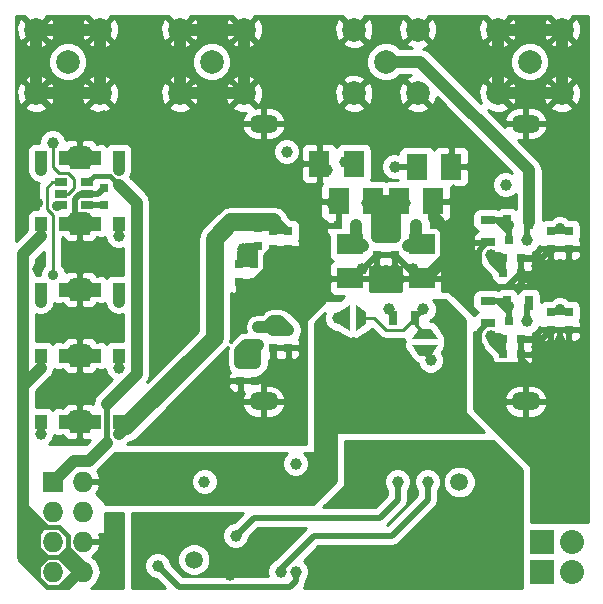
<source format=gbl>
G04 #@! TF.FileFunction,Copper,L4,Bot,Signal*
%FSLAX46Y46*%
G04 Gerber Fmt 4.6, Leading zero omitted, Abs format (unit mm)*
G04 Created by KiCad (PCBNEW 4.0.0-2.201512091501+6195~38~ubuntu14.04.1-stable) date Wed 16 Dec 2015 17:24:57 GMT*
%MOMM*%
G01*
G04 APERTURE LIST*
%ADD10C,0.100000*%
%ADD11R,1.060000X0.650000*%
%ADD12R,1.000000X1.250000*%
%ADD13R,0.700000X1.300000*%
%ADD14R,1.300000X0.700000*%
%ADD15R,2.230000X1.800000*%
%ADD16R,0.800000X0.750000*%
%ADD17R,1.800000X2.230000*%
%ADD18R,0.750000X0.800000*%
%ADD19R,2.032000X2.032000*%
%ADD20O,2.032000X2.032000*%
%ADD21R,1.727200X1.727200*%
%ADD22O,1.727200X1.727200*%
%ADD23O,2.500000X1.500000*%
%ADD24C,1.998980*%
%ADD25R,1.680000X1.880000*%
%ADD26C,1.000000*%
%ADD27C,0.889000*%
%ADD28C,1.500000*%
%ADD29C,0.508000*%
%ADD30C,1.016000*%
%ADD31C,0.254000*%
%ADD32C,0.381000*%
%ADD33C,1.500000*%
G04 APERTURE END LIST*
D10*
D11*
X106764000Y-114874000D03*
X106764000Y-115824000D03*
X106764000Y-116774000D03*
X104564000Y-116774000D03*
X104564000Y-114874000D03*
X104564000Y-115824000D03*
D12*
X102886000Y-123952000D03*
X104886000Y-123952000D03*
X102886000Y-129540000D03*
X104886000Y-129540000D03*
X102886000Y-118364000D03*
X104886000Y-118364000D03*
X109458000Y-123952000D03*
X107458000Y-123952000D03*
X109458000Y-129540000D03*
X107458000Y-129540000D03*
X109458000Y-118364000D03*
X107458000Y-118364000D03*
X102886000Y-112776000D03*
X104886000Y-112776000D03*
X102886000Y-135128000D03*
X104886000Y-135128000D03*
X109458000Y-112776000D03*
X107458000Y-112776000D03*
X109458000Y-135128000D03*
X107458000Y-135128000D03*
D13*
X132654000Y-126365000D03*
X134554000Y-126365000D03*
D14*
X140716000Y-126807000D03*
X140716000Y-124907000D03*
D13*
X144206000Y-125095000D03*
X142306000Y-125095000D03*
D14*
X140716000Y-119949000D03*
X140716000Y-118049000D03*
D13*
X144206000Y-118237000D03*
X142306000Y-118237000D03*
D15*
X129032000Y-122999000D03*
X129032000Y-120079000D03*
D16*
X129528000Y-118491000D03*
X128028000Y-118491000D03*
D15*
X135128000Y-122999000D03*
X135128000Y-120079000D03*
D16*
X134632000Y-118491000D03*
X136132000Y-118491000D03*
D17*
X133160000Y-116459000D03*
X136080000Y-116459000D03*
D18*
X131318000Y-119519000D03*
X131318000Y-121019000D03*
D17*
X131000000Y-116459000D03*
X128080000Y-116459000D03*
D18*
X132842000Y-119519000D03*
X132842000Y-121019000D03*
D16*
X144006000Y-126619000D03*
X142506000Y-126619000D03*
D18*
X146050000Y-127369000D03*
X146050000Y-125869000D03*
X147574000Y-127369000D03*
X147574000Y-125869000D03*
D16*
X143498000Y-128143000D03*
X141998000Y-128143000D03*
X143498000Y-129413000D03*
X141998000Y-129413000D03*
X144006000Y-119761000D03*
X142506000Y-119761000D03*
D18*
X147574000Y-120511000D03*
X147574000Y-119011000D03*
X146050000Y-120511000D03*
X146050000Y-119011000D03*
D16*
X143498000Y-121285000D03*
X141998000Y-121285000D03*
X143498000Y-122555000D03*
X141998000Y-122555000D03*
D18*
X121285000Y-128639000D03*
X121285000Y-127139000D03*
X121031000Y-131687000D03*
X121031000Y-130187000D03*
X119761000Y-131687000D03*
X119761000Y-130187000D03*
X122555000Y-128893000D03*
X122555000Y-127393000D03*
X123825000Y-128893000D03*
X123825000Y-127393000D03*
X121285000Y-120257000D03*
X121285000Y-118757000D03*
X120904000Y-123305000D03*
X120904000Y-121805000D03*
X119634000Y-123305000D03*
X119634000Y-121805000D03*
X122555000Y-120511000D03*
X122555000Y-119011000D03*
X123825000Y-120511000D03*
X123825000Y-119011000D03*
D17*
X137604000Y-113538000D03*
X134684000Y-113538000D03*
X126429000Y-113284000D03*
X129349000Y-113284000D03*
D18*
X108204000Y-116828000D03*
X108204000Y-115328000D03*
D10*
G36*
X128136000Y-125865000D02*
X129036000Y-125265000D01*
X129036000Y-127465000D01*
X128136000Y-126865000D01*
X128136000Y-125865000D01*
X128136000Y-125865000D01*
G37*
G36*
X130436000Y-126865000D02*
X129536000Y-127465000D01*
X129536000Y-125265000D01*
X130436000Y-125865000D01*
X130436000Y-126865000D01*
X130436000Y-126865000D01*
G37*
G36*
X134882000Y-129547000D02*
X134282000Y-128647000D01*
X136482000Y-128647000D01*
X135882000Y-129547000D01*
X134882000Y-129547000D01*
X134882000Y-129547000D01*
G37*
G36*
X135882000Y-127247000D02*
X136482000Y-128147000D01*
X134282000Y-128147000D01*
X134882000Y-127247000D01*
X135882000Y-127247000D01*
X135882000Y-127247000D01*
G37*
D19*
X145288000Y-147828000D03*
D20*
X147828000Y-147828000D03*
D19*
X145288000Y-145288000D03*
D20*
X147828000Y-145288000D03*
D21*
X103886000Y-140208000D03*
D22*
X106426000Y-140208000D03*
X103886000Y-142748000D03*
X106426000Y-142748000D03*
X103886000Y-145288000D03*
X106426000Y-145288000D03*
X103886000Y-147828000D03*
X106426000Y-147828000D03*
D23*
X121742000Y-133416000D03*
X143942000Y-109916000D03*
D24*
X144272000Y-104648000D03*
X146972020Y-101947980D03*
X141571980Y-101947980D03*
X141571980Y-107348020D03*
X146972020Y-107348020D03*
X117348000Y-104648000D03*
X120048020Y-101947980D03*
X114647980Y-101947980D03*
X114647980Y-107348020D03*
X120048020Y-107348020D03*
X105156000Y-104648000D03*
X107856020Y-101947980D03*
X102455980Y-101947980D03*
X102455980Y-107348020D03*
X107856020Y-107348020D03*
X132080000Y-104648000D03*
X134780020Y-101947980D03*
X129379980Y-101947980D03*
X129379980Y-107348020D03*
X134780020Y-107348020D03*
D23*
X143942000Y-133416000D03*
X121742000Y-109916000D03*
D25*
X106172000Y-135128000D03*
X106172000Y-112776000D03*
X106172000Y-118364000D03*
X106172000Y-129540000D03*
X106172000Y-123952000D03*
D26*
X130175000Y-120269000D03*
D27*
X146812000Y-118745000D03*
X146812000Y-125603000D03*
X109474000Y-124968000D03*
D26*
X133985000Y-120269000D03*
X138176000Y-122047000D03*
X102616000Y-122186000D03*
D27*
X102616000Y-116598000D03*
D26*
X108204000Y-109220000D03*
X102616000Y-110236000D03*
X127508000Y-116586000D03*
X111760000Y-104140000D03*
X125857000Y-121666000D03*
X127127000Y-113792000D03*
X137414000Y-112903000D03*
X144145000Y-122936000D03*
X134366000Y-122174000D03*
X146812000Y-128270000D03*
X130048000Y-122174000D03*
X144526000Y-130556000D03*
X140970000Y-121031000D03*
X140970000Y-127889000D03*
X109474000Y-113792000D03*
X130479800Y-116586000D03*
X133731000Y-116586000D03*
X135255000Y-125603000D03*
X124460000Y-138684000D03*
X116713000Y-140208000D03*
X144018000Y-126619000D03*
D27*
X142494000Y-125349000D03*
D26*
X144006000Y-119761000D03*
D27*
X142494000Y-118491000D03*
D26*
X119888000Y-129032000D03*
X109474000Y-130556000D03*
X120015000Y-120523000D03*
X109474000Y-136144000D03*
X122555000Y-126619000D03*
X122555000Y-118237000D03*
X109474000Y-119380000D03*
X142240000Y-115062000D03*
X123698000Y-112268000D03*
X132842000Y-113538000D03*
X128651000Y-113157000D03*
X102870000Y-124968000D03*
X102870000Y-113792000D03*
D28*
X115824000Y-146812000D03*
X138303000Y-140248000D03*
D26*
X111252000Y-148590000D03*
X118872000Y-148082000D03*
D28*
X139192000Y-147828000D03*
X126492000Y-147828000D03*
X130683000Y-140248000D03*
D26*
X112268000Y-143764000D03*
X135890000Y-129921000D03*
X128016000Y-126365000D03*
X133096000Y-140208000D03*
X119380000Y-144780000D03*
X123190000Y-147828000D03*
X135636000Y-140208000D03*
X132334000Y-125603000D03*
D27*
X103886000Y-122682000D03*
X104267000Y-116840000D03*
D26*
X103886000Y-111506000D03*
X112776000Y-147320000D03*
X124460000Y-147828000D03*
X102870000Y-119380000D03*
X102870000Y-130556000D03*
X102870000Y-136144000D03*
X111506000Y-138176000D03*
X137668000Y-128131000D03*
X125984000Y-141478000D03*
X126492000Y-139700000D03*
X127000000Y-128331000D03*
D29*
X134378000Y-119837000D02*
X134874000Y-120333000D01*
D30*
X129032000Y-120079000D02*
X128841000Y-120079000D01*
D31*
X129857000Y-120587000D02*
X130175000Y-120269000D01*
D29*
X134811000Y-120333000D02*
X134874000Y-120333000D01*
D31*
X129857000Y-120587000D02*
X129032000Y-120079000D01*
D29*
X147078000Y-119011000D02*
X146546000Y-119011000D01*
X146812000Y-118745000D02*
X146546000Y-119011000D01*
X146546000Y-119011000D02*
X146050000Y-119011000D01*
X147078000Y-119011000D02*
X147574000Y-119011000D01*
X146812000Y-118745000D02*
X147078000Y-119011000D01*
X146062000Y-125857000D02*
X146050000Y-125869000D01*
X146062000Y-125857000D02*
X146812000Y-125857000D01*
X147562000Y-125857000D02*
X147574000Y-125869000D01*
X146812000Y-125857000D02*
X147562000Y-125857000D01*
X146812000Y-125603000D02*
X147066000Y-125857000D01*
X147066000Y-125857000D02*
X146812000Y-125857000D01*
D30*
X109458000Y-124952000D02*
X109474000Y-124968000D01*
X109458000Y-123952000D02*
X109458000Y-124952000D01*
X134632000Y-119583000D02*
X135128000Y-120079000D01*
X134632000Y-118491000D02*
X134632000Y-119583000D01*
X134175000Y-120079000D02*
X135128000Y-120079000D01*
X133985000Y-120269000D02*
X134175000Y-120079000D01*
X129528000Y-119583000D02*
X129032000Y-120079000D01*
X129528000Y-118491000D02*
X129528000Y-119583000D01*
X129985000Y-120079000D02*
X130175000Y-120269000D01*
X129032000Y-120079000D02*
X129985000Y-120079000D01*
D29*
X121742000Y-131255000D02*
X122555000Y-130442000D01*
X122555000Y-130442000D02*
X122555000Y-128893000D01*
X135128000Y-122999000D02*
X134822000Y-122999000D01*
X134822000Y-122999000D02*
X132842000Y-121019000D01*
D30*
X136144000Y-117856000D02*
X136144000Y-116523000D01*
X136144000Y-116523000D02*
X136080000Y-116459000D01*
X135128000Y-122999000D02*
X135446000Y-122999000D01*
X135446000Y-122999000D02*
X137160000Y-121285000D01*
X136144000Y-117856000D02*
X136132000Y-117856000D01*
X136132000Y-117844000D02*
X136144000Y-117856000D01*
X137160000Y-118872000D02*
X136132000Y-117844000D01*
X137160000Y-121285000D02*
X137160000Y-118872000D01*
D29*
X121850500Y-122358500D02*
X121920000Y-122428000D01*
X121920000Y-122428000D02*
X124968000Y-122428000D01*
D30*
X122682000Y-121666000D02*
X122682000Y-122936000D01*
X124714000Y-121666000D02*
X122682000Y-121666000D01*
X124968000Y-121920000D02*
X124714000Y-121666000D01*
X124968000Y-122428000D02*
X124968000Y-121920000D01*
X124968000Y-123190000D02*
X124968000Y-122428000D01*
X121412000Y-123190000D02*
X124968000Y-123190000D01*
D29*
X125857000Y-121666000D02*
X125476000Y-122047000D01*
X125476000Y-122047000D02*
X125476000Y-123190000D01*
X125476000Y-123190000D02*
X124968000Y-123698000D01*
X124968000Y-123698000D02*
X121412000Y-123698000D01*
X125857000Y-121666000D02*
X125222000Y-121666000D01*
X125222000Y-121666000D02*
X124460000Y-120904000D01*
X124460000Y-120904000D02*
X122682000Y-120904000D01*
X122682000Y-120904000D02*
X122174000Y-121412000D01*
X122174000Y-122428000D02*
X121412000Y-123190000D01*
X121412000Y-123190000D02*
X120904000Y-123698000D01*
X122174000Y-121412000D02*
X122174000Y-122428000D01*
X120904000Y-123698000D02*
X119634000Y-123698000D01*
X119634000Y-123698000D02*
X119888000Y-123698000D01*
X119888000Y-123698000D02*
X119634000Y-123305000D01*
X119634000Y-123305000D02*
X119634000Y-123952000D01*
X119634000Y-123952000D02*
X125222000Y-123952000D01*
X125222000Y-123952000D02*
X125857000Y-123317000D01*
X125857000Y-123317000D02*
X125857000Y-121666000D01*
X125857000Y-121666000D02*
X124702000Y-120511000D01*
X124702000Y-120511000D02*
X123825000Y-120511000D01*
D31*
X102616000Y-122174000D02*
X102616000Y-122186000D01*
D29*
X102616000Y-116586000D02*
X102616000Y-116598000D01*
X105752000Y-116244000D02*
X105752000Y-117894000D01*
X128028000Y-118491000D02*
X128080000Y-118439000D01*
X128080000Y-118439000D02*
X128080000Y-116459000D01*
X127508000Y-116586000D02*
X127635000Y-116459000D01*
X127635000Y-116459000D02*
X128080000Y-116459000D01*
D30*
X107856020Y-107348020D02*
X107856020Y-101947980D01*
X107856020Y-101947980D02*
X102455980Y-101947980D01*
X102455980Y-101947980D02*
X102455980Y-107348020D01*
X102455980Y-107348020D02*
X107856020Y-107348020D01*
X114647980Y-101947980D02*
X120048020Y-101947980D01*
X120048020Y-101947980D02*
X120048020Y-107348020D01*
X120048020Y-107348020D02*
X114647980Y-107348020D01*
X114647980Y-107348020D02*
X114647980Y-101947980D01*
D29*
X136132000Y-118491000D02*
X136132000Y-117856000D01*
X136132000Y-117856000D02*
X136132000Y-116511000D01*
X136132000Y-116511000D02*
X136080000Y-116459000D01*
X123825000Y-120511000D02*
X122555000Y-120511000D01*
X122555000Y-120511000D02*
X121920000Y-121146000D01*
X121920000Y-122289000D02*
X121850500Y-122358500D01*
X121850500Y-122358500D02*
X120904000Y-123305000D01*
X121920000Y-121146000D02*
X121920000Y-122289000D01*
X120904000Y-123305000D02*
X119634000Y-123305000D01*
D30*
X146972020Y-101947980D02*
X146972020Y-107348020D01*
D29*
X137604000Y-112903000D02*
X138112000Y-113411000D01*
X123825000Y-128893000D02*
X122555000Y-128893000D01*
X119761000Y-131687000D02*
X121031000Y-131687000D01*
X121031000Y-131687000D02*
X121742000Y-131255000D01*
X121742000Y-131255000D02*
X121742000Y-132334000D01*
X121742000Y-132334000D02*
X121742000Y-133416000D01*
D30*
X107458000Y-135128000D02*
X107062000Y-135128000D01*
X107062000Y-135128000D02*
X106592000Y-135598000D01*
X107062000Y-135128000D02*
X106592000Y-134658000D01*
X105752000Y-134658000D02*
X106592000Y-134658000D01*
X105752000Y-135598000D02*
X106592000Y-135598000D01*
X104886000Y-135128000D02*
X105282000Y-135128000D01*
X105282000Y-135128000D02*
X105752000Y-135598000D01*
X105282000Y-135128000D02*
X105752000Y-134658000D01*
X106592000Y-130010000D02*
X107062000Y-129540000D01*
X107062000Y-129540000D02*
X107458000Y-129540000D01*
X107458000Y-129540000D02*
X107062000Y-129540000D01*
X107062000Y-129540000D02*
X106592000Y-129070000D01*
X106592000Y-118834000D02*
X107062000Y-118364000D01*
X107062000Y-118364000D02*
X107458000Y-118364000D01*
X107458000Y-118364000D02*
X107062000Y-118364000D01*
X107062000Y-118364000D02*
X106592000Y-117894000D01*
X105752000Y-118834000D02*
X106592000Y-118834000D01*
X106592000Y-117894000D02*
X105752000Y-117894000D01*
X104886000Y-118364000D02*
X105282000Y-118364000D01*
X105282000Y-118364000D02*
X105752000Y-118834000D01*
X105282000Y-118364000D02*
X105752000Y-117894000D01*
D29*
X127127000Y-113792000D02*
X126619000Y-113284000D01*
X126619000Y-113284000D02*
X126429000Y-113284000D01*
X137414000Y-112903000D02*
X137604000Y-112903000D01*
D30*
X105282000Y-123952000D02*
X105752000Y-124422000D01*
X105282000Y-123952000D02*
X105752000Y-123482000D01*
X104886000Y-123952000D02*
X105282000Y-123952000D01*
X106592000Y-124422000D02*
X105752000Y-124422000D01*
X107062000Y-123952000D02*
X106592000Y-124422000D01*
X106592000Y-123482000D02*
X105752000Y-123482000D01*
X107062000Y-123952000D02*
X106592000Y-123482000D01*
X107458000Y-123952000D02*
X107062000Y-123952000D01*
X107062000Y-112776000D02*
X106592000Y-112306000D01*
X107062000Y-112776000D02*
X106592000Y-113246000D01*
X107458000Y-112776000D02*
X107062000Y-112776000D01*
X106592000Y-113246000D02*
X105752000Y-113246000D01*
X106592000Y-112306000D02*
X105752000Y-112306000D01*
X105282000Y-112776000D02*
X105752000Y-112306000D01*
X105282000Y-112776000D02*
X105752000Y-113246000D01*
X104886000Y-112776000D02*
X105282000Y-112776000D01*
X105282000Y-129540000D02*
X105752000Y-129070000D01*
X105282000Y-129540000D02*
X105752000Y-130010000D01*
X104886000Y-129540000D02*
X105282000Y-129540000D01*
X106592000Y-129070000D02*
X105752000Y-129070000D01*
X105752000Y-130010000D02*
X106592000Y-130010000D01*
D29*
X142355000Y-123698000D02*
X143498000Y-122555000D01*
X141478000Y-123698000D02*
X142355000Y-123698000D01*
X139954000Y-122174000D02*
X141478000Y-123698000D01*
X139954000Y-120650000D02*
X139954000Y-122174000D01*
X140655000Y-119949000D02*
X139954000Y-120650000D01*
X140716000Y-119949000D02*
X140655000Y-119949000D01*
X143498000Y-122555000D02*
X143498000Y-121285000D01*
D31*
X143764000Y-122555000D02*
X143498000Y-122555000D01*
X143764000Y-122555000D02*
X144145000Y-122936000D01*
D29*
X145276000Y-121285000D02*
X143498000Y-121285000D01*
X146050000Y-120511000D02*
X145276000Y-121285000D01*
X147574000Y-120511000D02*
X146050000Y-120511000D01*
X146812000Y-127369000D02*
X146050000Y-127369000D01*
X147574000Y-127369000D02*
X146812000Y-127369000D01*
X145276000Y-128143000D02*
X143498000Y-128143000D01*
X146050000Y-127369000D02*
X145276000Y-128143000D01*
X143498000Y-128143000D02*
X143498000Y-129413000D01*
X143498000Y-129413000D02*
X143498000Y-129782000D01*
X135128000Y-122999000D02*
X135128000Y-122428000D01*
X134366000Y-122174000D02*
X135128000Y-122428000D01*
D31*
X136715000Y-115824000D02*
X136080000Y-116459000D01*
X132842000Y-121019000D02*
X132842000Y-121221500D01*
D29*
X132842000Y-121019000D02*
X131318000Y-121019000D01*
D30*
X146972020Y-101947980D02*
X141571980Y-101947980D01*
X141571980Y-101947980D02*
X141571980Y-107348020D01*
X141571980Y-107348020D02*
X146972020Y-107348020D01*
D29*
X146812000Y-128270000D02*
X146812000Y-127369000D01*
D31*
X129223000Y-122999000D02*
X129032000Y-122999000D01*
X130048000Y-122174000D02*
X129223000Y-122999000D01*
D29*
X130048000Y-122174000D02*
X129032000Y-122999000D01*
X130163000Y-122174000D02*
X130048000Y-122174000D01*
X131318000Y-121019000D02*
X130163000Y-122174000D01*
X144018000Y-130302000D02*
X143498000Y-129782000D01*
X144272000Y-130556000D02*
X144018000Y-130302000D01*
X144272000Y-130556000D02*
X144526000Y-130556000D01*
X141224000Y-130302000D02*
X144018000Y-130302000D01*
X140970000Y-130048000D02*
X141224000Y-130302000D01*
X140970000Y-129794000D02*
X140970000Y-130048000D01*
X140208000Y-129032000D02*
X140970000Y-129794000D01*
X140208000Y-128778000D02*
X140208000Y-129032000D01*
X139954000Y-128524000D02*
X140208000Y-128778000D01*
X139954000Y-127508000D02*
X139954000Y-128524000D01*
X140655000Y-126807000D02*
X139954000Y-127508000D01*
X140716000Y-126807000D02*
X140655000Y-126807000D01*
X106172000Y-115824000D02*
X105752000Y-116244000D01*
X106764000Y-115824000D02*
X106172000Y-115824000D01*
X106764000Y-115824000D02*
X107708000Y-115824000D01*
X107708000Y-115824000D02*
X108204000Y-115328000D01*
X130683000Y-116713000D02*
X130631000Y-116661000D01*
X130631000Y-116661000D02*
X130631000Y-116459000D01*
D31*
X131318000Y-119761000D02*
X131318000Y-119519000D01*
D29*
X141478000Y-121031000D02*
X141478000Y-121539000D01*
X141478000Y-121539000D02*
X141732000Y-121793000D01*
X140970000Y-121031000D02*
X141478000Y-121031000D01*
X141478000Y-121031000D02*
X141744000Y-121031000D01*
X141744000Y-121031000D02*
X141998000Y-121285000D01*
X141998000Y-121285000D02*
X141998000Y-122555000D01*
X140970000Y-121031000D02*
X140970000Y-121527000D01*
X141998000Y-122555000D02*
X140970000Y-121527000D01*
X141998000Y-129171000D02*
X141998000Y-129413000D01*
X141998000Y-128143000D02*
X141998000Y-129171000D01*
X141744000Y-127889000D02*
X141998000Y-128143000D01*
X141744000Y-127889000D02*
X140970000Y-127889000D01*
X140970000Y-128397000D02*
X141998000Y-129413000D01*
X140970000Y-127889000D02*
X140970000Y-128397000D01*
X141478000Y-128651000D02*
X141998000Y-129171000D01*
X141478000Y-128397000D02*
X141478000Y-128651000D01*
X141478000Y-128651000D02*
X141478000Y-128397000D01*
X141478000Y-127889000D02*
X141478000Y-128651000D01*
X140970000Y-127889000D02*
X141478000Y-127889000D01*
D30*
X109458000Y-113776000D02*
X109474000Y-113792000D01*
X109458000Y-112776000D02*
X109458000Y-113776000D01*
X132207000Y-116459000D02*
X133160000Y-116459000D01*
X130873000Y-116459000D02*
X132207000Y-116459000D01*
X131318000Y-116777000D02*
X130873000Y-116459000D01*
X131318000Y-119519000D02*
X131318000Y-116777000D01*
X132080000Y-119519000D02*
X131318000Y-119519000D01*
X132842000Y-119519000D02*
X132080000Y-119519000D01*
X132842000Y-116777000D02*
X132842000Y-119519000D01*
X133160000Y-116459000D02*
X132842000Y-116777000D01*
X132080000Y-116586000D02*
X132080000Y-119519000D01*
X132207000Y-116459000D02*
X132080000Y-116586000D01*
D31*
X134554000Y-126365000D02*
X135255000Y-125664000D01*
X135255000Y-125664000D02*
X135255000Y-125603000D01*
D30*
X110998000Y-116586000D02*
X110998000Y-131064000D01*
D32*
X106764000Y-114874000D02*
X107338000Y-114300000D01*
X108712000Y-114300000D02*
X109220000Y-114808000D01*
X107338000Y-114300000D02*
X108712000Y-114300000D01*
D29*
X109220000Y-114808000D02*
X109474000Y-115062000D01*
D30*
X109474000Y-115062000D02*
X110998000Y-116586000D01*
D31*
X134554000Y-126869000D02*
X135382000Y-127697000D01*
X134554000Y-126365000D02*
X134554000Y-126869000D01*
X131064000Y-126365000D02*
X132080000Y-127381000D01*
X132080000Y-127381000D02*
X133538000Y-127381000D01*
X133538000Y-127381000D02*
X134554000Y-126365000D01*
X129986000Y-126365000D02*
X131064000Y-126365000D01*
D29*
X108458000Y-133604000D02*
X108458000Y-136906000D01*
D30*
X110998000Y-131064000D02*
X108458000Y-133604000D01*
X105664000Y-138430000D02*
X106934000Y-138430000D01*
X106934000Y-138430000D02*
X108458000Y-136906000D01*
X103886000Y-140208000D02*
X105664000Y-138430000D01*
D31*
X144018000Y-126619000D02*
X144006000Y-126619000D01*
D29*
X144006000Y-125295000D02*
X144206000Y-125095000D01*
X144006000Y-126619000D02*
X144006000Y-125295000D01*
D31*
X142306000Y-125161000D02*
X142306000Y-125095000D01*
X142494000Y-125349000D02*
X142306000Y-125161000D01*
D29*
X142494000Y-125349000D02*
X142306000Y-125095000D01*
X142506000Y-125361000D02*
X142494000Y-125349000D01*
X142506000Y-125857000D02*
X142506000Y-125361000D01*
X142506000Y-126619000D02*
X142506000Y-125857000D01*
X142118000Y-124907000D02*
X142306000Y-125095000D01*
X141478000Y-124907000D02*
X142118000Y-124907000D01*
X140716000Y-124907000D02*
X141478000Y-124907000D01*
X141544000Y-124907000D02*
X142506000Y-125869000D01*
X142506000Y-125869000D02*
X142494000Y-125857000D01*
X142494000Y-125857000D02*
X142506000Y-125857000D01*
X141478000Y-124907000D02*
X141544000Y-124907000D01*
D30*
X144206000Y-113858000D02*
X144206000Y-118237000D01*
D29*
X144006000Y-118437000D02*
X144006000Y-119761000D01*
X144206000Y-118237000D02*
X144006000Y-118437000D01*
D30*
X134996000Y-104648000D02*
X144206000Y-113858000D01*
X132080000Y-104648000D02*
X134996000Y-104648000D01*
D29*
X141478000Y-118049000D02*
X142506000Y-119077000D01*
X142494000Y-118999000D02*
X142506000Y-118999000D01*
X142506000Y-119011000D02*
X142494000Y-118999000D01*
X142506000Y-119077000D02*
X142506000Y-119011000D01*
X142306000Y-118237000D02*
X142118000Y-118049000D01*
X142118000Y-118049000D02*
X141478000Y-118049000D01*
X141478000Y-118049000D02*
X140716000Y-118049000D01*
X142506000Y-119761000D02*
X142506000Y-118999000D01*
X142506000Y-118999000D02*
X142506000Y-118437000D01*
X142506000Y-118437000D02*
X142306000Y-118237000D01*
D31*
X142494000Y-118491000D02*
X142306000Y-118303000D01*
X142306000Y-118303000D02*
X142306000Y-118237000D01*
D30*
X121285000Y-128639000D02*
X121043000Y-128639000D01*
X121043000Y-128639000D02*
X119761000Y-129921000D01*
X119761000Y-129921000D02*
X119761000Y-130187000D01*
X119761000Y-130187000D02*
X119761000Y-129159000D01*
X120281000Y-128639000D02*
X121285000Y-128639000D01*
X119761000Y-129159000D02*
X120281000Y-128639000D01*
D29*
X121031000Y-120904000D02*
X120928000Y-120904000D01*
X120928000Y-120904000D02*
X120281000Y-120257000D01*
X120904000Y-121805000D02*
X120535000Y-121805000D01*
X120535000Y-121805000D02*
X119888000Y-121158000D01*
X119761000Y-121158000D02*
X119888000Y-121158000D01*
X119888000Y-121158000D02*
X120257000Y-121158000D01*
X120257000Y-121158000D02*
X120904000Y-121805000D01*
X109458000Y-129540000D02*
X109458000Y-130540000D01*
X109458000Y-130540000D02*
X109474000Y-130556000D01*
D30*
X121031000Y-130187000D02*
X121031000Y-129921000D01*
X121031000Y-130187000D02*
X119761000Y-130187000D01*
X121031000Y-130187000D02*
X121031000Y-128917000D01*
X121031000Y-128917000D02*
X121019000Y-128905000D01*
X121019000Y-128905000D02*
X121285000Y-128639000D01*
X119761000Y-130187000D02*
X119761000Y-130175000D01*
X121019000Y-128905000D02*
X121285000Y-128639000D01*
D29*
X120281000Y-120257000D02*
X120015000Y-120523000D01*
X121285000Y-120257000D02*
X120281000Y-120257000D01*
X119761000Y-120777000D02*
X120015000Y-120523000D01*
X119761000Y-121805000D02*
X119761000Y-121158000D01*
X119761000Y-121158000D02*
X119761000Y-120777000D01*
X121031000Y-121805000D02*
X119761000Y-121805000D01*
X121031000Y-120511000D02*
X121285000Y-120257000D01*
X121031000Y-121805000D02*
X121031000Y-120904000D01*
X121031000Y-120904000D02*
X121031000Y-120511000D01*
X121031000Y-121539000D02*
X120015000Y-120523000D01*
X121031000Y-121805000D02*
X121031000Y-121539000D01*
D30*
X122555000Y-126619000D02*
X122035000Y-127139000D01*
X122035000Y-127139000D02*
X121285000Y-127139000D01*
X109474000Y-136144000D02*
X110109000Y-135509000D01*
D33*
X110109000Y-135509000D02*
X117602000Y-128016000D01*
X117602000Y-128016000D02*
X117602000Y-119634000D01*
X117602000Y-119634000D02*
X118999000Y-118237000D01*
X118999000Y-118237000D02*
X122555000Y-118237000D01*
D29*
X122555000Y-118237000D02*
X123329000Y-119011000D01*
X123329000Y-119011000D02*
X123190000Y-118872000D01*
X123190000Y-118872000D02*
X123190000Y-119011000D01*
X109474000Y-136144000D02*
X109474000Y-135144000D01*
X109474000Y-135144000D02*
X109458000Y-135128000D01*
D30*
X123825000Y-127393000D02*
X123051000Y-126619000D01*
X123051000Y-126619000D02*
X122555000Y-126619000D01*
X123825000Y-127393000D02*
X122555000Y-127393000D01*
X122555000Y-127393000D02*
X122301000Y-127139000D01*
D29*
X122555000Y-119011000D02*
X123190000Y-119011000D01*
X123190000Y-119011000D02*
X123825000Y-119011000D01*
X122301000Y-118757000D02*
X122555000Y-119011000D01*
X122047000Y-118757000D02*
X122301000Y-118757000D01*
X121285000Y-118757000D02*
X122047000Y-118757000D01*
X122555000Y-118237000D02*
X122047000Y-118745000D01*
X122047000Y-118745000D02*
X122047000Y-118757000D01*
X123051000Y-118237000D02*
X122555000Y-118237000D01*
X123825000Y-119011000D02*
X123051000Y-118237000D01*
X109474000Y-119380000D02*
X109474000Y-118380000D01*
X109474000Y-118380000D02*
X109458000Y-118364000D01*
X132842000Y-113538000D02*
X134684000Y-113538000D01*
D31*
X128905000Y-113284000D02*
X129349000Y-113284000D01*
D32*
X128778000Y-113284000D02*
X129349000Y-113284000D01*
X128651000Y-113157000D02*
X128778000Y-113284000D01*
D30*
X102886000Y-124952000D02*
X102870000Y-124968000D01*
X102886000Y-123952000D02*
X102886000Y-124952000D01*
X102886000Y-113776000D02*
X102870000Y-113792000D01*
X102886000Y-112776000D02*
X102886000Y-113776000D01*
D29*
X138176000Y-140208000D02*
X138263000Y-140208000D01*
X138263000Y-140208000D02*
X138303000Y-140248000D01*
D31*
X135382000Y-129413000D02*
X135890000Y-129921000D01*
X135382000Y-129097000D02*
X135382000Y-129413000D01*
X128016000Y-126365000D02*
X128586000Y-126365000D01*
D29*
X133096000Y-141732000D02*
X133096000Y-140208000D01*
X131572000Y-143256000D02*
X133096000Y-141732000D01*
X120904000Y-143256000D02*
X131572000Y-143256000D01*
X119380000Y-144780000D02*
X120904000Y-143256000D01*
X123190000Y-147574000D02*
X125984000Y-144780000D01*
X123190000Y-147828000D02*
X123190000Y-147574000D01*
X125984000Y-144780000D02*
X132588000Y-144780000D01*
X135636000Y-141732000D02*
X135636000Y-140208000D01*
X132588000Y-144780000D02*
X135636000Y-141732000D01*
D31*
X132654000Y-125923000D02*
X132334000Y-125603000D01*
X132654000Y-125923000D02*
X132654000Y-126365000D01*
X104564000Y-114874000D02*
X103820000Y-114874000D01*
X103886000Y-117602000D02*
X103886000Y-122682000D01*
X103378000Y-117094000D02*
X103378000Y-115316000D01*
X103378000Y-115316000D02*
X103820000Y-114874000D01*
X103886000Y-117602000D02*
X103378000Y-117094000D01*
X104267000Y-116690000D02*
X104267000Y-116926000D01*
X104267000Y-116926000D02*
X104267000Y-116840000D01*
D32*
X104267000Y-116840000D02*
X104267000Y-116690000D01*
D31*
X105156000Y-115824000D02*
X105664000Y-115316000D01*
X104564000Y-115824000D02*
X105156000Y-115824000D01*
X103886000Y-113538000D02*
X103886000Y-111506000D01*
X104394000Y-114046000D02*
X103886000Y-113538000D01*
X105156000Y-114046000D02*
X104394000Y-114046000D01*
X105664000Y-114554000D02*
X105156000Y-114046000D01*
X105664000Y-115316000D02*
X105664000Y-114554000D01*
D29*
X124460000Y-147828000D02*
X124460000Y-148590000D01*
X123952000Y-149098000D02*
X123190000Y-149098000D01*
X124460000Y-148590000D02*
X123952000Y-149098000D01*
X123190000Y-149098000D02*
X114554000Y-149098000D01*
X114554000Y-149098000D02*
X112776000Y-147320000D01*
X108204000Y-116828000D02*
X106818000Y-116828000D01*
X106818000Y-116828000D02*
X106764000Y-116774000D01*
D30*
X101346000Y-132080000D02*
X101346000Y-120904000D01*
X101346000Y-120904000D02*
X102870000Y-119380000D01*
X102870000Y-130556000D02*
X101346000Y-132080000D01*
D29*
X102886000Y-119364000D02*
X102870000Y-119380000D01*
X102886000Y-118364000D02*
X102886000Y-119364000D01*
D32*
X102870000Y-130556000D02*
X102886000Y-130540000D01*
X102886000Y-130540000D02*
X102886000Y-129540000D01*
X105156000Y-146558000D02*
X104394000Y-146558000D01*
D30*
X106426000Y-147828000D02*
X105156000Y-146558000D01*
D32*
X102108000Y-144018000D02*
X101346000Y-144018000D01*
X102616000Y-144018000D02*
X102108000Y-144018000D01*
X103124000Y-144018000D02*
X102616000Y-144018000D01*
X103378000Y-144018000D02*
X103124000Y-144018000D01*
X104394000Y-144018000D02*
X103378000Y-144018000D01*
X105156000Y-145796000D02*
X105156000Y-144780000D01*
X105156000Y-146558000D02*
X105156000Y-145796000D01*
X104394000Y-144018000D02*
X105156000Y-144780000D01*
X105156000Y-145796000D02*
X104394000Y-146558000D01*
X104394000Y-146558000D02*
X105664000Y-147828000D01*
X106426000Y-147066000D02*
X105156000Y-145796000D01*
X106426000Y-147828000D02*
X106426000Y-147066000D01*
X102616000Y-148336000D02*
X101092000Y-146812000D01*
X103378000Y-149098000D02*
X102616000Y-148336000D01*
X105156000Y-149098000D02*
X106426000Y-147828000D01*
X104394000Y-149098000D02*
X103378000Y-149098000D01*
X105156000Y-149098000D02*
X104394000Y-149098000D01*
X104394000Y-146558000D02*
X103124000Y-146558000D01*
X102108000Y-146558000D02*
X101346000Y-146558000D01*
X103124000Y-146558000D02*
X102108000Y-146558000D01*
D30*
X101346000Y-145796000D02*
X101346000Y-146558000D01*
X101346000Y-145288000D02*
X101346000Y-145796000D01*
X101346000Y-144780000D02*
X101346000Y-145288000D01*
X101346000Y-143764000D02*
X101346000Y-144780000D01*
X101346000Y-143002000D02*
X101346000Y-143764000D01*
X101346000Y-142494000D02*
X101346000Y-143002000D01*
X101346000Y-141986000D02*
X101346000Y-142494000D01*
X101346000Y-132080000D02*
X101346000Y-141986000D01*
D32*
X101854000Y-145288000D02*
X101346000Y-145796000D01*
X102108000Y-145034000D02*
X101854000Y-145288000D01*
X102362000Y-144780000D02*
X102108000Y-145034000D01*
X102616000Y-144526000D02*
X102362000Y-144780000D01*
X102997000Y-144145000D02*
X102616000Y-144526000D01*
X103124000Y-144018000D02*
X102997000Y-144145000D01*
X102616000Y-147828000D02*
X102616000Y-148336000D01*
X102616000Y-147320000D02*
X102616000Y-147828000D01*
X102616000Y-145796000D02*
X102616000Y-147320000D01*
X102616000Y-144526000D02*
X102616000Y-145796000D01*
X103378000Y-146558000D02*
X103124000Y-146558000D01*
X102870000Y-146050000D02*
X103378000Y-146558000D01*
X102616000Y-145796000D02*
X102870000Y-146050000D01*
X102870000Y-147066000D02*
X102616000Y-147320000D01*
X103378000Y-146558000D02*
X102870000Y-147066000D01*
X104648000Y-148844000D02*
X104394000Y-149098000D01*
X105664000Y-147828000D02*
X104648000Y-148844000D01*
X106426000Y-147828000D02*
X105664000Y-147828000D01*
X105918000Y-147828000D02*
X106426000Y-147828000D01*
X104902000Y-148844000D02*
X105918000Y-147828000D01*
X104648000Y-148844000D02*
X104902000Y-148844000D01*
X102870000Y-147066000D02*
X102870000Y-146050000D01*
X102616000Y-147828000D02*
X101346000Y-146558000D01*
X101854000Y-146558000D02*
X102108000Y-146558000D01*
X102616000Y-147320000D02*
X101854000Y-146558000D01*
X102616000Y-147320000D02*
X102616000Y-147320000D01*
X102362000Y-147066000D02*
X102362000Y-144780000D01*
X102616000Y-147320000D02*
X102362000Y-147066000D01*
X102108000Y-145288000D02*
X102108000Y-145034000D01*
X102108000Y-145034000D02*
X102108000Y-145288000D01*
X102108000Y-146558000D02*
X102108000Y-145034000D01*
X101854000Y-145542000D02*
X101854000Y-145288000D01*
X101854000Y-145288000D02*
X101854000Y-145542000D01*
X101854000Y-146558000D02*
X101854000Y-145288000D01*
X102489000Y-144145000D02*
X101346000Y-145288000D01*
X102616000Y-144018000D02*
X102489000Y-144145000D01*
X101981000Y-144145000D02*
X101346000Y-144780000D01*
X102108000Y-144018000D02*
X101981000Y-144145000D01*
X103378000Y-144018000D02*
X101346000Y-141986000D01*
X102997000Y-144145000D02*
X101346000Y-142494000D01*
X102489000Y-144145000D02*
X101346000Y-143002000D01*
X101346000Y-143510000D02*
X101600000Y-143764000D01*
X101600000Y-143764000D02*
X101346000Y-143764000D01*
X101981000Y-144145000D02*
X101346000Y-143510000D01*
X102886000Y-136128000D02*
X102886000Y-135128000D01*
X102870000Y-136144000D02*
X102886000Y-136128000D01*
D31*
G36*
X143637000Y-139244606D02*
X143637000Y-144210569D01*
X143624560Y-144272000D01*
X143624560Y-146304000D01*
X143637000Y-146370113D01*
X143637000Y-146750569D01*
X143624560Y-146812000D01*
X143624560Y-148844000D01*
X143637000Y-148910113D01*
X143637000Y-149175000D01*
X125117763Y-149175000D01*
X125281329Y-148930206D01*
X125349000Y-148590000D01*
X125349000Y-148544283D01*
X125421645Y-148471765D01*
X125594803Y-148054756D01*
X125595197Y-147603225D01*
X125422767Y-147185914D01*
X125129301Y-146891935D01*
X126352236Y-145669000D01*
X132588000Y-145669000D01*
X132928206Y-145601329D01*
X133216618Y-145408618D01*
X136264618Y-142360618D01*
X136457329Y-142072206D01*
X136525000Y-141732000D01*
X136525000Y-140924283D01*
X136597645Y-140851765D01*
X136734457Y-140522285D01*
X136917760Y-140522285D01*
X137128169Y-141031515D01*
X137517436Y-141421461D01*
X138026298Y-141632759D01*
X138577285Y-141633240D01*
X139086515Y-141422831D01*
X139476461Y-141033564D01*
X139687759Y-140524702D01*
X139688240Y-139973715D01*
X139477831Y-139464485D01*
X139088564Y-139074539D01*
X138579702Y-138863241D01*
X138028715Y-138862760D01*
X137519485Y-139073169D01*
X137129539Y-139462436D01*
X136918241Y-139971298D01*
X136917760Y-140522285D01*
X136734457Y-140522285D01*
X136770803Y-140434756D01*
X136771197Y-139983225D01*
X136598767Y-139565914D01*
X136279765Y-139246355D01*
X135862756Y-139073197D01*
X135411225Y-139072803D01*
X134993914Y-139245233D01*
X134674355Y-139564235D01*
X134501197Y-139981244D01*
X134500803Y-140432775D01*
X134673233Y-140850086D01*
X134747000Y-140923982D01*
X134747000Y-141363764D01*
X132219764Y-143891000D01*
X132191067Y-143891000D01*
X132200618Y-143884618D01*
X133724618Y-142360618D01*
X133917329Y-142072206D01*
X133985000Y-141732000D01*
X133985000Y-140924283D01*
X134057645Y-140851765D01*
X134230803Y-140434756D01*
X134231197Y-139983225D01*
X134058767Y-139565914D01*
X133739765Y-139246355D01*
X133322756Y-139073197D01*
X132871225Y-139072803D01*
X132453914Y-139245233D01*
X132134355Y-139564235D01*
X131961197Y-139981244D01*
X131960803Y-140432775D01*
X132133233Y-140850086D01*
X132207000Y-140923982D01*
X132207000Y-141363764D01*
X131203764Y-142367000D01*
X126798606Y-142367000D01*
X128613803Y-140551803D01*
X128641666Y-140509789D01*
X128651000Y-140462000D01*
X128651000Y-136779000D01*
X141171394Y-136779000D01*
X143637000Y-139244606D01*
X143637000Y-139244606D01*
G37*
X143637000Y-139244606D02*
X143637000Y-144210569D01*
X143624560Y-144272000D01*
X143624560Y-146304000D01*
X143637000Y-146370113D01*
X143637000Y-146750569D01*
X143624560Y-146812000D01*
X143624560Y-148844000D01*
X143637000Y-148910113D01*
X143637000Y-149175000D01*
X125117763Y-149175000D01*
X125281329Y-148930206D01*
X125349000Y-148590000D01*
X125349000Y-148544283D01*
X125421645Y-148471765D01*
X125594803Y-148054756D01*
X125595197Y-147603225D01*
X125422767Y-147185914D01*
X125129301Y-146891935D01*
X126352236Y-145669000D01*
X132588000Y-145669000D01*
X132928206Y-145601329D01*
X133216618Y-145408618D01*
X136264618Y-142360618D01*
X136457329Y-142072206D01*
X136525000Y-141732000D01*
X136525000Y-140924283D01*
X136597645Y-140851765D01*
X136734457Y-140522285D01*
X136917760Y-140522285D01*
X137128169Y-141031515D01*
X137517436Y-141421461D01*
X138026298Y-141632759D01*
X138577285Y-141633240D01*
X139086515Y-141422831D01*
X139476461Y-141033564D01*
X139687759Y-140524702D01*
X139688240Y-139973715D01*
X139477831Y-139464485D01*
X139088564Y-139074539D01*
X138579702Y-138863241D01*
X138028715Y-138862760D01*
X137519485Y-139073169D01*
X137129539Y-139462436D01*
X136918241Y-139971298D01*
X136917760Y-140522285D01*
X136734457Y-140522285D01*
X136770803Y-140434756D01*
X136771197Y-139983225D01*
X136598767Y-139565914D01*
X136279765Y-139246355D01*
X135862756Y-139073197D01*
X135411225Y-139072803D01*
X134993914Y-139245233D01*
X134674355Y-139564235D01*
X134501197Y-139981244D01*
X134500803Y-140432775D01*
X134673233Y-140850086D01*
X134747000Y-140923982D01*
X134747000Y-141363764D01*
X132219764Y-143891000D01*
X132191067Y-143891000D01*
X132200618Y-143884618D01*
X133724618Y-142360618D01*
X133917329Y-142072206D01*
X133985000Y-141732000D01*
X133985000Y-140924283D01*
X134057645Y-140851765D01*
X134230803Y-140434756D01*
X134231197Y-139983225D01*
X134058767Y-139565914D01*
X133739765Y-139246355D01*
X133322756Y-139073197D01*
X132871225Y-139072803D01*
X132453914Y-139245233D01*
X132134355Y-139564235D01*
X131961197Y-139981244D01*
X131960803Y-140432775D01*
X132133233Y-140850086D01*
X132207000Y-140923982D01*
X132207000Y-141363764D01*
X131203764Y-142367000D01*
X126798606Y-142367000D01*
X128613803Y-140551803D01*
X128641666Y-140509789D01*
X128651000Y-140462000D01*
X128651000Y-136779000D01*
X141171394Y-136779000D01*
X143637000Y-139244606D01*
G36*
X119257871Y-143644893D02*
X119155225Y-143644803D01*
X118737914Y-143817233D01*
X118418355Y-144136235D01*
X118245197Y-144553244D01*
X118244803Y-145004775D01*
X118417233Y-145422086D01*
X118736235Y-145741645D01*
X119153244Y-145914803D01*
X119604775Y-145915197D01*
X120022086Y-145742767D01*
X120341645Y-145423765D01*
X120514803Y-145006756D01*
X120514894Y-144902342D01*
X121272236Y-144145000D01*
X125364933Y-144145000D01*
X125355382Y-144151382D01*
X122707450Y-146799314D01*
X122547914Y-146865233D01*
X122228355Y-147184235D01*
X122055197Y-147601244D01*
X122054803Y-148052775D01*
X122119354Y-148209000D01*
X114922236Y-148209000D01*
X113911107Y-147197871D01*
X113911197Y-147095225D01*
X113907504Y-147086285D01*
X114438760Y-147086285D01*
X114649169Y-147595515D01*
X115038436Y-147985461D01*
X115547298Y-148196759D01*
X116098285Y-148197240D01*
X116607515Y-147986831D01*
X116997461Y-147597564D01*
X117208759Y-147088702D01*
X117209240Y-146537715D01*
X116998831Y-146028485D01*
X116609564Y-145638539D01*
X116100702Y-145427241D01*
X115549715Y-145426760D01*
X115040485Y-145637169D01*
X114650539Y-146026436D01*
X114439241Y-146535298D01*
X114438760Y-147086285D01*
X113907504Y-147086285D01*
X113738767Y-146677914D01*
X113419765Y-146358355D01*
X113002756Y-146185197D01*
X112551225Y-146184803D01*
X112133914Y-146357233D01*
X111814355Y-146676235D01*
X111641197Y-147093244D01*
X111640803Y-147544775D01*
X111813233Y-147962086D01*
X112132235Y-148281645D01*
X112549244Y-148454803D01*
X112653658Y-148454894D01*
X113373764Y-149175000D01*
X110617000Y-149175000D01*
X110617000Y-142875000D01*
X120027764Y-142875000D01*
X119257871Y-143644893D01*
X119257871Y-143644893D01*
G37*
X119257871Y-143644893D02*
X119155225Y-143644803D01*
X118737914Y-143817233D01*
X118418355Y-144136235D01*
X118245197Y-144553244D01*
X118244803Y-145004775D01*
X118417233Y-145422086D01*
X118736235Y-145741645D01*
X119153244Y-145914803D01*
X119604775Y-145915197D01*
X120022086Y-145742767D01*
X120341645Y-145423765D01*
X120514803Y-145006756D01*
X120514894Y-144902342D01*
X121272236Y-144145000D01*
X125364933Y-144145000D01*
X125355382Y-144151382D01*
X122707450Y-146799314D01*
X122547914Y-146865233D01*
X122228355Y-147184235D01*
X122055197Y-147601244D01*
X122054803Y-148052775D01*
X122119354Y-148209000D01*
X114922236Y-148209000D01*
X113911107Y-147197871D01*
X113911197Y-147095225D01*
X113907504Y-147086285D01*
X114438760Y-147086285D01*
X114649169Y-147595515D01*
X115038436Y-147985461D01*
X115547298Y-148196759D01*
X116098285Y-148197240D01*
X116607515Y-147986831D01*
X116997461Y-147597564D01*
X117208759Y-147088702D01*
X117209240Y-146537715D01*
X116998831Y-146028485D01*
X116609564Y-145638539D01*
X116100702Y-145427241D01*
X115549715Y-145426760D01*
X115040485Y-145637169D01*
X114650539Y-146026436D01*
X114439241Y-146535298D01*
X114438760Y-147086285D01*
X113907504Y-147086285D01*
X113738767Y-146677914D01*
X113419765Y-146358355D01*
X113002756Y-146185197D01*
X112551225Y-146184803D01*
X112133914Y-146357233D01*
X111814355Y-146676235D01*
X111641197Y-147093244D01*
X111640803Y-147544775D01*
X111813233Y-147962086D01*
X112132235Y-148281645D01*
X112549244Y-148454803D01*
X112653658Y-148454894D01*
X113373764Y-149175000D01*
X110617000Y-149175000D01*
X110617000Y-142875000D01*
X120027764Y-142875000D01*
X119257871Y-143644893D01*
G36*
X109855000Y-149175000D02*
X107085010Y-149175000D01*
X107515029Y-148887670D01*
X107839885Y-148401489D01*
X107953959Y-147828000D01*
X107839885Y-147254511D01*
X107515029Y-146768330D01*
X107191772Y-146552336D01*
X107314490Y-146494821D01*
X107708688Y-146062947D01*
X107880958Y-145647026D01*
X107759817Y-145415000D01*
X106553000Y-145415000D01*
X106553000Y-145435000D01*
X106299000Y-145435000D01*
X106299000Y-145415000D01*
X106279000Y-145415000D01*
X106279000Y-145161000D01*
X106299000Y-145161000D01*
X106299000Y-145141000D01*
X106553000Y-145141000D01*
X106553000Y-145161000D01*
X107759817Y-145161000D01*
X107880958Y-144928974D01*
X107766653Y-144653000D01*
X108204000Y-144653000D01*
X108253410Y-144642994D01*
X108295035Y-144614553D01*
X108322315Y-144572159D01*
X108331000Y-144526000D01*
X108331000Y-142875000D01*
X109855000Y-142875000D01*
X109855000Y-149175000D01*
X109855000Y-149175000D01*
G37*
X109855000Y-149175000D02*
X107085010Y-149175000D01*
X107515029Y-148887670D01*
X107839885Y-148401489D01*
X107953959Y-147828000D01*
X107839885Y-147254511D01*
X107515029Y-146768330D01*
X107191772Y-146552336D01*
X107314490Y-146494821D01*
X107708688Y-146062947D01*
X107880958Y-145647026D01*
X107759817Y-145415000D01*
X106553000Y-145415000D01*
X106553000Y-145435000D01*
X106299000Y-145435000D01*
X106299000Y-145415000D01*
X106279000Y-145415000D01*
X106279000Y-145161000D01*
X106299000Y-145161000D01*
X106299000Y-145141000D01*
X106553000Y-145141000D01*
X106553000Y-145161000D01*
X107759817Y-145161000D01*
X107880958Y-144928974D01*
X107766653Y-144653000D01*
X108204000Y-144653000D01*
X108253410Y-144642994D01*
X108295035Y-144614553D01*
X108322315Y-144572159D01*
X108331000Y-144526000D01*
X108331000Y-142875000D01*
X109855000Y-142875000D01*
X109855000Y-149175000D01*
G36*
X104013000Y-145161000D02*
X104033000Y-145161000D01*
X104033000Y-145415000D01*
X104013000Y-145415000D01*
X104013000Y-145435000D01*
X103759000Y-145435000D01*
X103759000Y-145415000D01*
X103739000Y-145415000D01*
X103739000Y-145161000D01*
X103759000Y-145161000D01*
X103759000Y-145141000D01*
X104013000Y-145141000D01*
X104013000Y-145161000D01*
X104013000Y-145161000D01*
G37*
X104013000Y-145161000D02*
X104033000Y-145161000D01*
X104033000Y-145415000D01*
X104013000Y-145415000D01*
X104013000Y-145435000D01*
X103759000Y-145435000D01*
X103759000Y-145415000D01*
X103739000Y-145415000D01*
X103739000Y-145161000D01*
X103759000Y-145161000D01*
X103759000Y-145141000D01*
X104013000Y-145141000D01*
X104013000Y-145161000D01*
G36*
X101483423Y-100795817D02*
X102455980Y-101768375D01*
X103428537Y-100795817D01*
X103415670Y-100761000D01*
X106896330Y-100761000D01*
X106883463Y-100795817D01*
X107856020Y-101768375D01*
X108828577Y-100795817D01*
X108815710Y-100761000D01*
X113688290Y-100761000D01*
X113675423Y-100795817D01*
X114647980Y-101768375D01*
X115620537Y-100795817D01*
X115607670Y-100761000D01*
X119088330Y-100761000D01*
X119075463Y-100795817D01*
X120048020Y-101768375D01*
X121020577Y-100795817D01*
X121007710Y-100761000D01*
X128420290Y-100761000D01*
X128407423Y-100795817D01*
X129379980Y-101768375D01*
X130352537Y-100795817D01*
X130339670Y-100761000D01*
X133820330Y-100761000D01*
X133807463Y-100795817D01*
X134780020Y-101768375D01*
X135752577Y-100795817D01*
X135739710Y-100761000D01*
X140612290Y-100761000D01*
X140599423Y-100795817D01*
X141571980Y-101768375D01*
X142544537Y-100795817D01*
X142531670Y-100761000D01*
X146012330Y-100761000D01*
X145999463Y-100795817D01*
X146972020Y-101768375D01*
X147944577Y-100795817D01*
X147931710Y-100761000D01*
X149175000Y-100761000D01*
X149175000Y-143637000D01*
X146365431Y-143637000D01*
X146304000Y-143624560D01*
X144399000Y-143624560D01*
X144399000Y-138938000D01*
X144388994Y-138888590D01*
X144361803Y-138848197D01*
X139573000Y-134059394D01*
X139573000Y-133757185D01*
X142099682Y-133757185D01*
X142113827Y-133828684D01*
X142372855Y-134305540D01*
X142794651Y-134646972D01*
X143315000Y-134801000D01*
X143815000Y-134801000D01*
X143815000Y-133543000D01*
X144069000Y-133543000D01*
X144069000Y-134801000D01*
X144569000Y-134801000D01*
X145089349Y-134646972D01*
X145511145Y-134305540D01*
X145770173Y-133828684D01*
X145784318Y-133757185D01*
X145661656Y-133543000D01*
X144069000Y-133543000D01*
X143815000Y-133543000D01*
X142222344Y-133543000D01*
X142099682Y-133757185D01*
X139573000Y-133757185D01*
X139573000Y-133074815D01*
X142099682Y-133074815D01*
X142222344Y-133289000D01*
X143815000Y-133289000D01*
X143815000Y-132031000D01*
X144069000Y-132031000D01*
X144069000Y-133289000D01*
X145661656Y-133289000D01*
X145784318Y-133074815D01*
X145770173Y-133003316D01*
X145511145Y-132526460D01*
X145089349Y-132185028D01*
X144569000Y-132031000D01*
X144069000Y-132031000D01*
X143815000Y-132031000D01*
X143315000Y-132031000D01*
X142794651Y-132185028D01*
X142372855Y-132526460D01*
X142113827Y-133003316D01*
X142099682Y-133074815D01*
X139573000Y-133074815D01*
X139573000Y-127562025D01*
X139706301Y-127695327D01*
X139835122Y-127748686D01*
X139834803Y-128113775D01*
X140007233Y-128531086D01*
X140132665Y-128656737D01*
X140148671Y-128737206D01*
X140150148Y-128739417D01*
X140150682Y-128742021D01*
X140246461Y-128883558D01*
X140341382Y-129025618D01*
X140343592Y-129027095D01*
X140345083Y-129029298D01*
X140950560Y-129627707D01*
X140950560Y-129788000D01*
X140994838Y-130023317D01*
X141133910Y-130239441D01*
X141346110Y-130384431D01*
X141598000Y-130435440D01*
X142398000Y-130435440D01*
X142633317Y-130391162D01*
X142736646Y-130324671D01*
X142738302Y-130326327D01*
X142971691Y-130423000D01*
X143212250Y-130423000D01*
X143371000Y-130264250D01*
X143371000Y-129540000D01*
X143625000Y-129540000D01*
X143625000Y-130264250D01*
X143783750Y-130423000D01*
X144024309Y-130423000D01*
X144257698Y-130326327D01*
X144436327Y-130147699D01*
X144533000Y-129914310D01*
X144533000Y-129698750D01*
X144374250Y-129540000D01*
X143625000Y-129540000D01*
X143371000Y-129540000D01*
X143351000Y-129540000D01*
X143351000Y-129286000D01*
X143371000Y-129286000D01*
X143371000Y-128270000D01*
X143625000Y-128270000D01*
X143625000Y-129286000D01*
X144374250Y-129286000D01*
X144533000Y-129127250D01*
X144533000Y-128911690D01*
X144477624Y-128778000D01*
X144533000Y-128644310D01*
X144533000Y-128428750D01*
X144374250Y-128270000D01*
X143625000Y-128270000D01*
X143371000Y-128270000D01*
X143351000Y-128270000D01*
X143351000Y-128016000D01*
X143371000Y-128016000D01*
X143371000Y-127996000D01*
X143625000Y-127996000D01*
X143625000Y-128016000D01*
X144374250Y-128016000D01*
X144533000Y-127857250D01*
X144533000Y-127654750D01*
X145040000Y-127654750D01*
X145040000Y-127895309D01*
X145136673Y-128128698D01*
X145315301Y-128307327D01*
X145548690Y-128404000D01*
X145764250Y-128404000D01*
X145923000Y-128245250D01*
X145923000Y-127496000D01*
X146177000Y-127496000D01*
X146177000Y-128245250D01*
X146335750Y-128404000D01*
X146551310Y-128404000D01*
X146784699Y-128307327D01*
X146812000Y-128280026D01*
X146839301Y-128307327D01*
X147072690Y-128404000D01*
X147288250Y-128404000D01*
X147447000Y-128245250D01*
X147447000Y-127496000D01*
X147701000Y-127496000D01*
X147701000Y-128245250D01*
X147859750Y-128404000D01*
X148075310Y-128404000D01*
X148308699Y-128307327D01*
X148487327Y-128128698D01*
X148584000Y-127895309D01*
X148584000Y-127654750D01*
X148425250Y-127496000D01*
X147701000Y-127496000D01*
X147447000Y-127496000D01*
X146177000Y-127496000D01*
X145923000Y-127496000D01*
X145198750Y-127496000D01*
X145040000Y-127654750D01*
X144533000Y-127654750D01*
X144533000Y-127641690D01*
X144530379Y-127635361D01*
X144607367Y-127603550D01*
X144641317Y-127597162D01*
X144857441Y-127458090D01*
X145002431Y-127245890D01*
X145017451Y-127171718D01*
X145050024Y-127093274D01*
X145198750Y-127242000D01*
X145923000Y-127242000D01*
X145923000Y-127222000D01*
X146177000Y-127222000D01*
X146177000Y-127242000D01*
X147447000Y-127242000D01*
X147447000Y-127222000D01*
X147701000Y-127222000D01*
X147701000Y-127242000D01*
X148425250Y-127242000D01*
X148584000Y-127083250D01*
X148584000Y-126842691D01*
X148487327Y-126609302D01*
X148485957Y-126607932D01*
X148545431Y-126520890D01*
X148596440Y-126269000D01*
X148596440Y-125469000D01*
X148552162Y-125233683D01*
X148413090Y-125017559D01*
X148200890Y-124872569D01*
X147949000Y-124821560D01*
X147557236Y-124821560D01*
X147424286Y-124688378D01*
X147027668Y-124523687D01*
X146598216Y-124523313D01*
X146201311Y-124687311D01*
X146066827Y-124821560D01*
X145675000Y-124821560D01*
X145439683Y-124865838D01*
X145223559Y-125004910D01*
X145203440Y-125034355D01*
X145203440Y-124445000D01*
X145159162Y-124209683D01*
X145020090Y-123993559D01*
X144807890Y-123848569D01*
X144556000Y-123797560D01*
X143856000Y-123797560D01*
X143620683Y-123841838D01*
X143404559Y-123980910D01*
X143259569Y-124193110D01*
X143256919Y-124206197D01*
X143120090Y-123993559D01*
X142907890Y-123848569D01*
X142656000Y-123797560D01*
X141956000Y-123797560D01*
X141720683Y-123841838D01*
X141555731Y-123947982D01*
X141366000Y-123909560D01*
X140066000Y-123909560D01*
X139830683Y-123953838D01*
X139614559Y-124092910D01*
X139469569Y-124305110D01*
X139418560Y-124557000D01*
X139418560Y-125257000D01*
X139462838Y-125492317D01*
X139601910Y-125708441D01*
X139814110Y-125853431D01*
X139847490Y-125860191D01*
X139706301Y-125918673D01*
X139527673Y-126097302D01*
X139515147Y-126127541D01*
X137503803Y-124116197D01*
X137461789Y-124088334D01*
X137414000Y-124079000D01*
X136855760Y-124079000D01*
X136878000Y-124025309D01*
X136878000Y-123284750D01*
X136719250Y-123126000D01*
X135255000Y-123126000D01*
X135255000Y-123146000D01*
X135001000Y-123146000D01*
X135001000Y-123126000D01*
X133536750Y-123126000D01*
X133378000Y-123284750D01*
X133378000Y-124025309D01*
X133400240Y-124079000D01*
X130759760Y-124079000D01*
X130782000Y-124025309D01*
X130782000Y-123284750D01*
X130623250Y-123126000D01*
X129159000Y-123126000D01*
X129159000Y-123146000D01*
X128905000Y-123146000D01*
X128905000Y-123126000D01*
X127440750Y-123126000D01*
X127282000Y-123284750D01*
X127282000Y-124025309D01*
X127378673Y-124258698D01*
X127557301Y-124437327D01*
X127790690Y-124534000D01*
X128524394Y-124534000D01*
X128217394Y-124841000D01*
X127000000Y-124841000D01*
X126950590Y-124851006D01*
X126910197Y-124878197D01*
X125386197Y-126402197D01*
X125358334Y-126444211D01*
X125349000Y-126492000D01*
X125349000Y-137033000D01*
X110189981Y-137033000D01*
X110247978Y-136975104D01*
X110282223Y-136952223D01*
X110397915Y-136836531D01*
X110639016Y-136788573D01*
X111088343Y-136488343D01*
X113819501Y-133757185D01*
X119899682Y-133757185D01*
X119913827Y-133828684D01*
X120172855Y-134305540D01*
X120594651Y-134646972D01*
X121115000Y-134801000D01*
X121615000Y-134801000D01*
X121615000Y-133543000D01*
X121869000Y-133543000D01*
X121869000Y-134801000D01*
X122369000Y-134801000D01*
X122889349Y-134646972D01*
X123311145Y-134305540D01*
X123570173Y-133828684D01*
X123584318Y-133757185D01*
X123461656Y-133543000D01*
X121869000Y-133543000D01*
X121615000Y-133543000D01*
X120022344Y-133543000D01*
X119899682Y-133757185D01*
X113819501Y-133757185D01*
X115603936Y-131972750D01*
X118751000Y-131972750D01*
X118751000Y-132213309D01*
X118847673Y-132446698D01*
X119026301Y-132625327D01*
X119259690Y-132722000D01*
X119475250Y-132722000D01*
X119634000Y-132563250D01*
X119634000Y-131814000D01*
X119888000Y-131814000D01*
X119888000Y-132563250D01*
X120046750Y-132722000D01*
X120066638Y-132722000D01*
X119913827Y-133003316D01*
X119899682Y-133074815D01*
X120022344Y-133289000D01*
X121615000Y-133289000D01*
X121615000Y-133269000D01*
X121869000Y-133269000D01*
X121869000Y-133289000D01*
X123461656Y-133289000D01*
X123584318Y-133074815D01*
X123570173Y-133003316D01*
X123311145Y-132526460D01*
X122889349Y-132185028D01*
X122369000Y-132031000D01*
X122041000Y-132031000D01*
X122041000Y-131972750D01*
X121882250Y-131814000D01*
X121158000Y-131814000D01*
X121158000Y-131834000D01*
X120904000Y-131834000D01*
X120904000Y-131814000D01*
X119888000Y-131814000D01*
X119634000Y-131814000D01*
X118909750Y-131814000D01*
X118751000Y-131972750D01*
X115603936Y-131972750D01*
X118581343Y-128995343D01*
X118679891Y-128847856D01*
X118618000Y-129159000D01*
X118618000Y-130187000D01*
X118705006Y-130624407D01*
X118761511Y-130708972D01*
X118782838Y-130822317D01*
X118849329Y-130925646D01*
X118847673Y-130927302D01*
X118751000Y-131160691D01*
X118751000Y-131401250D01*
X118909750Y-131560000D01*
X119634000Y-131560000D01*
X119634000Y-131540000D01*
X119888000Y-131540000D01*
X119888000Y-131560000D01*
X120904000Y-131560000D01*
X120904000Y-131540000D01*
X121158000Y-131540000D01*
X121158000Y-131560000D01*
X121882250Y-131560000D01*
X122041000Y-131401250D01*
X122041000Y-131160691D01*
X121944327Y-130927302D01*
X121942957Y-130925932D01*
X122002431Y-130838890D01*
X122027979Y-130712729D01*
X122086994Y-130624407D01*
X122174000Y-130187000D01*
X122174000Y-129928000D01*
X122269250Y-129928000D01*
X122428000Y-129769250D01*
X122428000Y-129020000D01*
X122682000Y-129020000D01*
X122682000Y-129769250D01*
X122840750Y-129928000D01*
X123056310Y-129928000D01*
X123190000Y-129872624D01*
X123323690Y-129928000D01*
X123539250Y-129928000D01*
X123698000Y-129769250D01*
X123698000Y-129020000D01*
X123952000Y-129020000D01*
X123952000Y-129769250D01*
X124110750Y-129928000D01*
X124326310Y-129928000D01*
X124559699Y-129831327D01*
X124738327Y-129652698D01*
X124835000Y-129419309D01*
X124835000Y-129178750D01*
X124676250Y-129020000D01*
X123952000Y-129020000D01*
X123698000Y-129020000D01*
X122682000Y-129020000D01*
X122428000Y-129020000D01*
X122408000Y-129020000D01*
X122408000Y-128766000D01*
X122428000Y-128766000D01*
X122428000Y-128746000D01*
X122682000Y-128746000D01*
X122682000Y-128766000D01*
X123698000Y-128766000D01*
X123698000Y-128746000D01*
X123952000Y-128746000D01*
X123952000Y-128766000D01*
X124676250Y-128766000D01*
X124835000Y-128607250D01*
X124835000Y-128366691D01*
X124738327Y-128133302D01*
X124736957Y-128131932D01*
X124796431Y-128044890D01*
X124821979Y-127918729D01*
X124880994Y-127830407D01*
X124968000Y-127393000D01*
X124880994Y-126955593D01*
X124824489Y-126871028D01*
X124803162Y-126757683D01*
X124664090Y-126541559D01*
X124451890Y-126396569D01*
X124443269Y-126394823D01*
X123859223Y-125810777D01*
X123488407Y-125563006D01*
X123051000Y-125476000D01*
X122555000Y-125476000D01*
X122514961Y-125483964D01*
X122330225Y-125483803D01*
X122157984Y-125554972D01*
X122117593Y-125563006D01*
X122083650Y-125585686D01*
X121912914Y-125656233D01*
X121781022Y-125787896D01*
X121746777Y-125810777D01*
X121561554Y-125996000D01*
X121285000Y-125996000D01*
X120847593Y-126083006D01*
X120805309Y-126111259D01*
X120674683Y-126135838D01*
X120458559Y-126274910D01*
X120313569Y-126487110D01*
X120288021Y-126613271D01*
X120229006Y-126701593D01*
X120142000Y-127139000D01*
X120215600Y-127509009D01*
X119843593Y-127583006D01*
X119472777Y-127830777D01*
X118952777Y-128350777D01*
X118930540Y-128384058D01*
X118926355Y-128388235D01*
X118924068Y-128393744D01*
X118906688Y-128419754D01*
X118987000Y-128016000D01*
X118987000Y-124279653D01*
X119132690Y-124340000D01*
X119348250Y-124340000D01*
X119507000Y-124181250D01*
X119507000Y-123432000D01*
X119761000Y-123432000D01*
X119761000Y-124181250D01*
X119919750Y-124340000D01*
X120135310Y-124340000D01*
X120269000Y-124284624D01*
X120402690Y-124340000D01*
X120618250Y-124340000D01*
X120777000Y-124181250D01*
X120777000Y-123432000D01*
X121031000Y-123432000D01*
X121031000Y-124181250D01*
X121189750Y-124340000D01*
X121405310Y-124340000D01*
X121638699Y-124243327D01*
X121817327Y-124064698D01*
X121914000Y-123831309D01*
X121914000Y-123590750D01*
X121755250Y-123432000D01*
X121031000Y-123432000D01*
X120777000Y-123432000D01*
X119761000Y-123432000D01*
X119507000Y-123432000D01*
X119487000Y-123432000D01*
X119487000Y-123178000D01*
X119507000Y-123178000D01*
X119507000Y-123158000D01*
X119761000Y-123158000D01*
X119761000Y-123178000D01*
X120777000Y-123178000D01*
X120777000Y-123158000D01*
X121031000Y-123158000D01*
X121031000Y-123178000D01*
X121755250Y-123178000D01*
X121914000Y-123019250D01*
X121914000Y-122778691D01*
X121817327Y-122545302D01*
X121815957Y-122543932D01*
X121875431Y-122456890D01*
X121926440Y-122205000D01*
X121926440Y-121493291D01*
X122053690Y-121546000D01*
X122269250Y-121546000D01*
X122428000Y-121387250D01*
X122428000Y-120638000D01*
X122682000Y-120638000D01*
X122682000Y-121387250D01*
X122840750Y-121546000D01*
X123056310Y-121546000D01*
X123190000Y-121490624D01*
X123323690Y-121546000D01*
X123539250Y-121546000D01*
X123698000Y-121387250D01*
X123698000Y-120638000D01*
X123952000Y-120638000D01*
X123952000Y-121387250D01*
X124110750Y-121546000D01*
X124326310Y-121546000D01*
X124559699Y-121449327D01*
X124738327Y-121270698D01*
X124835000Y-121037309D01*
X124835000Y-120796750D01*
X124676250Y-120638000D01*
X123952000Y-120638000D01*
X123698000Y-120638000D01*
X122682000Y-120638000D01*
X122428000Y-120638000D01*
X122408000Y-120638000D01*
X122408000Y-120384000D01*
X122428000Y-120384000D01*
X122428000Y-120364000D01*
X122682000Y-120364000D01*
X122682000Y-120384000D01*
X123698000Y-120384000D01*
X123698000Y-120364000D01*
X123952000Y-120364000D01*
X123952000Y-120384000D01*
X124676250Y-120384000D01*
X124835000Y-120225250D01*
X124835000Y-119984691D01*
X124738327Y-119751302D01*
X124736957Y-119749932D01*
X124796431Y-119662890D01*
X124847440Y-119411000D01*
X124847440Y-118611000D01*
X124803162Y-118375683D01*
X124664090Y-118159559D01*
X124451890Y-118014569D01*
X124200000Y-117963560D01*
X124034796Y-117963560D01*
X123848566Y-117777330D01*
X123834573Y-117706983D01*
X123534343Y-117257657D01*
X123085017Y-116957427D01*
X122555000Y-116852000D01*
X118999000Y-116852000D01*
X118468983Y-116957427D01*
X118171940Y-117155905D01*
X118019657Y-117257657D01*
X116622657Y-118654657D01*
X116322427Y-119103983D01*
X116217000Y-119634000D01*
X116217000Y-127442314D01*
X111844748Y-131814566D01*
X112053994Y-131501407D01*
X112141000Y-131064000D01*
X112141000Y-116744750D01*
X126545000Y-116744750D01*
X126545000Y-117700310D01*
X126641673Y-117933699D01*
X126820302Y-118112327D01*
X126993000Y-118183861D01*
X126993000Y-118205250D01*
X127151750Y-118364000D01*
X127901000Y-118364000D01*
X127901000Y-118102250D01*
X127953000Y-118050250D01*
X127953000Y-116586000D01*
X126703750Y-116586000D01*
X126545000Y-116744750D01*
X112141000Y-116744750D01*
X112141000Y-116586000D01*
X112053994Y-116148593D01*
X111806223Y-115777777D01*
X111246136Y-115217690D01*
X126545000Y-115217690D01*
X126545000Y-116173250D01*
X126703750Y-116332000D01*
X127953000Y-116332000D01*
X127953000Y-116312000D01*
X128207000Y-116312000D01*
X128207000Y-116332000D01*
X128227000Y-116332000D01*
X128227000Y-116586000D01*
X128207000Y-116586000D01*
X128207000Y-117587750D01*
X128155000Y-117639750D01*
X128155000Y-118364000D01*
X128175000Y-118364000D01*
X128175000Y-118531560D01*
X127917000Y-118531560D01*
X127681683Y-118575838D01*
X127616161Y-118618000D01*
X127151750Y-118618000D01*
X126993000Y-118776750D01*
X126993000Y-118992310D01*
X127089673Y-119225699D01*
X127268302Y-119404327D01*
X127269560Y-119404848D01*
X127269560Y-120979000D01*
X127313838Y-121214317D01*
X127452910Y-121430441D01*
X127610973Y-121538441D01*
X127557301Y-121560673D01*
X127378673Y-121739302D01*
X127282000Y-121972691D01*
X127282000Y-122713250D01*
X127440750Y-122872000D01*
X128905000Y-122872000D01*
X128905000Y-122852000D01*
X129159000Y-122852000D01*
X129159000Y-122872000D01*
X130623250Y-122872000D01*
X130782000Y-122713250D01*
X130782000Y-122039631D01*
X130816690Y-122054000D01*
X131032250Y-122054000D01*
X131191000Y-121895250D01*
X131191000Y-121146000D01*
X131445000Y-121146000D01*
X131445000Y-121895250D01*
X131603750Y-122054000D01*
X131819310Y-122054000D01*
X132052699Y-121957327D01*
X132080000Y-121930026D01*
X132107301Y-121957327D01*
X132340690Y-122054000D01*
X132556250Y-122054000D01*
X132715000Y-121895250D01*
X132715000Y-121146000D01*
X131445000Y-121146000D01*
X131191000Y-121146000D01*
X131171000Y-121146000D01*
X131171000Y-120892000D01*
X131191000Y-120892000D01*
X131191000Y-120872000D01*
X131445000Y-120872000D01*
X131445000Y-120892000D01*
X132715000Y-120892000D01*
X132715000Y-120872000D01*
X132969000Y-120872000D01*
X132969000Y-120892000D01*
X132989000Y-120892000D01*
X132989000Y-121146000D01*
X132969000Y-121146000D01*
X132969000Y-121895250D01*
X133127750Y-122054000D01*
X133343310Y-122054000D01*
X133378000Y-122039631D01*
X133378000Y-122713250D01*
X133536750Y-122872000D01*
X135001000Y-122872000D01*
X135001000Y-122852000D01*
X135255000Y-122852000D01*
X135255000Y-122872000D01*
X136719250Y-122872000D01*
X136878000Y-122713250D01*
X136878000Y-121972691D01*
X136781327Y-121739302D01*
X136602699Y-121560673D01*
X136547344Y-121537744D01*
X136694441Y-121443090D01*
X136839431Y-121230890D01*
X136890440Y-120979000D01*
X136890440Y-119404848D01*
X136891698Y-119404327D01*
X137070327Y-119225699D01*
X137167000Y-118992310D01*
X137167000Y-118776750D01*
X137008250Y-118618000D01*
X136546745Y-118618000D01*
X136494890Y-118582569D01*
X136243000Y-118531560D01*
X135985000Y-118531560D01*
X135985000Y-118364000D01*
X136005000Y-118364000D01*
X136005000Y-117639750D01*
X135953000Y-117587750D01*
X135953000Y-116586000D01*
X136207000Y-116586000D01*
X136207000Y-118050250D01*
X136259000Y-118102250D01*
X136259000Y-118364000D01*
X137008250Y-118364000D01*
X137167000Y-118205250D01*
X137167000Y-118183861D01*
X137339698Y-118112327D01*
X137518327Y-117933699D01*
X137615000Y-117700310D01*
X137615000Y-116744750D01*
X137456250Y-116586000D01*
X136207000Y-116586000D01*
X135953000Y-116586000D01*
X135933000Y-116586000D01*
X135933000Y-116332000D01*
X135953000Y-116332000D01*
X135953000Y-116312000D01*
X136207000Y-116312000D01*
X136207000Y-116332000D01*
X137456250Y-116332000D01*
X137615000Y-116173250D01*
X137615000Y-115288000D01*
X137731002Y-115288000D01*
X137731002Y-115129252D01*
X137889750Y-115288000D01*
X138630309Y-115288000D01*
X138863698Y-115191327D01*
X139042327Y-115012699D01*
X139139000Y-114779310D01*
X139139000Y-113823750D01*
X138980250Y-113665000D01*
X137731000Y-113665000D01*
X137731000Y-113685000D01*
X137477000Y-113685000D01*
X137477000Y-113665000D01*
X137457000Y-113665000D01*
X137457000Y-113411000D01*
X137477000Y-113411000D01*
X137477000Y-111946750D01*
X137731000Y-111946750D01*
X137731000Y-113411000D01*
X138980250Y-113411000D01*
X139139000Y-113252250D01*
X139139000Y-112296690D01*
X139042327Y-112063301D01*
X138863698Y-111884673D01*
X138630309Y-111788000D01*
X137889750Y-111788000D01*
X137731000Y-111946750D01*
X137477000Y-111946750D01*
X137318250Y-111788000D01*
X136577691Y-111788000D01*
X136344302Y-111884673D01*
X136165673Y-112063301D01*
X136142744Y-112118656D01*
X136048090Y-111971559D01*
X135835890Y-111826569D01*
X135584000Y-111775560D01*
X133784000Y-111775560D01*
X133548683Y-111819838D01*
X133332559Y-111958910D01*
X133187569Y-112171110D01*
X133136560Y-112423000D01*
X133136560Y-112431352D01*
X133068756Y-112403197D01*
X132617225Y-112402803D01*
X132199914Y-112575233D01*
X131880355Y-112894235D01*
X131707197Y-113311244D01*
X131706803Y-113762775D01*
X131879233Y-114180086D01*
X132198235Y-114499645D01*
X132615244Y-114672803D01*
X133066775Y-114673197D01*
X133136560Y-114644362D01*
X133136560Y-114653000D01*
X133144756Y-114696560D01*
X132260000Y-114696560D01*
X132073392Y-114731673D01*
X131900000Y-114696560D01*
X130814226Y-114696560D01*
X130845431Y-114650890D01*
X130896440Y-114399000D01*
X130896440Y-112169000D01*
X130852162Y-111933683D01*
X130713090Y-111717559D01*
X130500890Y-111572569D01*
X130249000Y-111521560D01*
X128449000Y-111521560D01*
X128213683Y-111565838D01*
X127997559Y-111704910D01*
X127889559Y-111862973D01*
X127867327Y-111809301D01*
X127688698Y-111630673D01*
X127455309Y-111534000D01*
X126714750Y-111534000D01*
X126556000Y-111692750D01*
X126556000Y-113157000D01*
X126576000Y-113157000D01*
X126576000Y-113411000D01*
X126556000Y-113411000D01*
X126556000Y-114875250D01*
X126653362Y-114972612D01*
X126641673Y-114984301D01*
X126545000Y-115217690D01*
X111246136Y-115217690D01*
X110444026Y-114415580D01*
X110507114Y-114263650D01*
X110529994Y-114229407D01*
X110537958Y-114189369D01*
X110608803Y-114018756D01*
X110608966Y-113832391D01*
X110617000Y-113792000D01*
X110609036Y-113751961D01*
X110609194Y-113569750D01*
X124894000Y-113569750D01*
X124894000Y-114525310D01*
X124990673Y-114758699D01*
X125169302Y-114937327D01*
X125402691Y-115034000D01*
X126143250Y-115034000D01*
X126302000Y-114875250D01*
X126302000Y-113411000D01*
X125052750Y-113411000D01*
X124894000Y-113569750D01*
X110609194Y-113569750D01*
X110609197Y-113567225D01*
X110601000Y-113547387D01*
X110601000Y-113422925D01*
X110605440Y-113401000D01*
X110605440Y-112492775D01*
X122562803Y-112492775D01*
X122735233Y-112910086D01*
X123054235Y-113229645D01*
X123471244Y-113402803D01*
X123922775Y-113403197D01*
X124340086Y-113230767D01*
X124659645Y-112911765D01*
X124832803Y-112494756D01*
X124833197Y-112043225D01*
X124832976Y-112042690D01*
X124894000Y-112042690D01*
X124894000Y-112998250D01*
X125052750Y-113157000D01*
X126302000Y-113157000D01*
X126302000Y-111692750D01*
X126143250Y-111534000D01*
X125402691Y-111534000D01*
X125169302Y-111630673D01*
X124990673Y-111809301D01*
X124894000Y-112042690D01*
X124832976Y-112042690D01*
X124660767Y-111625914D01*
X124341765Y-111306355D01*
X123924756Y-111133197D01*
X123473225Y-111132803D01*
X123055914Y-111305233D01*
X122736355Y-111624235D01*
X122563197Y-112041244D01*
X122562803Y-112492775D01*
X110605440Y-112492775D01*
X110605440Y-112151000D01*
X110561162Y-111915683D01*
X110422090Y-111699559D01*
X110209890Y-111554569D01*
X109958000Y-111503560D01*
X108958000Y-111503560D01*
X108722683Y-111547838D01*
X108506559Y-111686910D01*
X108460031Y-111755006D01*
X108317698Y-111612673D01*
X108084309Y-111516000D01*
X107743750Y-111516000D01*
X107618607Y-111641143D01*
X107585002Y-111560014D01*
X107585002Y-111516000D01*
X107566771Y-111516000D01*
X107550327Y-111476302D01*
X107371699Y-111297673D01*
X107138310Y-111201000D01*
X106457750Y-111201000D01*
X106299000Y-111359750D01*
X106299000Y-112649000D01*
X107488250Y-112649000D01*
X107508250Y-112629000D01*
X107585000Y-112629000D01*
X107585000Y-112649000D01*
X107605000Y-112649000D01*
X107605000Y-112903000D01*
X107585000Y-112903000D01*
X107585000Y-112923000D01*
X107508250Y-112923000D01*
X107488250Y-112903000D01*
X106299000Y-112903000D01*
X106299000Y-112923000D01*
X106045000Y-112923000D01*
X106045000Y-112903000D01*
X104855750Y-112903000D01*
X104835750Y-112923000D01*
X104759000Y-112923000D01*
X104759000Y-112903000D01*
X104739000Y-112903000D01*
X104739000Y-112649000D01*
X104759000Y-112649000D01*
X104759000Y-112629000D01*
X104835750Y-112629000D01*
X104855750Y-112649000D01*
X106045000Y-112649000D01*
X106045000Y-111359750D01*
X105886250Y-111201000D01*
X105205690Y-111201000D01*
X105019854Y-111277976D01*
X104848767Y-110863914D01*
X104529765Y-110544355D01*
X104112756Y-110371197D01*
X103661225Y-110370803D01*
X103243914Y-110543233D01*
X102924355Y-110862235D01*
X102751197Y-111279244D01*
X102751001Y-111503560D01*
X102386000Y-111503560D01*
X102150683Y-111547838D01*
X101934559Y-111686910D01*
X101789569Y-111899110D01*
X101738560Y-112151000D01*
X101738560Y-113401000D01*
X101743000Y-113424597D01*
X101743000Y-113546452D01*
X101735197Y-113565244D01*
X101735034Y-113751609D01*
X101727000Y-113792000D01*
X101734964Y-113832039D01*
X101734803Y-114016775D01*
X101805972Y-114189016D01*
X101814006Y-114229407D01*
X101836686Y-114263350D01*
X101907233Y-114434086D01*
X102038896Y-114565978D01*
X102061777Y-114600223D01*
X102095723Y-114622905D01*
X102226235Y-114753645D01*
X102398350Y-114825114D01*
X102432593Y-114847994D01*
X102472631Y-114855958D01*
X102643244Y-114926803D01*
X102739157Y-114926887D01*
X102674004Y-115024395D01*
X102616000Y-115316000D01*
X102616000Y-117091560D01*
X102386000Y-117091560D01*
X102150683Y-117135838D01*
X101934559Y-117274910D01*
X101789569Y-117487110D01*
X101738560Y-117739000D01*
X101738560Y-118894994D01*
X100761000Y-119872554D01*
X100761000Y-110257185D01*
X119899682Y-110257185D01*
X119913827Y-110328684D01*
X120172855Y-110805540D01*
X120594651Y-111146972D01*
X121115000Y-111301000D01*
X121615000Y-111301000D01*
X121615000Y-110043000D01*
X121869000Y-110043000D01*
X121869000Y-111301000D01*
X122369000Y-111301000D01*
X122889349Y-111146972D01*
X123311145Y-110805540D01*
X123570173Y-110328684D01*
X123584318Y-110257185D01*
X123461656Y-110043000D01*
X121869000Y-110043000D01*
X121615000Y-110043000D01*
X120022344Y-110043000D01*
X119899682Y-110257185D01*
X100761000Y-110257185D01*
X100761000Y-108500183D01*
X101483423Y-108500183D01*
X101582022Y-108766985D01*
X102191562Y-108993421D01*
X102841357Y-108969361D01*
X103329938Y-108766985D01*
X103428537Y-108500183D01*
X106883463Y-108500183D01*
X106982062Y-108766985D01*
X107591602Y-108993421D01*
X108241397Y-108969361D01*
X108729978Y-108766985D01*
X108828577Y-108500183D01*
X113675423Y-108500183D01*
X113774022Y-108766985D01*
X114383562Y-108993421D01*
X115033357Y-108969361D01*
X115521938Y-108766985D01*
X115620537Y-108500183D01*
X119075463Y-108500183D01*
X119174062Y-108766985D01*
X119783602Y-108993421D01*
X120234286Y-108976734D01*
X120172855Y-109026460D01*
X119913827Y-109503316D01*
X119899682Y-109574815D01*
X120022344Y-109789000D01*
X121615000Y-109789000D01*
X121615000Y-108531000D01*
X121869000Y-108531000D01*
X121869000Y-109789000D01*
X123461656Y-109789000D01*
X123584318Y-109574815D01*
X123570173Y-109503316D01*
X123311145Y-109026460D01*
X122889349Y-108685028D01*
X122369000Y-108531000D01*
X121869000Y-108531000D01*
X121615000Y-108531000D01*
X121115000Y-108531000D01*
X120996192Y-108566168D01*
X121020577Y-108500183D01*
X128407423Y-108500183D01*
X128506022Y-108766985D01*
X129115562Y-108993421D01*
X129765357Y-108969361D01*
X130253938Y-108766985D01*
X130352537Y-108500183D01*
X133807463Y-108500183D01*
X133906062Y-108766985D01*
X134515602Y-108993421D01*
X135165397Y-108969361D01*
X135653978Y-108766985D01*
X135752577Y-108500183D01*
X134780020Y-107527625D01*
X133807463Y-108500183D01*
X130352537Y-108500183D01*
X129379980Y-107527625D01*
X128407423Y-108500183D01*
X121020577Y-108500183D01*
X120048020Y-107527625D01*
X119075463Y-108500183D01*
X115620537Y-108500183D01*
X114647980Y-107527625D01*
X113675423Y-108500183D01*
X108828577Y-108500183D01*
X107856020Y-107527625D01*
X106883463Y-108500183D01*
X103428537Y-108500183D01*
X102455980Y-107527625D01*
X101483423Y-108500183D01*
X100761000Y-108500183D01*
X100761000Y-107083602D01*
X100810579Y-107083602D01*
X100834639Y-107733397D01*
X101037015Y-108221978D01*
X101303817Y-108320577D01*
X102276375Y-107348020D01*
X102635585Y-107348020D01*
X103608143Y-108320577D01*
X103874945Y-108221978D01*
X104101381Y-107612438D01*
X104081800Y-107083602D01*
X106210619Y-107083602D01*
X106234679Y-107733397D01*
X106437055Y-108221978D01*
X106703857Y-108320577D01*
X107676415Y-107348020D01*
X108035625Y-107348020D01*
X109008183Y-108320577D01*
X109274985Y-108221978D01*
X109501421Y-107612438D01*
X109481840Y-107083602D01*
X113002579Y-107083602D01*
X113026639Y-107733397D01*
X113229015Y-108221978D01*
X113495817Y-108320577D01*
X114468375Y-107348020D01*
X114827585Y-107348020D01*
X115800143Y-108320577D01*
X116066945Y-108221978D01*
X116293381Y-107612438D01*
X116273800Y-107083602D01*
X118402619Y-107083602D01*
X118426679Y-107733397D01*
X118629055Y-108221978D01*
X118895857Y-108320577D01*
X119868415Y-107348020D01*
X120227625Y-107348020D01*
X121200183Y-108320577D01*
X121466985Y-108221978D01*
X121693421Y-107612438D01*
X121673840Y-107083602D01*
X127734579Y-107083602D01*
X127758639Y-107733397D01*
X127961015Y-108221978D01*
X128227817Y-108320577D01*
X129200375Y-107348020D01*
X129559585Y-107348020D01*
X130532143Y-108320577D01*
X130798945Y-108221978D01*
X131025381Y-107612438D01*
X131005800Y-107083602D01*
X133134619Y-107083602D01*
X133158679Y-107733397D01*
X133361055Y-108221978D01*
X133627857Y-108320577D01*
X134600415Y-107348020D01*
X133627857Y-106375463D01*
X133361055Y-106474062D01*
X133134619Y-107083602D01*
X131005800Y-107083602D01*
X131001321Y-106962643D01*
X130798945Y-106474062D01*
X130532143Y-106375463D01*
X129559585Y-107348020D01*
X129200375Y-107348020D01*
X128227817Y-106375463D01*
X127961015Y-106474062D01*
X127734579Y-107083602D01*
X121673840Y-107083602D01*
X121669361Y-106962643D01*
X121466985Y-106474062D01*
X121200183Y-106375463D01*
X120227625Y-107348020D01*
X119868415Y-107348020D01*
X118895857Y-106375463D01*
X118629055Y-106474062D01*
X118402619Y-107083602D01*
X116273800Y-107083602D01*
X116269321Y-106962643D01*
X116066945Y-106474062D01*
X115800143Y-106375463D01*
X114827585Y-107348020D01*
X114468375Y-107348020D01*
X113495817Y-106375463D01*
X113229015Y-106474062D01*
X113002579Y-107083602D01*
X109481840Y-107083602D01*
X109477361Y-106962643D01*
X109274985Y-106474062D01*
X109008183Y-106375463D01*
X108035625Y-107348020D01*
X107676415Y-107348020D01*
X106703857Y-106375463D01*
X106437055Y-106474062D01*
X106210619Y-107083602D01*
X104081800Y-107083602D01*
X104077321Y-106962643D01*
X103874945Y-106474062D01*
X103608143Y-106375463D01*
X102635585Y-107348020D01*
X102276375Y-107348020D01*
X101303817Y-106375463D01*
X101037015Y-106474062D01*
X100810579Y-107083602D01*
X100761000Y-107083602D01*
X100761000Y-106195857D01*
X101483423Y-106195857D01*
X102455980Y-107168415D01*
X103428537Y-106195857D01*
X103329938Y-105929055D01*
X102720398Y-105702619D01*
X102070603Y-105726679D01*
X101582022Y-105929055D01*
X101483423Y-106195857D01*
X100761000Y-106195857D01*
X100761000Y-104971694D01*
X103521226Y-104971694D01*
X103769538Y-105572655D01*
X104228927Y-106032846D01*
X104829453Y-106282206D01*
X105479694Y-106282774D01*
X105690049Y-106195857D01*
X106883463Y-106195857D01*
X107856020Y-107168415D01*
X108828577Y-106195857D01*
X113675423Y-106195857D01*
X114647980Y-107168415D01*
X115620537Y-106195857D01*
X115521938Y-105929055D01*
X114912398Y-105702619D01*
X114262603Y-105726679D01*
X113774022Y-105929055D01*
X113675423Y-106195857D01*
X108828577Y-106195857D01*
X108729978Y-105929055D01*
X108120438Y-105702619D01*
X107470643Y-105726679D01*
X106982062Y-105929055D01*
X106883463Y-106195857D01*
X105690049Y-106195857D01*
X106080655Y-106034462D01*
X106540846Y-105575073D01*
X106790206Y-104974547D01*
X106790208Y-104971694D01*
X115713226Y-104971694D01*
X115961538Y-105572655D01*
X116420927Y-106032846D01*
X117021453Y-106282206D01*
X117671694Y-106282774D01*
X117882049Y-106195857D01*
X119075463Y-106195857D01*
X120048020Y-107168415D01*
X121020577Y-106195857D01*
X128407423Y-106195857D01*
X129379980Y-107168415D01*
X130352537Y-106195857D01*
X130253938Y-105929055D01*
X129644398Y-105702619D01*
X128994603Y-105726679D01*
X128506022Y-105929055D01*
X128407423Y-106195857D01*
X121020577Y-106195857D01*
X120921978Y-105929055D01*
X120312438Y-105702619D01*
X119662643Y-105726679D01*
X119174062Y-105929055D01*
X119075463Y-106195857D01*
X117882049Y-106195857D01*
X118272655Y-106034462D01*
X118732846Y-105575073D01*
X118982206Y-104974547D01*
X118982208Y-104971694D01*
X130445226Y-104971694D01*
X130693538Y-105572655D01*
X131152927Y-106032846D01*
X131753453Y-106282206D01*
X132403694Y-106282774D01*
X133004655Y-106034462D01*
X133248542Y-105791000D01*
X134239358Y-105791000D01*
X133906062Y-105929055D01*
X133807463Y-106195857D01*
X134780020Y-107168415D01*
X134794162Y-107154272D01*
X134973768Y-107333878D01*
X134959625Y-107348020D01*
X135932183Y-108320577D01*
X136198985Y-108221978D01*
X136403365Y-107671811D01*
X142795086Y-114063532D01*
X142466756Y-113927197D01*
X142015225Y-113926803D01*
X141597914Y-114099233D01*
X141278355Y-114418235D01*
X141105197Y-114835244D01*
X141104803Y-115286775D01*
X141277233Y-115704086D01*
X141596235Y-116023645D01*
X142013244Y-116196803D01*
X142464775Y-116197197D01*
X142882086Y-116024767D01*
X143063000Y-115844168D01*
X143063000Y-117096551D01*
X142907890Y-116990569D01*
X142656000Y-116939560D01*
X141956000Y-116939560D01*
X141720683Y-116983838D01*
X141555731Y-117089982D01*
X141366000Y-117051560D01*
X140066000Y-117051560D01*
X139830683Y-117095838D01*
X139614559Y-117234910D01*
X139469569Y-117447110D01*
X139418560Y-117699000D01*
X139418560Y-118399000D01*
X139462838Y-118634317D01*
X139601910Y-118850441D01*
X139814110Y-118995431D01*
X139847490Y-119002191D01*
X139706301Y-119060673D01*
X139527673Y-119239302D01*
X139431000Y-119472691D01*
X139431000Y-119663250D01*
X139589750Y-119822000D01*
X140589000Y-119822000D01*
X140589000Y-119802000D01*
X140843000Y-119802000D01*
X140843000Y-119822000D01*
X140863000Y-119822000D01*
X140863000Y-119895906D01*
X140745225Y-119895803D01*
X140327914Y-120068233D01*
X140320133Y-120076000D01*
X139589750Y-120076000D01*
X139431000Y-120234750D01*
X139431000Y-120425309D01*
X139527673Y-120658698D01*
X139706301Y-120837327D01*
X139835122Y-120890686D01*
X139834803Y-121255775D01*
X140007233Y-121673086D01*
X140135646Y-121801723D01*
X140148671Y-121867206D01*
X140250564Y-122019699D01*
X140341382Y-122155618D01*
X140950560Y-122764796D01*
X140950560Y-122930000D01*
X140994838Y-123165317D01*
X141133910Y-123381441D01*
X141346110Y-123526431D01*
X141598000Y-123577440D01*
X142398000Y-123577440D01*
X142633317Y-123533162D01*
X142736646Y-123466671D01*
X142738302Y-123468327D01*
X142971691Y-123565000D01*
X143212250Y-123565000D01*
X143371000Y-123406250D01*
X143371000Y-122682000D01*
X143625000Y-122682000D01*
X143625000Y-123406250D01*
X143783750Y-123565000D01*
X144024309Y-123565000D01*
X144257698Y-123468327D01*
X144436327Y-123289699D01*
X144533000Y-123056310D01*
X144533000Y-122840750D01*
X144374250Y-122682000D01*
X143625000Y-122682000D01*
X143371000Y-122682000D01*
X143351000Y-122682000D01*
X143351000Y-122428000D01*
X143371000Y-122428000D01*
X143371000Y-121412000D01*
X143625000Y-121412000D01*
X143625000Y-122428000D01*
X144374250Y-122428000D01*
X144533000Y-122269250D01*
X144533000Y-122053690D01*
X144477624Y-121920000D01*
X144533000Y-121786310D01*
X144533000Y-121570750D01*
X144374250Y-121412000D01*
X143625000Y-121412000D01*
X143371000Y-121412000D01*
X143351000Y-121412000D01*
X143351000Y-121158000D01*
X143371000Y-121158000D01*
X143371000Y-121138000D01*
X143625000Y-121138000D01*
X143625000Y-121158000D01*
X144374250Y-121158000D01*
X144533000Y-120999250D01*
X144533000Y-120796750D01*
X145040000Y-120796750D01*
X145040000Y-121037309D01*
X145136673Y-121270698D01*
X145315301Y-121449327D01*
X145548690Y-121546000D01*
X145764250Y-121546000D01*
X145923000Y-121387250D01*
X145923000Y-120638000D01*
X146177000Y-120638000D01*
X146177000Y-121387250D01*
X146335750Y-121546000D01*
X146551310Y-121546000D01*
X146784699Y-121449327D01*
X146812000Y-121422026D01*
X146839301Y-121449327D01*
X147072690Y-121546000D01*
X147288250Y-121546000D01*
X147447000Y-121387250D01*
X147447000Y-120638000D01*
X147701000Y-120638000D01*
X147701000Y-121387250D01*
X147859750Y-121546000D01*
X148075310Y-121546000D01*
X148308699Y-121449327D01*
X148487327Y-121270698D01*
X148584000Y-121037309D01*
X148584000Y-120796750D01*
X148425250Y-120638000D01*
X147701000Y-120638000D01*
X147447000Y-120638000D01*
X146177000Y-120638000D01*
X145923000Y-120638000D01*
X145198750Y-120638000D01*
X145040000Y-120796750D01*
X144533000Y-120796750D01*
X144533000Y-120783690D01*
X144528625Y-120773128D01*
X144585333Y-120749696D01*
X144641317Y-120739162D01*
X144857441Y-120600090D01*
X145002431Y-120387890D01*
X145028874Y-120257309D01*
X145041545Y-120226795D01*
X145198750Y-120384000D01*
X145923000Y-120384000D01*
X145923000Y-120364000D01*
X146177000Y-120364000D01*
X146177000Y-120384000D01*
X147447000Y-120384000D01*
X147447000Y-120364000D01*
X147701000Y-120364000D01*
X147701000Y-120384000D01*
X148425250Y-120384000D01*
X148584000Y-120225250D01*
X148584000Y-119984691D01*
X148487327Y-119751302D01*
X148485957Y-119749932D01*
X148545431Y-119662890D01*
X148596440Y-119411000D01*
X148596440Y-118611000D01*
X148552162Y-118375683D01*
X148413090Y-118159559D01*
X148200890Y-118014569D01*
X147949000Y-117963560D01*
X147557236Y-117963560D01*
X147424286Y-117830378D01*
X147027668Y-117665687D01*
X146598216Y-117665313D01*
X146201311Y-117829311D01*
X146066827Y-117963560D01*
X145675000Y-117963560D01*
X145439683Y-118007838D01*
X145349000Y-118066191D01*
X145349000Y-113858000D01*
X145261994Y-113420593D01*
X145014223Y-113049777D01*
X143244610Y-111280164D01*
X143315000Y-111301000D01*
X143815000Y-111301000D01*
X143815000Y-110043000D01*
X144069000Y-110043000D01*
X144069000Y-111301000D01*
X144569000Y-111301000D01*
X145089349Y-111146972D01*
X145511145Y-110805540D01*
X145770173Y-110328684D01*
X145784318Y-110257185D01*
X145661656Y-110043000D01*
X144069000Y-110043000D01*
X143815000Y-110043000D01*
X142222344Y-110043000D01*
X142144089Y-110179643D01*
X141539261Y-109574815D01*
X142099682Y-109574815D01*
X142222344Y-109789000D01*
X143815000Y-109789000D01*
X143815000Y-108531000D01*
X144069000Y-108531000D01*
X144069000Y-109789000D01*
X145661656Y-109789000D01*
X145784318Y-109574815D01*
X145770173Y-109503316D01*
X145511145Y-109026460D01*
X145089349Y-108685028D01*
X144569000Y-108531000D01*
X144069000Y-108531000D01*
X143815000Y-108531000D01*
X143315000Y-108531000D01*
X142794651Y-108685028D01*
X142372855Y-109026460D01*
X142113827Y-109503316D01*
X142099682Y-109574815D01*
X141539261Y-109574815D01*
X140751178Y-108786732D01*
X141307562Y-108993421D01*
X141957357Y-108969361D01*
X142445938Y-108766985D01*
X142544537Y-108500183D01*
X145999463Y-108500183D01*
X146098062Y-108766985D01*
X146707602Y-108993421D01*
X147357397Y-108969361D01*
X147845978Y-108766985D01*
X147944577Y-108500183D01*
X146972020Y-107527625D01*
X145999463Y-108500183D01*
X142544537Y-108500183D01*
X141571980Y-107527625D01*
X141557838Y-107541768D01*
X141378232Y-107362162D01*
X141392375Y-107348020D01*
X141751585Y-107348020D01*
X142724143Y-108320577D01*
X142990945Y-108221978D01*
X143217381Y-107612438D01*
X143197800Y-107083602D01*
X145326619Y-107083602D01*
X145350679Y-107733397D01*
X145553055Y-108221978D01*
X145819857Y-108320577D01*
X146792415Y-107348020D01*
X147151625Y-107348020D01*
X148124183Y-108320577D01*
X148390985Y-108221978D01*
X148617421Y-107612438D01*
X148593361Y-106962643D01*
X148390985Y-106474062D01*
X148124183Y-106375463D01*
X147151625Y-107348020D01*
X146792415Y-107348020D01*
X145819857Y-106375463D01*
X145553055Y-106474062D01*
X145326619Y-107083602D01*
X143197800Y-107083602D01*
X143193321Y-106962643D01*
X142990945Y-106474062D01*
X142724143Y-106375463D01*
X141751585Y-107348020D01*
X141392375Y-107348020D01*
X140419817Y-106375463D01*
X140153015Y-106474062D01*
X139926579Y-107083602D01*
X139950639Y-107733397D01*
X140129391Y-108164945D01*
X138160303Y-106195857D01*
X140599423Y-106195857D01*
X141571980Y-107168415D01*
X142544537Y-106195857D01*
X142445938Y-105929055D01*
X141836398Y-105702619D01*
X141186603Y-105726679D01*
X140698022Y-105929055D01*
X140599423Y-106195857D01*
X138160303Y-106195857D01*
X136936140Y-104971694D01*
X142637226Y-104971694D01*
X142885538Y-105572655D01*
X143344927Y-106032846D01*
X143945453Y-106282206D01*
X144595694Y-106282774D01*
X144806049Y-106195857D01*
X145999463Y-106195857D01*
X146972020Y-107168415D01*
X147944577Y-106195857D01*
X147845978Y-105929055D01*
X147236438Y-105702619D01*
X146586643Y-105726679D01*
X146098062Y-105929055D01*
X145999463Y-106195857D01*
X144806049Y-106195857D01*
X145196655Y-106034462D01*
X145656846Y-105575073D01*
X145906206Y-104974547D01*
X145906774Y-104324306D01*
X145658462Y-103723345D01*
X145199073Y-103263154D01*
X144806499Y-103100143D01*
X145999463Y-103100143D01*
X146098062Y-103366945D01*
X146707602Y-103593381D01*
X147357397Y-103569321D01*
X147845978Y-103366945D01*
X147944577Y-103100143D01*
X146972020Y-102127585D01*
X145999463Y-103100143D01*
X144806499Y-103100143D01*
X144598547Y-103013794D01*
X143948306Y-103013226D01*
X143347345Y-103261538D01*
X142887154Y-103720927D01*
X142637794Y-104321453D01*
X142637226Y-104971694D01*
X136936140Y-104971694D01*
X135804223Y-103839777D01*
X135433407Y-103592006D01*
X135215347Y-103548631D01*
X135653978Y-103366945D01*
X135752577Y-103100143D01*
X140599423Y-103100143D01*
X140698022Y-103366945D01*
X141307562Y-103593381D01*
X141957357Y-103569321D01*
X142445938Y-103366945D01*
X142544537Y-103100143D01*
X141571980Y-102127585D01*
X140599423Y-103100143D01*
X135752577Y-103100143D01*
X134780020Y-102127585D01*
X133807463Y-103100143D01*
X133906062Y-103366945D01*
X134277690Y-103505000D01*
X133248498Y-103505000D01*
X133007073Y-103263154D01*
X132406547Y-103013794D01*
X131756306Y-103013226D01*
X131155345Y-103261538D01*
X130695154Y-103720927D01*
X130445794Y-104321453D01*
X130445226Y-104971694D01*
X118982208Y-104971694D01*
X118982774Y-104324306D01*
X118734462Y-103723345D01*
X118275073Y-103263154D01*
X117882499Y-103100143D01*
X119075463Y-103100143D01*
X119174062Y-103366945D01*
X119783602Y-103593381D01*
X120433397Y-103569321D01*
X120921978Y-103366945D01*
X121020577Y-103100143D01*
X128407423Y-103100143D01*
X128506022Y-103366945D01*
X129115562Y-103593381D01*
X129765357Y-103569321D01*
X130253938Y-103366945D01*
X130352537Y-103100143D01*
X129379980Y-102127585D01*
X128407423Y-103100143D01*
X121020577Y-103100143D01*
X120048020Y-102127585D01*
X119075463Y-103100143D01*
X117882499Y-103100143D01*
X117674547Y-103013794D01*
X117024306Y-103013226D01*
X116423345Y-103261538D01*
X115963154Y-103720927D01*
X115713794Y-104321453D01*
X115713226Y-104971694D01*
X106790208Y-104971694D01*
X106790774Y-104324306D01*
X106542462Y-103723345D01*
X106083073Y-103263154D01*
X105690499Y-103100143D01*
X106883463Y-103100143D01*
X106982062Y-103366945D01*
X107591602Y-103593381D01*
X108241397Y-103569321D01*
X108729978Y-103366945D01*
X108828577Y-103100143D01*
X113675423Y-103100143D01*
X113774022Y-103366945D01*
X114383562Y-103593381D01*
X115033357Y-103569321D01*
X115521938Y-103366945D01*
X115620537Y-103100143D01*
X114647980Y-102127585D01*
X113675423Y-103100143D01*
X108828577Y-103100143D01*
X107856020Y-102127585D01*
X106883463Y-103100143D01*
X105690499Y-103100143D01*
X105482547Y-103013794D01*
X104832306Y-103013226D01*
X104231345Y-103261538D01*
X103771154Y-103720927D01*
X103521794Y-104321453D01*
X103521226Y-104971694D01*
X100761000Y-104971694D01*
X100761000Y-103100143D01*
X101483423Y-103100143D01*
X101582022Y-103366945D01*
X102191562Y-103593381D01*
X102841357Y-103569321D01*
X103329938Y-103366945D01*
X103428537Y-103100143D01*
X102455980Y-102127585D01*
X101483423Y-103100143D01*
X100761000Y-103100143D01*
X100761000Y-101683562D01*
X100810579Y-101683562D01*
X100834639Y-102333357D01*
X101037015Y-102821938D01*
X101303817Y-102920537D01*
X102276375Y-101947980D01*
X102635585Y-101947980D01*
X103608143Y-102920537D01*
X103874945Y-102821938D01*
X104101381Y-102212398D01*
X104081800Y-101683562D01*
X106210619Y-101683562D01*
X106234679Y-102333357D01*
X106437055Y-102821938D01*
X106703857Y-102920537D01*
X107676415Y-101947980D01*
X108035625Y-101947980D01*
X109008183Y-102920537D01*
X109274985Y-102821938D01*
X109501421Y-102212398D01*
X109481840Y-101683562D01*
X113002579Y-101683562D01*
X113026639Y-102333357D01*
X113229015Y-102821938D01*
X113495817Y-102920537D01*
X114468375Y-101947980D01*
X114827585Y-101947980D01*
X115800143Y-102920537D01*
X116066945Y-102821938D01*
X116293381Y-102212398D01*
X116273800Y-101683562D01*
X118402619Y-101683562D01*
X118426679Y-102333357D01*
X118629055Y-102821938D01*
X118895857Y-102920537D01*
X119868415Y-101947980D01*
X120227625Y-101947980D01*
X121200183Y-102920537D01*
X121466985Y-102821938D01*
X121693421Y-102212398D01*
X121673840Y-101683562D01*
X127734579Y-101683562D01*
X127758639Y-102333357D01*
X127961015Y-102821938D01*
X128227817Y-102920537D01*
X129200375Y-101947980D01*
X129559585Y-101947980D01*
X130532143Y-102920537D01*
X130798945Y-102821938D01*
X131025381Y-102212398D01*
X131005800Y-101683562D01*
X133134619Y-101683562D01*
X133158679Y-102333357D01*
X133361055Y-102821938D01*
X133627857Y-102920537D01*
X134600415Y-101947980D01*
X134959625Y-101947980D01*
X135932183Y-102920537D01*
X136198985Y-102821938D01*
X136425421Y-102212398D01*
X136405840Y-101683562D01*
X139926579Y-101683562D01*
X139950639Y-102333357D01*
X140153015Y-102821938D01*
X140419817Y-102920537D01*
X141392375Y-101947980D01*
X141751585Y-101947980D01*
X142724143Y-102920537D01*
X142990945Y-102821938D01*
X143217381Y-102212398D01*
X143197800Y-101683562D01*
X145326619Y-101683562D01*
X145350679Y-102333357D01*
X145553055Y-102821938D01*
X145819857Y-102920537D01*
X146792415Y-101947980D01*
X147151625Y-101947980D01*
X148124183Y-102920537D01*
X148390985Y-102821938D01*
X148617421Y-102212398D01*
X148593361Y-101562603D01*
X148390985Y-101074022D01*
X148124183Y-100975423D01*
X147151625Y-101947980D01*
X146792415Y-101947980D01*
X145819857Y-100975423D01*
X145553055Y-101074022D01*
X145326619Y-101683562D01*
X143197800Y-101683562D01*
X143193321Y-101562603D01*
X142990945Y-101074022D01*
X142724143Y-100975423D01*
X141751585Y-101947980D01*
X141392375Y-101947980D01*
X140419817Y-100975423D01*
X140153015Y-101074022D01*
X139926579Y-101683562D01*
X136405840Y-101683562D01*
X136401361Y-101562603D01*
X136198985Y-101074022D01*
X135932183Y-100975423D01*
X134959625Y-101947980D01*
X134600415Y-101947980D01*
X133627857Y-100975423D01*
X133361055Y-101074022D01*
X133134619Y-101683562D01*
X131005800Y-101683562D01*
X131001321Y-101562603D01*
X130798945Y-101074022D01*
X130532143Y-100975423D01*
X129559585Y-101947980D01*
X129200375Y-101947980D01*
X128227817Y-100975423D01*
X127961015Y-101074022D01*
X127734579Y-101683562D01*
X121673840Y-101683562D01*
X121669361Y-101562603D01*
X121466985Y-101074022D01*
X121200183Y-100975423D01*
X120227625Y-101947980D01*
X119868415Y-101947980D01*
X118895857Y-100975423D01*
X118629055Y-101074022D01*
X118402619Y-101683562D01*
X116273800Y-101683562D01*
X116269321Y-101562603D01*
X116066945Y-101074022D01*
X115800143Y-100975423D01*
X114827585Y-101947980D01*
X114468375Y-101947980D01*
X113495817Y-100975423D01*
X113229015Y-101074022D01*
X113002579Y-101683562D01*
X109481840Y-101683562D01*
X109477361Y-101562603D01*
X109274985Y-101074022D01*
X109008183Y-100975423D01*
X108035625Y-101947980D01*
X107676415Y-101947980D01*
X106703857Y-100975423D01*
X106437055Y-101074022D01*
X106210619Y-101683562D01*
X104081800Y-101683562D01*
X104077321Y-101562603D01*
X103874945Y-101074022D01*
X103608143Y-100975423D01*
X102635585Y-101947980D01*
X102276375Y-101947980D01*
X101303817Y-100975423D01*
X101037015Y-101074022D01*
X100810579Y-101683562D01*
X100761000Y-101683562D01*
X100761000Y-100761000D01*
X101496290Y-100761000D01*
X101483423Y-100795817D01*
X101483423Y-100795817D01*
G37*
X101483423Y-100795817D02*
X102455980Y-101768375D01*
X103428537Y-100795817D01*
X103415670Y-100761000D01*
X106896330Y-100761000D01*
X106883463Y-100795817D01*
X107856020Y-101768375D01*
X108828577Y-100795817D01*
X108815710Y-100761000D01*
X113688290Y-100761000D01*
X113675423Y-100795817D01*
X114647980Y-101768375D01*
X115620537Y-100795817D01*
X115607670Y-100761000D01*
X119088330Y-100761000D01*
X119075463Y-100795817D01*
X120048020Y-101768375D01*
X121020577Y-100795817D01*
X121007710Y-100761000D01*
X128420290Y-100761000D01*
X128407423Y-100795817D01*
X129379980Y-101768375D01*
X130352537Y-100795817D01*
X130339670Y-100761000D01*
X133820330Y-100761000D01*
X133807463Y-100795817D01*
X134780020Y-101768375D01*
X135752577Y-100795817D01*
X135739710Y-100761000D01*
X140612290Y-100761000D01*
X140599423Y-100795817D01*
X141571980Y-101768375D01*
X142544537Y-100795817D01*
X142531670Y-100761000D01*
X146012330Y-100761000D01*
X145999463Y-100795817D01*
X146972020Y-101768375D01*
X147944577Y-100795817D01*
X147931710Y-100761000D01*
X149175000Y-100761000D01*
X149175000Y-143637000D01*
X146365431Y-143637000D01*
X146304000Y-143624560D01*
X144399000Y-143624560D01*
X144399000Y-138938000D01*
X144388994Y-138888590D01*
X144361803Y-138848197D01*
X139573000Y-134059394D01*
X139573000Y-133757185D01*
X142099682Y-133757185D01*
X142113827Y-133828684D01*
X142372855Y-134305540D01*
X142794651Y-134646972D01*
X143315000Y-134801000D01*
X143815000Y-134801000D01*
X143815000Y-133543000D01*
X144069000Y-133543000D01*
X144069000Y-134801000D01*
X144569000Y-134801000D01*
X145089349Y-134646972D01*
X145511145Y-134305540D01*
X145770173Y-133828684D01*
X145784318Y-133757185D01*
X145661656Y-133543000D01*
X144069000Y-133543000D01*
X143815000Y-133543000D01*
X142222344Y-133543000D01*
X142099682Y-133757185D01*
X139573000Y-133757185D01*
X139573000Y-133074815D01*
X142099682Y-133074815D01*
X142222344Y-133289000D01*
X143815000Y-133289000D01*
X143815000Y-132031000D01*
X144069000Y-132031000D01*
X144069000Y-133289000D01*
X145661656Y-133289000D01*
X145784318Y-133074815D01*
X145770173Y-133003316D01*
X145511145Y-132526460D01*
X145089349Y-132185028D01*
X144569000Y-132031000D01*
X144069000Y-132031000D01*
X143815000Y-132031000D01*
X143315000Y-132031000D01*
X142794651Y-132185028D01*
X142372855Y-132526460D01*
X142113827Y-133003316D01*
X142099682Y-133074815D01*
X139573000Y-133074815D01*
X139573000Y-127562025D01*
X139706301Y-127695327D01*
X139835122Y-127748686D01*
X139834803Y-128113775D01*
X140007233Y-128531086D01*
X140132665Y-128656737D01*
X140148671Y-128737206D01*
X140150148Y-128739417D01*
X140150682Y-128742021D01*
X140246461Y-128883558D01*
X140341382Y-129025618D01*
X140343592Y-129027095D01*
X140345083Y-129029298D01*
X140950560Y-129627707D01*
X140950560Y-129788000D01*
X140994838Y-130023317D01*
X141133910Y-130239441D01*
X141346110Y-130384431D01*
X141598000Y-130435440D01*
X142398000Y-130435440D01*
X142633317Y-130391162D01*
X142736646Y-130324671D01*
X142738302Y-130326327D01*
X142971691Y-130423000D01*
X143212250Y-130423000D01*
X143371000Y-130264250D01*
X143371000Y-129540000D01*
X143625000Y-129540000D01*
X143625000Y-130264250D01*
X143783750Y-130423000D01*
X144024309Y-130423000D01*
X144257698Y-130326327D01*
X144436327Y-130147699D01*
X144533000Y-129914310D01*
X144533000Y-129698750D01*
X144374250Y-129540000D01*
X143625000Y-129540000D01*
X143371000Y-129540000D01*
X143351000Y-129540000D01*
X143351000Y-129286000D01*
X143371000Y-129286000D01*
X143371000Y-128270000D01*
X143625000Y-128270000D01*
X143625000Y-129286000D01*
X144374250Y-129286000D01*
X144533000Y-129127250D01*
X144533000Y-128911690D01*
X144477624Y-128778000D01*
X144533000Y-128644310D01*
X144533000Y-128428750D01*
X144374250Y-128270000D01*
X143625000Y-128270000D01*
X143371000Y-128270000D01*
X143351000Y-128270000D01*
X143351000Y-128016000D01*
X143371000Y-128016000D01*
X143371000Y-127996000D01*
X143625000Y-127996000D01*
X143625000Y-128016000D01*
X144374250Y-128016000D01*
X144533000Y-127857250D01*
X144533000Y-127654750D01*
X145040000Y-127654750D01*
X145040000Y-127895309D01*
X145136673Y-128128698D01*
X145315301Y-128307327D01*
X145548690Y-128404000D01*
X145764250Y-128404000D01*
X145923000Y-128245250D01*
X145923000Y-127496000D01*
X146177000Y-127496000D01*
X146177000Y-128245250D01*
X146335750Y-128404000D01*
X146551310Y-128404000D01*
X146784699Y-128307327D01*
X146812000Y-128280026D01*
X146839301Y-128307327D01*
X147072690Y-128404000D01*
X147288250Y-128404000D01*
X147447000Y-128245250D01*
X147447000Y-127496000D01*
X147701000Y-127496000D01*
X147701000Y-128245250D01*
X147859750Y-128404000D01*
X148075310Y-128404000D01*
X148308699Y-128307327D01*
X148487327Y-128128698D01*
X148584000Y-127895309D01*
X148584000Y-127654750D01*
X148425250Y-127496000D01*
X147701000Y-127496000D01*
X147447000Y-127496000D01*
X146177000Y-127496000D01*
X145923000Y-127496000D01*
X145198750Y-127496000D01*
X145040000Y-127654750D01*
X144533000Y-127654750D01*
X144533000Y-127641690D01*
X144530379Y-127635361D01*
X144607367Y-127603550D01*
X144641317Y-127597162D01*
X144857441Y-127458090D01*
X145002431Y-127245890D01*
X145017451Y-127171718D01*
X145050024Y-127093274D01*
X145198750Y-127242000D01*
X145923000Y-127242000D01*
X145923000Y-127222000D01*
X146177000Y-127222000D01*
X146177000Y-127242000D01*
X147447000Y-127242000D01*
X147447000Y-127222000D01*
X147701000Y-127222000D01*
X147701000Y-127242000D01*
X148425250Y-127242000D01*
X148584000Y-127083250D01*
X148584000Y-126842691D01*
X148487327Y-126609302D01*
X148485957Y-126607932D01*
X148545431Y-126520890D01*
X148596440Y-126269000D01*
X148596440Y-125469000D01*
X148552162Y-125233683D01*
X148413090Y-125017559D01*
X148200890Y-124872569D01*
X147949000Y-124821560D01*
X147557236Y-124821560D01*
X147424286Y-124688378D01*
X147027668Y-124523687D01*
X146598216Y-124523313D01*
X146201311Y-124687311D01*
X146066827Y-124821560D01*
X145675000Y-124821560D01*
X145439683Y-124865838D01*
X145223559Y-125004910D01*
X145203440Y-125034355D01*
X145203440Y-124445000D01*
X145159162Y-124209683D01*
X145020090Y-123993559D01*
X144807890Y-123848569D01*
X144556000Y-123797560D01*
X143856000Y-123797560D01*
X143620683Y-123841838D01*
X143404559Y-123980910D01*
X143259569Y-124193110D01*
X143256919Y-124206197D01*
X143120090Y-123993559D01*
X142907890Y-123848569D01*
X142656000Y-123797560D01*
X141956000Y-123797560D01*
X141720683Y-123841838D01*
X141555731Y-123947982D01*
X141366000Y-123909560D01*
X140066000Y-123909560D01*
X139830683Y-123953838D01*
X139614559Y-124092910D01*
X139469569Y-124305110D01*
X139418560Y-124557000D01*
X139418560Y-125257000D01*
X139462838Y-125492317D01*
X139601910Y-125708441D01*
X139814110Y-125853431D01*
X139847490Y-125860191D01*
X139706301Y-125918673D01*
X139527673Y-126097302D01*
X139515147Y-126127541D01*
X137503803Y-124116197D01*
X137461789Y-124088334D01*
X137414000Y-124079000D01*
X136855760Y-124079000D01*
X136878000Y-124025309D01*
X136878000Y-123284750D01*
X136719250Y-123126000D01*
X135255000Y-123126000D01*
X135255000Y-123146000D01*
X135001000Y-123146000D01*
X135001000Y-123126000D01*
X133536750Y-123126000D01*
X133378000Y-123284750D01*
X133378000Y-124025309D01*
X133400240Y-124079000D01*
X130759760Y-124079000D01*
X130782000Y-124025309D01*
X130782000Y-123284750D01*
X130623250Y-123126000D01*
X129159000Y-123126000D01*
X129159000Y-123146000D01*
X128905000Y-123146000D01*
X128905000Y-123126000D01*
X127440750Y-123126000D01*
X127282000Y-123284750D01*
X127282000Y-124025309D01*
X127378673Y-124258698D01*
X127557301Y-124437327D01*
X127790690Y-124534000D01*
X128524394Y-124534000D01*
X128217394Y-124841000D01*
X127000000Y-124841000D01*
X126950590Y-124851006D01*
X126910197Y-124878197D01*
X125386197Y-126402197D01*
X125358334Y-126444211D01*
X125349000Y-126492000D01*
X125349000Y-137033000D01*
X110189981Y-137033000D01*
X110247978Y-136975104D01*
X110282223Y-136952223D01*
X110397915Y-136836531D01*
X110639016Y-136788573D01*
X111088343Y-136488343D01*
X113819501Y-133757185D01*
X119899682Y-133757185D01*
X119913827Y-133828684D01*
X120172855Y-134305540D01*
X120594651Y-134646972D01*
X121115000Y-134801000D01*
X121615000Y-134801000D01*
X121615000Y-133543000D01*
X121869000Y-133543000D01*
X121869000Y-134801000D01*
X122369000Y-134801000D01*
X122889349Y-134646972D01*
X123311145Y-134305540D01*
X123570173Y-133828684D01*
X123584318Y-133757185D01*
X123461656Y-133543000D01*
X121869000Y-133543000D01*
X121615000Y-133543000D01*
X120022344Y-133543000D01*
X119899682Y-133757185D01*
X113819501Y-133757185D01*
X115603936Y-131972750D01*
X118751000Y-131972750D01*
X118751000Y-132213309D01*
X118847673Y-132446698D01*
X119026301Y-132625327D01*
X119259690Y-132722000D01*
X119475250Y-132722000D01*
X119634000Y-132563250D01*
X119634000Y-131814000D01*
X119888000Y-131814000D01*
X119888000Y-132563250D01*
X120046750Y-132722000D01*
X120066638Y-132722000D01*
X119913827Y-133003316D01*
X119899682Y-133074815D01*
X120022344Y-133289000D01*
X121615000Y-133289000D01*
X121615000Y-133269000D01*
X121869000Y-133269000D01*
X121869000Y-133289000D01*
X123461656Y-133289000D01*
X123584318Y-133074815D01*
X123570173Y-133003316D01*
X123311145Y-132526460D01*
X122889349Y-132185028D01*
X122369000Y-132031000D01*
X122041000Y-132031000D01*
X122041000Y-131972750D01*
X121882250Y-131814000D01*
X121158000Y-131814000D01*
X121158000Y-131834000D01*
X120904000Y-131834000D01*
X120904000Y-131814000D01*
X119888000Y-131814000D01*
X119634000Y-131814000D01*
X118909750Y-131814000D01*
X118751000Y-131972750D01*
X115603936Y-131972750D01*
X118581343Y-128995343D01*
X118679891Y-128847856D01*
X118618000Y-129159000D01*
X118618000Y-130187000D01*
X118705006Y-130624407D01*
X118761511Y-130708972D01*
X118782838Y-130822317D01*
X118849329Y-130925646D01*
X118847673Y-130927302D01*
X118751000Y-131160691D01*
X118751000Y-131401250D01*
X118909750Y-131560000D01*
X119634000Y-131560000D01*
X119634000Y-131540000D01*
X119888000Y-131540000D01*
X119888000Y-131560000D01*
X120904000Y-131560000D01*
X120904000Y-131540000D01*
X121158000Y-131540000D01*
X121158000Y-131560000D01*
X121882250Y-131560000D01*
X122041000Y-131401250D01*
X122041000Y-131160691D01*
X121944327Y-130927302D01*
X121942957Y-130925932D01*
X122002431Y-130838890D01*
X122027979Y-130712729D01*
X122086994Y-130624407D01*
X122174000Y-130187000D01*
X122174000Y-129928000D01*
X122269250Y-129928000D01*
X122428000Y-129769250D01*
X122428000Y-129020000D01*
X122682000Y-129020000D01*
X122682000Y-129769250D01*
X122840750Y-129928000D01*
X123056310Y-129928000D01*
X123190000Y-129872624D01*
X123323690Y-129928000D01*
X123539250Y-129928000D01*
X123698000Y-129769250D01*
X123698000Y-129020000D01*
X123952000Y-129020000D01*
X123952000Y-129769250D01*
X124110750Y-129928000D01*
X124326310Y-129928000D01*
X124559699Y-129831327D01*
X124738327Y-129652698D01*
X124835000Y-129419309D01*
X124835000Y-129178750D01*
X124676250Y-129020000D01*
X123952000Y-129020000D01*
X123698000Y-129020000D01*
X122682000Y-129020000D01*
X122428000Y-129020000D01*
X122408000Y-129020000D01*
X122408000Y-128766000D01*
X122428000Y-128766000D01*
X122428000Y-128746000D01*
X122682000Y-128746000D01*
X122682000Y-128766000D01*
X123698000Y-128766000D01*
X123698000Y-128746000D01*
X123952000Y-128746000D01*
X123952000Y-128766000D01*
X124676250Y-128766000D01*
X124835000Y-128607250D01*
X124835000Y-128366691D01*
X124738327Y-128133302D01*
X124736957Y-128131932D01*
X124796431Y-128044890D01*
X124821979Y-127918729D01*
X124880994Y-127830407D01*
X124968000Y-127393000D01*
X124880994Y-126955593D01*
X124824489Y-126871028D01*
X124803162Y-126757683D01*
X124664090Y-126541559D01*
X124451890Y-126396569D01*
X124443269Y-126394823D01*
X123859223Y-125810777D01*
X123488407Y-125563006D01*
X123051000Y-125476000D01*
X122555000Y-125476000D01*
X122514961Y-125483964D01*
X122330225Y-125483803D01*
X122157984Y-125554972D01*
X122117593Y-125563006D01*
X122083650Y-125585686D01*
X121912914Y-125656233D01*
X121781022Y-125787896D01*
X121746777Y-125810777D01*
X121561554Y-125996000D01*
X121285000Y-125996000D01*
X120847593Y-126083006D01*
X120805309Y-126111259D01*
X120674683Y-126135838D01*
X120458559Y-126274910D01*
X120313569Y-126487110D01*
X120288021Y-126613271D01*
X120229006Y-126701593D01*
X120142000Y-127139000D01*
X120215600Y-127509009D01*
X119843593Y-127583006D01*
X119472777Y-127830777D01*
X118952777Y-128350777D01*
X118930540Y-128384058D01*
X118926355Y-128388235D01*
X118924068Y-128393744D01*
X118906688Y-128419754D01*
X118987000Y-128016000D01*
X118987000Y-124279653D01*
X119132690Y-124340000D01*
X119348250Y-124340000D01*
X119507000Y-124181250D01*
X119507000Y-123432000D01*
X119761000Y-123432000D01*
X119761000Y-124181250D01*
X119919750Y-124340000D01*
X120135310Y-124340000D01*
X120269000Y-124284624D01*
X120402690Y-124340000D01*
X120618250Y-124340000D01*
X120777000Y-124181250D01*
X120777000Y-123432000D01*
X121031000Y-123432000D01*
X121031000Y-124181250D01*
X121189750Y-124340000D01*
X121405310Y-124340000D01*
X121638699Y-124243327D01*
X121817327Y-124064698D01*
X121914000Y-123831309D01*
X121914000Y-123590750D01*
X121755250Y-123432000D01*
X121031000Y-123432000D01*
X120777000Y-123432000D01*
X119761000Y-123432000D01*
X119507000Y-123432000D01*
X119487000Y-123432000D01*
X119487000Y-123178000D01*
X119507000Y-123178000D01*
X119507000Y-123158000D01*
X119761000Y-123158000D01*
X119761000Y-123178000D01*
X120777000Y-123178000D01*
X120777000Y-123158000D01*
X121031000Y-123158000D01*
X121031000Y-123178000D01*
X121755250Y-123178000D01*
X121914000Y-123019250D01*
X121914000Y-122778691D01*
X121817327Y-122545302D01*
X121815957Y-122543932D01*
X121875431Y-122456890D01*
X121926440Y-122205000D01*
X121926440Y-121493291D01*
X122053690Y-121546000D01*
X122269250Y-121546000D01*
X122428000Y-121387250D01*
X122428000Y-120638000D01*
X122682000Y-120638000D01*
X122682000Y-121387250D01*
X122840750Y-121546000D01*
X123056310Y-121546000D01*
X123190000Y-121490624D01*
X123323690Y-121546000D01*
X123539250Y-121546000D01*
X123698000Y-121387250D01*
X123698000Y-120638000D01*
X123952000Y-120638000D01*
X123952000Y-121387250D01*
X124110750Y-121546000D01*
X124326310Y-121546000D01*
X124559699Y-121449327D01*
X124738327Y-121270698D01*
X124835000Y-121037309D01*
X124835000Y-120796750D01*
X124676250Y-120638000D01*
X123952000Y-120638000D01*
X123698000Y-120638000D01*
X122682000Y-120638000D01*
X122428000Y-120638000D01*
X122408000Y-120638000D01*
X122408000Y-120384000D01*
X122428000Y-120384000D01*
X122428000Y-120364000D01*
X122682000Y-120364000D01*
X122682000Y-120384000D01*
X123698000Y-120384000D01*
X123698000Y-120364000D01*
X123952000Y-120364000D01*
X123952000Y-120384000D01*
X124676250Y-120384000D01*
X124835000Y-120225250D01*
X124835000Y-119984691D01*
X124738327Y-119751302D01*
X124736957Y-119749932D01*
X124796431Y-119662890D01*
X124847440Y-119411000D01*
X124847440Y-118611000D01*
X124803162Y-118375683D01*
X124664090Y-118159559D01*
X124451890Y-118014569D01*
X124200000Y-117963560D01*
X124034796Y-117963560D01*
X123848566Y-117777330D01*
X123834573Y-117706983D01*
X123534343Y-117257657D01*
X123085017Y-116957427D01*
X122555000Y-116852000D01*
X118999000Y-116852000D01*
X118468983Y-116957427D01*
X118171940Y-117155905D01*
X118019657Y-117257657D01*
X116622657Y-118654657D01*
X116322427Y-119103983D01*
X116217000Y-119634000D01*
X116217000Y-127442314D01*
X111844748Y-131814566D01*
X112053994Y-131501407D01*
X112141000Y-131064000D01*
X112141000Y-116744750D01*
X126545000Y-116744750D01*
X126545000Y-117700310D01*
X126641673Y-117933699D01*
X126820302Y-118112327D01*
X126993000Y-118183861D01*
X126993000Y-118205250D01*
X127151750Y-118364000D01*
X127901000Y-118364000D01*
X127901000Y-118102250D01*
X127953000Y-118050250D01*
X127953000Y-116586000D01*
X126703750Y-116586000D01*
X126545000Y-116744750D01*
X112141000Y-116744750D01*
X112141000Y-116586000D01*
X112053994Y-116148593D01*
X111806223Y-115777777D01*
X111246136Y-115217690D01*
X126545000Y-115217690D01*
X126545000Y-116173250D01*
X126703750Y-116332000D01*
X127953000Y-116332000D01*
X127953000Y-116312000D01*
X128207000Y-116312000D01*
X128207000Y-116332000D01*
X128227000Y-116332000D01*
X128227000Y-116586000D01*
X128207000Y-116586000D01*
X128207000Y-117587750D01*
X128155000Y-117639750D01*
X128155000Y-118364000D01*
X128175000Y-118364000D01*
X128175000Y-118531560D01*
X127917000Y-118531560D01*
X127681683Y-118575838D01*
X127616161Y-118618000D01*
X127151750Y-118618000D01*
X126993000Y-118776750D01*
X126993000Y-118992310D01*
X127089673Y-119225699D01*
X127268302Y-119404327D01*
X127269560Y-119404848D01*
X127269560Y-120979000D01*
X127313838Y-121214317D01*
X127452910Y-121430441D01*
X127610973Y-121538441D01*
X127557301Y-121560673D01*
X127378673Y-121739302D01*
X127282000Y-121972691D01*
X127282000Y-122713250D01*
X127440750Y-122872000D01*
X128905000Y-122872000D01*
X128905000Y-122852000D01*
X129159000Y-122852000D01*
X129159000Y-122872000D01*
X130623250Y-122872000D01*
X130782000Y-122713250D01*
X130782000Y-122039631D01*
X130816690Y-122054000D01*
X131032250Y-122054000D01*
X131191000Y-121895250D01*
X131191000Y-121146000D01*
X131445000Y-121146000D01*
X131445000Y-121895250D01*
X131603750Y-122054000D01*
X131819310Y-122054000D01*
X132052699Y-121957327D01*
X132080000Y-121930026D01*
X132107301Y-121957327D01*
X132340690Y-122054000D01*
X132556250Y-122054000D01*
X132715000Y-121895250D01*
X132715000Y-121146000D01*
X131445000Y-121146000D01*
X131191000Y-121146000D01*
X131171000Y-121146000D01*
X131171000Y-120892000D01*
X131191000Y-120892000D01*
X131191000Y-120872000D01*
X131445000Y-120872000D01*
X131445000Y-120892000D01*
X132715000Y-120892000D01*
X132715000Y-120872000D01*
X132969000Y-120872000D01*
X132969000Y-120892000D01*
X132989000Y-120892000D01*
X132989000Y-121146000D01*
X132969000Y-121146000D01*
X132969000Y-121895250D01*
X133127750Y-122054000D01*
X133343310Y-122054000D01*
X133378000Y-122039631D01*
X133378000Y-122713250D01*
X133536750Y-122872000D01*
X135001000Y-122872000D01*
X135001000Y-122852000D01*
X135255000Y-122852000D01*
X135255000Y-122872000D01*
X136719250Y-122872000D01*
X136878000Y-122713250D01*
X136878000Y-121972691D01*
X136781327Y-121739302D01*
X136602699Y-121560673D01*
X136547344Y-121537744D01*
X136694441Y-121443090D01*
X136839431Y-121230890D01*
X136890440Y-120979000D01*
X136890440Y-119404848D01*
X136891698Y-119404327D01*
X137070327Y-119225699D01*
X137167000Y-118992310D01*
X137167000Y-118776750D01*
X137008250Y-118618000D01*
X136546745Y-118618000D01*
X136494890Y-118582569D01*
X136243000Y-118531560D01*
X135985000Y-118531560D01*
X135985000Y-118364000D01*
X136005000Y-118364000D01*
X136005000Y-117639750D01*
X135953000Y-117587750D01*
X135953000Y-116586000D01*
X136207000Y-116586000D01*
X136207000Y-118050250D01*
X136259000Y-118102250D01*
X136259000Y-118364000D01*
X137008250Y-118364000D01*
X137167000Y-118205250D01*
X137167000Y-118183861D01*
X137339698Y-118112327D01*
X137518327Y-117933699D01*
X137615000Y-117700310D01*
X137615000Y-116744750D01*
X137456250Y-116586000D01*
X136207000Y-116586000D01*
X135953000Y-116586000D01*
X135933000Y-116586000D01*
X135933000Y-116332000D01*
X135953000Y-116332000D01*
X135953000Y-116312000D01*
X136207000Y-116312000D01*
X136207000Y-116332000D01*
X137456250Y-116332000D01*
X137615000Y-116173250D01*
X137615000Y-115288000D01*
X137731002Y-115288000D01*
X137731002Y-115129252D01*
X137889750Y-115288000D01*
X138630309Y-115288000D01*
X138863698Y-115191327D01*
X139042327Y-115012699D01*
X139139000Y-114779310D01*
X139139000Y-113823750D01*
X138980250Y-113665000D01*
X137731000Y-113665000D01*
X137731000Y-113685000D01*
X137477000Y-113685000D01*
X137477000Y-113665000D01*
X137457000Y-113665000D01*
X137457000Y-113411000D01*
X137477000Y-113411000D01*
X137477000Y-111946750D01*
X137731000Y-111946750D01*
X137731000Y-113411000D01*
X138980250Y-113411000D01*
X139139000Y-113252250D01*
X139139000Y-112296690D01*
X139042327Y-112063301D01*
X138863698Y-111884673D01*
X138630309Y-111788000D01*
X137889750Y-111788000D01*
X137731000Y-111946750D01*
X137477000Y-111946750D01*
X137318250Y-111788000D01*
X136577691Y-111788000D01*
X136344302Y-111884673D01*
X136165673Y-112063301D01*
X136142744Y-112118656D01*
X136048090Y-111971559D01*
X135835890Y-111826569D01*
X135584000Y-111775560D01*
X133784000Y-111775560D01*
X133548683Y-111819838D01*
X133332559Y-111958910D01*
X133187569Y-112171110D01*
X133136560Y-112423000D01*
X133136560Y-112431352D01*
X133068756Y-112403197D01*
X132617225Y-112402803D01*
X132199914Y-112575233D01*
X131880355Y-112894235D01*
X131707197Y-113311244D01*
X131706803Y-113762775D01*
X131879233Y-114180086D01*
X132198235Y-114499645D01*
X132615244Y-114672803D01*
X133066775Y-114673197D01*
X133136560Y-114644362D01*
X133136560Y-114653000D01*
X133144756Y-114696560D01*
X132260000Y-114696560D01*
X132073392Y-114731673D01*
X131900000Y-114696560D01*
X130814226Y-114696560D01*
X130845431Y-114650890D01*
X130896440Y-114399000D01*
X130896440Y-112169000D01*
X130852162Y-111933683D01*
X130713090Y-111717559D01*
X130500890Y-111572569D01*
X130249000Y-111521560D01*
X128449000Y-111521560D01*
X128213683Y-111565838D01*
X127997559Y-111704910D01*
X127889559Y-111862973D01*
X127867327Y-111809301D01*
X127688698Y-111630673D01*
X127455309Y-111534000D01*
X126714750Y-111534000D01*
X126556000Y-111692750D01*
X126556000Y-113157000D01*
X126576000Y-113157000D01*
X126576000Y-113411000D01*
X126556000Y-113411000D01*
X126556000Y-114875250D01*
X126653362Y-114972612D01*
X126641673Y-114984301D01*
X126545000Y-115217690D01*
X111246136Y-115217690D01*
X110444026Y-114415580D01*
X110507114Y-114263650D01*
X110529994Y-114229407D01*
X110537958Y-114189369D01*
X110608803Y-114018756D01*
X110608966Y-113832391D01*
X110617000Y-113792000D01*
X110609036Y-113751961D01*
X110609194Y-113569750D01*
X124894000Y-113569750D01*
X124894000Y-114525310D01*
X124990673Y-114758699D01*
X125169302Y-114937327D01*
X125402691Y-115034000D01*
X126143250Y-115034000D01*
X126302000Y-114875250D01*
X126302000Y-113411000D01*
X125052750Y-113411000D01*
X124894000Y-113569750D01*
X110609194Y-113569750D01*
X110609197Y-113567225D01*
X110601000Y-113547387D01*
X110601000Y-113422925D01*
X110605440Y-113401000D01*
X110605440Y-112492775D01*
X122562803Y-112492775D01*
X122735233Y-112910086D01*
X123054235Y-113229645D01*
X123471244Y-113402803D01*
X123922775Y-113403197D01*
X124340086Y-113230767D01*
X124659645Y-112911765D01*
X124832803Y-112494756D01*
X124833197Y-112043225D01*
X124832976Y-112042690D01*
X124894000Y-112042690D01*
X124894000Y-112998250D01*
X125052750Y-113157000D01*
X126302000Y-113157000D01*
X126302000Y-111692750D01*
X126143250Y-111534000D01*
X125402691Y-111534000D01*
X125169302Y-111630673D01*
X124990673Y-111809301D01*
X124894000Y-112042690D01*
X124832976Y-112042690D01*
X124660767Y-111625914D01*
X124341765Y-111306355D01*
X123924756Y-111133197D01*
X123473225Y-111132803D01*
X123055914Y-111305233D01*
X122736355Y-111624235D01*
X122563197Y-112041244D01*
X122562803Y-112492775D01*
X110605440Y-112492775D01*
X110605440Y-112151000D01*
X110561162Y-111915683D01*
X110422090Y-111699559D01*
X110209890Y-111554569D01*
X109958000Y-111503560D01*
X108958000Y-111503560D01*
X108722683Y-111547838D01*
X108506559Y-111686910D01*
X108460031Y-111755006D01*
X108317698Y-111612673D01*
X108084309Y-111516000D01*
X107743750Y-111516000D01*
X107618607Y-111641143D01*
X107585002Y-111560014D01*
X107585002Y-111516000D01*
X107566771Y-111516000D01*
X107550327Y-111476302D01*
X107371699Y-111297673D01*
X107138310Y-111201000D01*
X106457750Y-111201000D01*
X106299000Y-111359750D01*
X106299000Y-112649000D01*
X107488250Y-112649000D01*
X107508250Y-112629000D01*
X107585000Y-112629000D01*
X107585000Y-112649000D01*
X107605000Y-112649000D01*
X107605000Y-112903000D01*
X107585000Y-112903000D01*
X107585000Y-112923000D01*
X107508250Y-112923000D01*
X107488250Y-112903000D01*
X106299000Y-112903000D01*
X106299000Y-112923000D01*
X106045000Y-112923000D01*
X106045000Y-112903000D01*
X104855750Y-112903000D01*
X104835750Y-112923000D01*
X104759000Y-112923000D01*
X104759000Y-112903000D01*
X104739000Y-112903000D01*
X104739000Y-112649000D01*
X104759000Y-112649000D01*
X104759000Y-112629000D01*
X104835750Y-112629000D01*
X104855750Y-112649000D01*
X106045000Y-112649000D01*
X106045000Y-111359750D01*
X105886250Y-111201000D01*
X105205690Y-111201000D01*
X105019854Y-111277976D01*
X104848767Y-110863914D01*
X104529765Y-110544355D01*
X104112756Y-110371197D01*
X103661225Y-110370803D01*
X103243914Y-110543233D01*
X102924355Y-110862235D01*
X102751197Y-111279244D01*
X102751001Y-111503560D01*
X102386000Y-111503560D01*
X102150683Y-111547838D01*
X101934559Y-111686910D01*
X101789569Y-111899110D01*
X101738560Y-112151000D01*
X101738560Y-113401000D01*
X101743000Y-113424597D01*
X101743000Y-113546452D01*
X101735197Y-113565244D01*
X101735034Y-113751609D01*
X101727000Y-113792000D01*
X101734964Y-113832039D01*
X101734803Y-114016775D01*
X101805972Y-114189016D01*
X101814006Y-114229407D01*
X101836686Y-114263350D01*
X101907233Y-114434086D01*
X102038896Y-114565978D01*
X102061777Y-114600223D01*
X102095723Y-114622905D01*
X102226235Y-114753645D01*
X102398350Y-114825114D01*
X102432593Y-114847994D01*
X102472631Y-114855958D01*
X102643244Y-114926803D01*
X102739157Y-114926887D01*
X102674004Y-115024395D01*
X102616000Y-115316000D01*
X102616000Y-117091560D01*
X102386000Y-117091560D01*
X102150683Y-117135838D01*
X101934559Y-117274910D01*
X101789569Y-117487110D01*
X101738560Y-117739000D01*
X101738560Y-118894994D01*
X100761000Y-119872554D01*
X100761000Y-110257185D01*
X119899682Y-110257185D01*
X119913827Y-110328684D01*
X120172855Y-110805540D01*
X120594651Y-111146972D01*
X121115000Y-111301000D01*
X121615000Y-111301000D01*
X121615000Y-110043000D01*
X121869000Y-110043000D01*
X121869000Y-111301000D01*
X122369000Y-111301000D01*
X122889349Y-111146972D01*
X123311145Y-110805540D01*
X123570173Y-110328684D01*
X123584318Y-110257185D01*
X123461656Y-110043000D01*
X121869000Y-110043000D01*
X121615000Y-110043000D01*
X120022344Y-110043000D01*
X119899682Y-110257185D01*
X100761000Y-110257185D01*
X100761000Y-108500183D01*
X101483423Y-108500183D01*
X101582022Y-108766985D01*
X102191562Y-108993421D01*
X102841357Y-108969361D01*
X103329938Y-108766985D01*
X103428537Y-108500183D01*
X106883463Y-108500183D01*
X106982062Y-108766985D01*
X107591602Y-108993421D01*
X108241397Y-108969361D01*
X108729978Y-108766985D01*
X108828577Y-108500183D01*
X113675423Y-108500183D01*
X113774022Y-108766985D01*
X114383562Y-108993421D01*
X115033357Y-108969361D01*
X115521938Y-108766985D01*
X115620537Y-108500183D01*
X119075463Y-108500183D01*
X119174062Y-108766985D01*
X119783602Y-108993421D01*
X120234286Y-108976734D01*
X120172855Y-109026460D01*
X119913827Y-109503316D01*
X119899682Y-109574815D01*
X120022344Y-109789000D01*
X121615000Y-109789000D01*
X121615000Y-108531000D01*
X121869000Y-108531000D01*
X121869000Y-109789000D01*
X123461656Y-109789000D01*
X123584318Y-109574815D01*
X123570173Y-109503316D01*
X123311145Y-109026460D01*
X122889349Y-108685028D01*
X122369000Y-108531000D01*
X121869000Y-108531000D01*
X121615000Y-108531000D01*
X121115000Y-108531000D01*
X120996192Y-108566168D01*
X121020577Y-108500183D01*
X128407423Y-108500183D01*
X128506022Y-108766985D01*
X129115562Y-108993421D01*
X129765357Y-108969361D01*
X130253938Y-108766985D01*
X130352537Y-108500183D01*
X133807463Y-108500183D01*
X133906062Y-108766985D01*
X134515602Y-108993421D01*
X135165397Y-108969361D01*
X135653978Y-108766985D01*
X135752577Y-108500183D01*
X134780020Y-107527625D01*
X133807463Y-108500183D01*
X130352537Y-108500183D01*
X129379980Y-107527625D01*
X128407423Y-108500183D01*
X121020577Y-108500183D01*
X120048020Y-107527625D01*
X119075463Y-108500183D01*
X115620537Y-108500183D01*
X114647980Y-107527625D01*
X113675423Y-108500183D01*
X108828577Y-108500183D01*
X107856020Y-107527625D01*
X106883463Y-108500183D01*
X103428537Y-108500183D01*
X102455980Y-107527625D01*
X101483423Y-108500183D01*
X100761000Y-108500183D01*
X100761000Y-107083602D01*
X100810579Y-107083602D01*
X100834639Y-107733397D01*
X101037015Y-108221978D01*
X101303817Y-108320577D01*
X102276375Y-107348020D01*
X102635585Y-107348020D01*
X103608143Y-108320577D01*
X103874945Y-108221978D01*
X104101381Y-107612438D01*
X104081800Y-107083602D01*
X106210619Y-107083602D01*
X106234679Y-107733397D01*
X106437055Y-108221978D01*
X106703857Y-108320577D01*
X107676415Y-107348020D01*
X108035625Y-107348020D01*
X109008183Y-108320577D01*
X109274985Y-108221978D01*
X109501421Y-107612438D01*
X109481840Y-107083602D01*
X113002579Y-107083602D01*
X113026639Y-107733397D01*
X113229015Y-108221978D01*
X113495817Y-108320577D01*
X114468375Y-107348020D01*
X114827585Y-107348020D01*
X115800143Y-108320577D01*
X116066945Y-108221978D01*
X116293381Y-107612438D01*
X116273800Y-107083602D01*
X118402619Y-107083602D01*
X118426679Y-107733397D01*
X118629055Y-108221978D01*
X118895857Y-108320577D01*
X119868415Y-107348020D01*
X120227625Y-107348020D01*
X121200183Y-108320577D01*
X121466985Y-108221978D01*
X121693421Y-107612438D01*
X121673840Y-107083602D01*
X127734579Y-107083602D01*
X127758639Y-107733397D01*
X127961015Y-108221978D01*
X128227817Y-108320577D01*
X129200375Y-107348020D01*
X129559585Y-107348020D01*
X130532143Y-108320577D01*
X130798945Y-108221978D01*
X131025381Y-107612438D01*
X131005800Y-107083602D01*
X133134619Y-107083602D01*
X133158679Y-107733397D01*
X133361055Y-108221978D01*
X133627857Y-108320577D01*
X134600415Y-107348020D01*
X133627857Y-106375463D01*
X133361055Y-106474062D01*
X133134619Y-107083602D01*
X131005800Y-107083602D01*
X131001321Y-106962643D01*
X130798945Y-106474062D01*
X130532143Y-106375463D01*
X129559585Y-107348020D01*
X129200375Y-107348020D01*
X128227817Y-106375463D01*
X127961015Y-106474062D01*
X127734579Y-107083602D01*
X121673840Y-107083602D01*
X121669361Y-106962643D01*
X121466985Y-106474062D01*
X121200183Y-106375463D01*
X120227625Y-107348020D01*
X119868415Y-107348020D01*
X118895857Y-106375463D01*
X118629055Y-106474062D01*
X118402619Y-107083602D01*
X116273800Y-107083602D01*
X116269321Y-106962643D01*
X116066945Y-106474062D01*
X115800143Y-106375463D01*
X114827585Y-107348020D01*
X114468375Y-107348020D01*
X113495817Y-106375463D01*
X113229015Y-106474062D01*
X113002579Y-107083602D01*
X109481840Y-107083602D01*
X109477361Y-106962643D01*
X109274985Y-106474062D01*
X109008183Y-106375463D01*
X108035625Y-107348020D01*
X107676415Y-107348020D01*
X106703857Y-106375463D01*
X106437055Y-106474062D01*
X106210619Y-107083602D01*
X104081800Y-107083602D01*
X104077321Y-106962643D01*
X103874945Y-106474062D01*
X103608143Y-106375463D01*
X102635585Y-107348020D01*
X102276375Y-107348020D01*
X101303817Y-106375463D01*
X101037015Y-106474062D01*
X100810579Y-107083602D01*
X100761000Y-107083602D01*
X100761000Y-106195857D01*
X101483423Y-106195857D01*
X102455980Y-107168415D01*
X103428537Y-106195857D01*
X103329938Y-105929055D01*
X102720398Y-105702619D01*
X102070603Y-105726679D01*
X101582022Y-105929055D01*
X101483423Y-106195857D01*
X100761000Y-106195857D01*
X100761000Y-104971694D01*
X103521226Y-104971694D01*
X103769538Y-105572655D01*
X104228927Y-106032846D01*
X104829453Y-106282206D01*
X105479694Y-106282774D01*
X105690049Y-106195857D01*
X106883463Y-106195857D01*
X107856020Y-107168415D01*
X108828577Y-106195857D01*
X113675423Y-106195857D01*
X114647980Y-107168415D01*
X115620537Y-106195857D01*
X115521938Y-105929055D01*
X114912398Y-105702619D01*
X114262603Y-105726679D01*
X113774022Y-105929055D01*
X113675423Y-106195857D01*
X108828577Y-106195857D01*
X108729978Y-105929055D01*
X108120438Y-105702619D01*
X107470643Y-105726679D01*
X106982062Y-105929055D01*
X106883463Y-106195857D01*
X105690049Y-106195857D01*
X106080655Y-106034462D01*
X106540846Y-105575073D01*
X106790206Y-104974547D01*
X106790208Y-104971694D01*
X115713226Y-104971694D01*
X115961538Y-105572655D01*
X116420927Y-106032846D01*
X117021453Y-106282206D01*
X117671694Y-106282774D01*
X117882049Y-106195857D01*
X119075463Y-106195857D01*
X120048020Y-107168415D01*
X121020577Y-106195857D01*
X128407423Y-106195857D01*
X129379980Y-107168415D01*
X130352537Y-106195857D01*
X130253938Y-105929055D01*
X129644398Y-105702619D01*
X128994603Y-105726679D01*
X128506022Y-105929055D01*
X128407423Y-106195857D01*
X121020577Y-106195857D01*
X120921978Y-105929055D01*
X120312438Y-105702619D01*
X119662643Y-105726679D01*
X119174062Y-105929055D01*
X119075463Y-106195857D01*
X117882049Y-106195857D01*
X118272655Y-106034462D01*
X118732846Y-105575073D01*
X118982206Y-104974547D01*
X118982208Y-104971694D01*
X130445226Y-104971694D01*
X130693538Y-105572655D01*
X131152927Y-106032846D01*
X131753453Y-106282206D01*
X132403694Y-106282774D01*
X133004655Y-106034462D01*
X133248542Y-105791000D01*
X134239358Y-105791000D01*
X133906062Y-105929055D01*
X133807463Y-106195857D01*
X134780020Y-107168415D01*
X134794162Y-107154272D01*
X134973768Y-107333878D01*
X134959625Y-107348020D01*
X135932183Y-108320577D01*
X136198985Y-108221978D01*
X136403365Y-107671811D01*
X142795086Y-114063532D01*
X142466756Y-113927197D01*
X142015225Y-113926803D01*
X141597914Y-114099233D01*
X141278355Y-114418235D01*
X141105197Y-114835244D01*
X141104803Y-115286775D01*
X141277233Y-115704086D01*
X141596235Y-116023645D01*
X142013244Y-116196803D01*
X142464775Y-116197197D01*
X142882086Y-116024767D01*
X143063000Y-115844168D01*
X143063000Y-117096551D01*
X142907890Y-116990569D01*
X142656000Y-116939560D01*
X141956000Y-116939560D01*
X141720683Y-116983838D01*
X141555731Y-117089982D01*
X141366000Y-117051560D01*
X140066000Y-117051560D01*
X139830683Y-117095838D01*
X139614559Y-117234910D01*
X139469569Y-117447110D01*
X139418560Y-117699000D01*
X139418560Y-118399000D01*
X139462838Y-118634317D01*
X139601910Y-118850441D01*
X139814110Y-118995431D01*
X139847490Y-119002191D01*
X139706301Y-119060673D01*
X139527673Y-119239302D01*
X139431000Y-119472691D01*
X139431000Y-119663250D01*
X139589750Y-119822000D01*
X140589000Y-119822000D01*
X140589000Y-119802000D01*
X140843000Y-119802000D01*
X140843000Y-119822000D01*
X140863000Y-119822000D01*
X140863000Y-119895906D01*
X140745225Y-119895803D01*
X140327914Y-120068233D01*
X140320133Y-120076000D01*
X139589750Y-120076000D01*
X139431000Y-120234750D01*
X139431000Y-120425309D01*
X139527673Y-120658698D01*
X139706301Y-120837327D01*
X139835122Y-120890686D01*
X139834803Y-121255775D01*
X140007233Y-121673086D01*
X140135646Y-121801723D01*
X140148671Y-121867206D01*
X140250564Y-122019699D01*
X140341382Y-122155618D01*
X140950560Y-122764796D01*
X140950560Y-122930000D01*
X140994838Y-123165317D01*
X141133910Y-123381441D01*
X141346110Y-123526431D01*
X141598000Y-123577440D01*
X142398000Y-123577440D01*
X142633317Y-123533162D01*
X142736646Y-123466671D01*
X142738302Y-123468327D01*
X142971691Y-123565000D01*
X143212250Y-123565000D01*
X143371000Y-123406250D01*
X143371000Y-122682000D01*
X143625000Y-122682000D01*
X143625000Y-123406250D01*
X143783750Y-123565000D01*
X144024309Y-123565000D01*
X144257698Y-123468327D01*
X144436327Y-123289699D01*
X144533000Y-123056310D01*
X144533000Y-122840750D01*
X144374250Y-122682000D01*
X143625000Y-122682000D01*
X143371000Y-122682000D01*
X143351000Y-122682000D01*
X143351000Y-122428000D01*
X143371000Y-122428000D01*
X143371000Y-121412000D01*
X143625000Y-121412000D01*
X143625000Y-122428000D01*
X144374250Y-122428000D01*
X144533000Y-122269250D01*
X144533000Y-122053690D01*
X144477624Y-121920000D01*
X144533000Y-121786310D01*
X144533000Y-121570750D01*
X144374250Y-121412000D01*
X143625000Y-121412000D01*
X143371000Y-121412000D01*
X143351000Y-121412000D01*
X143351000Y-121158000D01*
X143371000Y-121158000D01*
X143371000Y-121138000D01*
X143625000Y-121138000D01*
X143625000Y-121158000D01*
X144374250Y-121158000D01*
X144533000Y-120999250D01*
X144533000Y-120796750D01*
X145040000Y-120796750D01*
X145040000Y-121037309D01*
X145136673Y-121270698D01*
X145315301Y-121449327D01*
X145548690Y-121546000D01*
X145764250Y-121546000D01*
X145923000Y-121387250D01*
X145923000Y-120638000D01*
X146177000Y-120638000D01*
X146177000Y-121387250D01*
X146335750Y-121546000D01*
X146551310Y-121546000D01*
X146784699Y-121449327D01*
X146812000Y-121422026D01*
X146839301Y-121449327D01*
X147072690Y-121546000D01*
X147288250Y-121546000D01*
X147447000Y-121387250D01*
X147447000Y-120638000D01*
X147701000Y-120638000D01*
X147701000Y-121387250D01*
X147859750Y-121546000D01*
X148075310Y-121546000D01*
X148308699Y-121449327D01*
X148487327Y-121270698D01*
X148584000Y-121037309D01*
X148584000Y-120796750D01*
X148425250Y-120638000D01*
X147701000Y-120638000D01*
X147447000Y-120638000D01*
X146177000Y-120638000D01*
X145923000Y-120638000D01*
X145198750Y-120638000D01*
X145040000Y-120796750D01*
X144533000Y-120796750D01*
X144533000Y-120783690D01*
X144528625Y-120773128D01*
X144585333Y-120749696D01*
X144641317Y-120739162D01*
X144857441Y-120600090D01*
X145002431Y-120387890D01*
X145028874Y-120257309D01*
X145041545Y-120226795D01*
X145198750Y-120384000D01*
X145923000Y-120384000D01*
X145923000Y-120364000D01*
X146177000Y-120364000D01*
X146177000Y-120384000D01*
X147447000Y-120384000D01*
X147447000Y-120364000D01*
X147701000Y-120364000D01*
X147701000Y-120384000D01*
X148425250Y-120384000D01*
X148584000Y-120225250D01*
X148584000Y-119984691D01*
X148487327Y-119751302D01*
X148485957Y-119749932D01*
X148545431Y-119662890D01*
X148596440Y-119411000D01*
X148596440Y-118611000D01*
X148552162Y-118375683D01*
X148413090Y-118159559D01*
X148200890Y-118014569D01*
X147949000Y-117963560D01*
X147557236Y-117963560D01*
X147424286Y-117830378D01*
X147027668Y-117665687D01*
X146598216Y-117665313D01*
X146201311Y-117829311D01*
X146066827Y-117963560D01*
X145675000Y-117963560D01*
X145439683Y-118007838D01*
X145349000Y-118066191D01*
X145349000Y-113858000D01*
X145261994Y-113420593D01*
X145014223Y-113049777D01*
X143244610Y-111280164D01*
X143315000Y-111301000D01*
X143815000Y-111301000D01*
X143815000Y-110043000D01*
X144069000Y-110043000D01*
X144069000Y-111301000D01*
X144569000Y-111301000D01*
X145089349Y-111146972D01*
X145511145Y-110805540D01*
X145770173Y-110328684D01*
X145784318Y-110257185D01*
X145661656Y-110043000D01*
X144069000Y-110043000D01*
X143815000Y-110043000D01*
X142222344Y-110043000D01*
X142144089Y-110179643D01*
X141539261Y-109574815D01*
X142099682Y-109574815D01*
X142222344Y-109789000D01*
X143815000Y-109789000D01*
X143815000Y-108531000D01*
X144069000Y-108531000D01*
X144069000Y-109789000D01*
X145661656Y-109789000D01*
X145784318Y-109574815D01*
X145770173Y-109503316D01*
X145511145Y-109026460D01*
X145089349Y-108685028D01*
X144569000Y-108531000D01*
X144069000Y-108531000D01*
X143815000Y-108531000D01*
X143315000Y-108531000D01*
X142794651Y-108685028D01*
X142372855Y-109026460D01*
X142113827Y-109503316D01*
X142099682Y-109574815D01*
X141539261Y-109574815D01*
X140751178Y-108786732D01*
X141307562Y-108993421D01*
X141957357Y-108969361D01*
X142445938Y-108766985D01*
X142544537Y-108500183D01*
X145999463Y-108500183D01*
X146098062Y-108766985D01*
X146707602Y-108993421D01*
X147357397Y-108969361D01*
X147845978Y-108766985D01*
X147944577Y-108500183D01*
X146972020Y-107527625D01*
X145999463Y-108500183D01*
X142544537Y-108500183D01*
X141571980Y-107527625D01*
X141557838Y-107541768D01*
X141378232Y-107362162D01*
X141392375Y-107348020D01*
X141751585Y-107348020D01*
X142724143Y-108320577D01*
X142990945Y-108221978D01*
X143217381Y-107612438D01*
X143197800Y-107083602D01*
X145326619Y-107083602D01*
X145350679Y-107733397D01*
X145553055Y-108221978D01*
X145819857Y-108320577D01*
X146792415Y-107348020D01*
X147151625Y-107348020D01*
X148124183Y-108320577D01*
X148390985Y-108221978D01*
X148617421Y-107612438D01*
X148593361Y-106962643D01*
X148390985Y-106474062D01*
X148124183Y-106375463D01*
X147151625Y-107348020D01*
X146792415Y-107348020D01*
X145819857Y-106375463D01*
X145553055Y-106474062D01*
X145326619Y-107083602D01*
X143197800Y-107083602D01*
X143193321Y-106962643D01*
X142990945Y-106474062D01*
X142724143Y-106375463D01*
X141751585Y-107348020D01*
X141392375Y-107348020D01*
X140419817Y-106375463D01*
X140153015Y-106474062D01*
X139926579Y-107083602D01*
X139950639Y-107733397D01*
X140129391Y-108164945D01*
X138160303Y-106195857D01*
X140599423Y-106195857D01*
X141571980Y-107168415D01*
X142544537Y-106195857D01*
X142445938Y-105929055D01*
X141836398Y-105702619D01*
X141186603Y-105726679D01*
X140698022Y-105929055D01*
X140599423Y-106195857D01*
X138160303Y-106195857D01*
X136936140Y-104971694D01*
X142637226Y-104971694D01*
X142885538Y-105572655D01*
X143344927Y-106032846D01*
X143945453Y-106282206D01*
X144595694Y-106282774D01*
X144806049Y-106195857D01*
X145999463Y-106195857D01*
X146972020Y-107168415D01*
X147944577Y-106195857D01*
X147845978Y-105929055D01*
X147236438Y-105702619D01*
X146586643Y-105726679D01*
X146098062Y-105929055D01*
X145999463Y-106195857D01*
X144806049Y-106195857D01*
X145196655Y-106034462D01*
X145656846Y-105575073D01*
X145906206Y-104974547D01*
X145906774Y-104324306D01*
X145658462Y-103723345D01*
X145199073Y-103263154D01*
X144806499Y-103100143D01*
X145999463Y-103100143D01*
X146098062Y-103366945D01*
X146707602Y-103593381D01*
X147357397Y-103569321D01*
X147845978Y-103366945D01*
X147944577Y-103100143D01*
X146972020Y-102127585D01*
X145999463Y-103100143D01*
X144806499Y-103100143D01*
X144598547Y-103013794D01*
X143948306Y-103013226D01*
X143347345Y-103261538D01*
X142887154Y-103720927D01*
X142637794Y-104321453D01*
X142637226Y-104971694D01*
X136936140Y-104971694D01*
X135804223Y-103839777D01*
X135433407Y-103592006D01*
X135215347Y-103548631D01*
X135653978Y-103366945D01*
X135752577Y-103100143D01*
X140599423Y-103100143D01*
X140698022Y-103366945D01*
X141307562Y-103593381D01*
X141957357Y-103569321D01*
X142445938Y-103366945D01*
X142544537Y-103100143D01*
X141571980Y-102127585D01*
X140599423Y-103100143D01*
X135752577Y-103100143D01*
X134780020Y-102127585D01*
X133807463Y-103100143D01*
X133906062Y-103366945D01*
X134277690Y-103505000D01*
X133248498Y-103505000D01*
X133007073Y-103263154D01*
X132406547Y-103013794D01*
X131756306Y-103013226D01*
X131155345Y-103261538D01*
X130695154Y-103720927D01*
X130445794Y-104321453D01*
X130445226Y-104971694D01*
X118982208Y-104971694D01*
X118982774Y-104324306D01*
X118734462Y-103723345D01*
X118275073Y-103263154D01*
X117882499Y-103100143D01*
X119075463Y-103100143D01*
X119174062Y-103366945D01*
X119783602Y-103593381D01*
X120433397Y-103569321D01*
X120921978Y-103366945D01*
X121020577Y-103100143D01*
X128407423Y-103100143D01*
X128506022Y-103366945D01*
X129115562Y-103593381D01*
X129765357Y-103569321D01*
X130253938Y-103366945D01*
X130352537Y-103100143D01*
X129379980Y-102127585D01*
X128407423Y-103100143D01*
X121020577Y-103100143D01*
X120048020Y-102127585D01*
X119075463Y-103100143D01*
X117882499Y-103100143D01*
X117674547Y-103013794D01*
X117024306Y-103013226D01*
X116423345Y-103261538D01*
X115963154Y-103720927D01*
X115713794Y-104321453D01*
X115713226Y-104971694D01*
X106790208Y-104971694D01*
X106790774Y-104324306D01*
X106542462Y-103723345D01*
X106083073Y-103263154D01*
X105690499Y-103100143D01*
X106883463Y-103100143D01*
X106982062Y-103366945D01*
X107591602Y-103593381D01*
X108241397Y-103569321D01*
X108729978Y-103366945D01*
X108828577Y-103100143D01*
X113675423Y-103100143D01*
X113774022Y-103366945D01*
X114383562Y-103593381D01*
X115033357Y-103569321D01*
X115521938Y-103366945D01*
X115620537Y-103100143D01*
X114647980Y-102127585D01*
X113675423Y-103100143D01*
X108828577Y-103100143D01*
X107856020Y-102127585D01*
X106883463Y-103100143D01*
X105690499Y-103100143D01*
X105482547Y-103013794D01*
X104832306Y-103013226D01*
X104231345Y-103261538D01*
X103771154Y-103720927D01*
X103521794Y-104321453D01*
X103521226Y-104971694D01*
X100761000Y-104971694D01*
X100761000Y-103100143D01*
X101483423Y-103100143D01*
X101582022Y-103366945D01*
X102191562Y-103593381D01*
X102841357Y-103569321D01*
X103329938Y-103366945D01*
X103428537Y-103100143D01*
X102455980Y-102127585D01*
X101483423Y-103100143D01*
X100761000Y-103100143D01*
X100761000Y-101683562D01*
X100810579Y-101683562D01*
X100834639Y-102333357D01*
X101037015Y-102821938D01*
X101303817Y-102920537D01*
X102276375Y-101947980D01*
X102635585Y-101947980D01*
X103608143Y-102920537D01*
X103874945Y-102821938D01*
X104101381Y-102212398D01*
X104081800Y-101683562D01*
X106210619Y-101683562D01*
X106234679Y-102333357D01*
X106437055Y-102821938D01*
X106703857Y-102920537D01*
X107676415Y-101947980D01*
X108035625Y-101947980D01*
X109008183Y-102920537D01*
X109274985Y-102821938D01*
X109501421Y-102212398D01*
X109481840Y-101683562D01*
X113002579Y-101683562D01*
X113026639Y-102333357D01*
X113229015Y-102821938D01*
X113495817Y-102920537D01*
X114468375Y-101947980D01*
X114827585Y-101947980D01*
X115800143Y-102920537D01*
X116066945Y-102821938D01*
X116293381Y-102212398D01*
X116273800Y-101683562D01*
X118402619Y-101683562D01*
X118426679Y-102333357D01*
X118629055Y-102821938D01*
X118895857Y-102920537D01*
X119868415Y-101947980D01*
X120227625Y-101947980D01*
X121200183Y-102920537D01*
X121466985Y-102821938D01*
X121693421Y-102212398D01*
X121673840Y-101683562D01*
X127734579Y-101683562D01*
X127758639Y-102333357D01*
X127961015Y-102821938D01*
X128227817Y-102920537D01*
X129200375Y-101947980D01*
X129559585Y-101947980D01*
X130532143Y-102920537D01*
X130798945Y-102821938D01*
X131025381Y-102212398D01*
X131005800Y-101683562D01*
X133134619Y-101683562D01*
X133158679Y-102333357D01*
X133361055Y-102821938D01*
X133627857Y-102920537D01*
X134600415Y-101947980D01*
X134959625Y-101947980D01*
X135932183Y-102920537D01*
X136198985Y-102821938D01*
X136425421Y-102212398D01*
X136405840Y-101683562D01*
X139926579Y-101683562D01*
X139950639Y-102333357D01*
X140153015Y-102821938D01*
X140419817Y-102920537D01*
X141392375Y-101947980D01*
X141751585Y-101947980D01*
X142724143Y-102920537D01*
X142990945Y-102821938D01*
X143217381Y-102212398D01*
X143197800Y-101683562D01*
X145326619Y-101683562D01*
X145350679Y-102333357D01*
X145553055Y-102821938D01*
X145819857Y-102920537D01*
X146792415Y-101947980D01*
X147151625Y-101947980D01*
X148124183Y-102920537D01*
X148390985Y-102821938D01*
X148617421Y-102212398D01*
X148593361Y-101562603D01*
X148390985Y-101074022D01*
X148124183Y-100975423D01*
X147151625Y-101947980D01*
X146792415Y-101947980D01*
X145819857Y-100975423D01*
X145553055Y-101074022D01*
X145326619Y-101683562D01*
X143197800Y-101683562D01*
X143193321Y-101562603D01*
X142990945Y-101074022D01*
X142724143Y-100975423D01*
X141751585Y-101947980D01*
X141392375Y-101947980D01*
X140419817Y-100975423D01*
X140153015Y-101074022D01*
X139926579Y-101683562D01*
X136405840Y-101683562D01*
X136401361Y-101562603D01*
X136198985Y-101074022D01*
X135932183Y-100975423D01*
X134959625Y-101947980D01*
X134600415Y-101947980D01*
X133627857Y-100975423D01*
X133361055Y-101074022D01*
X133134619Y-101683562D01*
X131005800Y-101683562D01*
X131001321Y-101562603D01*
X130798945Y-101074022D01*
X130532143Y-100975423D01*
X129559585Y-101947980D01*
X129200375Y-101947980D01*
X128227817Y-100975423D01*
X127961015Y-101074022D01*
X127734579Y-101683562D01*
X121673840Y-101683562D01*
X121669361Y-101562603D01*
X121466985Y-101074022D01*
X121200183Y-100975423D01*
X120227625Y-101947980D01*
X119868415Y-101947980D01*
X118895857Y-100975423D01*
X118629055Y-101074022D01*
X118402619Y-101683562D01*
X116273800Y-101683562D01*
X116269321Y-101562603D01*
X116066945Y-101074022D01*
X115800143Y-100975423D01*
X114827585Y-101947980D01*
X114468375Y-101947980D01*
X113495817Y-100975423D01*
X113229015Y-101074022D01*
X113002579Y-101683562D01*
X109481840Y-101683562D01*
X109477361Y-101562603D01*
X109274985Y-101074022D01*
X109008183Y-100975423D01*
X108035625Y-101947980D01*
X107676415Y-101947980D01*
X106703857Y-100975423D01*
X106437055Y-101074022D01*
X106210619Y-101683562D01*
X104081800Y-101683562D01*
X104077321Y-101562603D01*
X103874945Y-101074022D01*
X103608143Y-100975423D01*
X102635585Y-101947980D01*
X102276375Y-101947980D01*
X101303817Y-100975423D01*
X101037015Y-101074022D01*
X100810579Y-101683562D01*
X100761000Y-101683562D01*
X100761000Y-100761000D01*
X101496290Y-100761000D01*
X101483423Y-100795817D01*
G36*
X104855750Y-118237000D02*
X106045000Y-118237000D01*
X106045000Y-118217000D01*
X106299000Y-118217000D01*
X106299000Y-118237000D01*
X107488250Y-118237000D01*
X107508250Y-118217000D01*
X107585000Y-118217000D01*
X107585000Y-118237000D01*
X107605000Y-118237000D01*
X107605000Y-118491000D01*
X107585000Y-118491000D01*
X107585000Y-118511000D01*
X107508250Y-118511000D01*
X107488250Y-118491000D01*
X106299000Y-118491000D01*
X106299000Y-119780250D01*
X106457750Y-119939000D01*
X107138310Y-119939000D01*
X107371699Y-119842327D01*
X107550327Y-119663698D01*
X107566771Y-119624000D01*
X107585002Y-119624000D01*
X107585002Y-119579986D01*
X107618607Y-119498857D01*
X107743750Y-119624000D01*
X108084309Y-119624000D01*
X108317698Y-119527327D01*
X108338889Y-119506136D01*
X108338803Y-119604775D01*
X108511233Y-120022086D01*
X108830235Y-120341645D01*
X109247244Y-120514803D01*
X109698775Y-120515197D01*
X109855000Y-120450646D01*
X109855000Y-122679560D01*
X108958000Y-122679560D01*
X108722683Y-122723838D01*
X108506559Y-122862910D01*
X108460031Y-122931006D01*
X108317698Y-122788673D01*
X108084309Y-122692000D01*
X107743750Y-122692000D01*
X107618607Y-122817143D01*
X107585002Y-122736014D01*
X107585002Y-122692000D01*
X107566771Y-122692000D01*
X107550327Y-122652302D01*
X107371699Y-122473673D01*
X107138310Y-122377000D01*
X106457750Y-122377000D01*
X106299000Y-122535750D01*
X106299000Y-123825000D01*
X107488250Y-123825000D01*
X107508250Y-123805000D01*
X107585000Y-123805000D01*
X107585000Y-123825000D01*
X107605000Y-123825000D01*
X107605000Y-124079000D01*
X107585000Y-124079000D01*
X107585000Y-124099000D01*
X107508250Y-124099000D01*
X107488250Y-124079000D01*
X106299000Y-124079000D01*
X106299000Y-125368250D01*
X106457750Y-125527000D01*
X107138310Y-125527000D01*
X107371699Y-125430327D01*
X107550327Y-125251698D01*
X107566771Y-125212000D01*
X107585002Y-125212000D01*
X107585002Y-125167986D01*
X107618607Y-125086857D01*
X107743750Y-125212000D01*
X108084309Y-125212000D01*
X108317698Y-125115327D01*
X108342545Y-125090480D01*
X108402006Y-125389407D01*
X108649777Y-125760223D01*
X108665777Y-125776223D01*
X109036593Y-126023994D01*
X109474000Y-126111000D01*
X109855000Y-126035214D01*
X109855000Y-128267560D01*
X108958000Y-128267560D01*
X108722683Y-128311838D01*
X108506559Y-128450910D01*
X108460031Y-128519006D01*
X108317698Y-128376673D01*
X108084309Y-128280000D01*
X107743750Y-128280000D01*
X107618607Y-128405143D01*
X107585002Y-128324014D01*
X107585002Y-128280000D01*
X107566771Y-128280000D01*
X107550327Y-128240302D01*
X107371699Y-128061673D01*
X107138310Y-127965000D01*
X106457750Y-127965000D01*
X106299000Y-128123750D01*
X106299000Y-129413000D01*
X107488250Y-129413000D01*
X107508250Y-129393000D01*
X107585000Y-129393000D01*
X107585000Y-129413000D01*
X107605000Y-129413000D01*
X107605000Y-129667000D01*
X107585000Y-129667000D01*
X107585000Y-129687000D01*
X107508250Y-129687000D01*
X107488250Y-129667000D01*
X106299000Y-129667000D01*
X106299000Y-130956250D01*
X106457750Y-131115000D01*
X107138310Y-131115000D01*
X107371699Y-131018327D01*
X107550327Y-130839698D01*
X107566771Y-130800000D01*
X107585002Y-130800000D01*
X107585002Y-130755986D01*
X107618607Y-130674857D01*
X107743750Y-130800000D01*
X108084309Y-130800000D01*
X108317698Y-130703327D01*
X108338889Y-130682136D01*
X108338803Y-130780775D01*
X108511233Y-131198086D01*
X108830235Y-131517645D01*
X108899251Y-131546303D01*
X107649777Y-132795777D01*
X107402006Y-133166593D01*
X107315000Y-133604000D01*
X107319810Y-133628180D01*
X107138310Y-133553000D01*
X106457750Y-133553000D01*
X106299000Y-133711750D01*
X106299000Y-135001000D01*
X106319000Y-135001000D01*
X106319000Y-135255000D01*
X106299000Y-135255000D01*
X106299000Y-136544250D01*
X106457750Y-136703000D01*
X107044554Y-136703000D01*
X106714554Y-137033000D01*
X103585982Y-137033000D01*
X103831645Y-136787765D01*
X104004803Y-136370756D01*
X104004891Y-136269916D01*
X104026302Y-136291327D01*
X104259691Y-136388000D01*
X104600250Y-136388000D01*
X104725393Y-136262857D01*
X104758998Y-136343986D01*
X104758998Y-136388000D01*
X104777229Y-136388000D01*
X104793673Y-136427698D01*
X104972301Y-136606327D01*
X105205690Y-136703000D01*
X105886250Y-136703000D01*
X106045000Y-136544250D01*
X106045000Y-135255000D01*
X104855750Y-135255000D01*
X104835750Y-135275000D01*
X104759000Y-135275000D01*
X104759000Y-135255000D01*
X104739000Y-135255000D01*
X104739000Y-135001000D01*
X104759000Y-135001000D01*
X104759000Y-134981000D01*
X104835750Y-134981000D01*
X104855750Y-135001000D01*
X106045000Y-135001000D01*
X106045000Y-133711750D01*
X105886250Y-133553000D01*
X105205690Y-133553000D01*
X104972301Y-133649673D01*
X104793673Y-133828302D01*
X104777229Y-133868000D01*
X104758998Y-133868000D01*
X104758998Y-133912014D01*
X104725393Y-133993143D01*
X104600250Y-133868000D01*
X104259691Y-133868000D01*
X104026302Y-133964673D01*
X103885064Y-134105910D01*
X103850090Y-134051559D01*
X103637890Y-133906569D01*
X103386000Y-133855560D01*
X102489000Y-133855560D01*
X102489000Y-132553446D01*
X103678223Y-131364223D01*
X103700905Y-131330277D01*
X103831645Y-131199765D01*
X103903114Y-131027650D01*
X103925994Y-130993407D01*
X103933958Y-130953369D01*
X104004803Y-130782756D01*
X104004891Y-130681916D01*
X104026302Y-130703327D01*
X104259691Y-130800000D01*
X104600250Y-130800000D01*
X104725393Y-130674857D01*
X104758998Y-130755986D01*
X104758998Y-130800000D01*
X104777229Y-130800000D01*
X104793673Y-130839698D01*
X104972301Y-131018327D01*
X105205690Y-131115000D01*
X105886250Y-131115000D01*
X106045000Y-130956250D01*
X106045000Y-129667000D01*
X104855750Y-129667000D01*
X104835750Y-129687000D01*
X104759000Y-129687000D01*
X104759000Y-129667000D01*
X104739000Y-129667000D01*
X104739000Y-129413000D01*
X104759000Y-129413000D01*
X104759000Y-129393000D01*
X104835750Y-129393000D01*
X104855750Y-129413000D01*
X106045000Y-129413000D01*
X106045000Y-128123750D01*
X105886250Y-127965000D01*
X105205690Y-127965000D01*
X104972301Y-128061673D01*
X104793673Y-128240302D01*
X104777229Y-128280000D01*
X104758998Y-128280000D01*
X104758998Y-128324014D01*
X104725393Y-128405143D01*
X104600250Y-128280000D01*
X104259691Y-128280000D01*
X104026302Y-128376673D01*
X103885064Y-128517910D01*
X103850090Y-128463559D01*
X103637890Y-128318569D01*
X103386000Y-128267560D01*
X102489000Y-128267560D01*
X102489000Y-126038755D01*
X102643244Y-126102803D01*
X102829609Y-126102966D01*
X102870000Y-126111000D01*
X102910039Y-126103036D01*
X103094775Y-126103197D01*
X103267016Y-126032028D01*
X103307407Y-126023994D01*
X103341350Y-126001314D01*
X103512086Y-125930767D01*
X103643978Y-125799104D01*
X103678223Y-125776223D01*
X103694223Y-125760223D01*
X103716849Y-125726361D01*
X103831645Y-125611765D01*
X103894398Y-125460639D01*
X103941994Y-125389407D01*
X103958561Y-125306118D01*
X104004803Y-125194756D01*
X104004891Y-125093916D01*
X104026302Y-125115327D01*
X104259691Y-125212000D01*
X104600250Y-125212000D01*
X104725393Y-125086857D01*
X104758998Y-125167986D01*
X104758998Y-125212000D01*
X104777229Y-125212000D01*
X104793673Y-125251698D01*
X104972301Y-125430327D01*
X105205690Y-125527000D01*
X105886250Y-125527000D01*
X106045000Y-125368250D01*
X106045000Y-124079000D01*
X104855750Y-124079000D01*
X104835750Y-124099000D01*
X104759000Y-124099000D01*
X104759000Y-124079000D01*
X104739000Y-124079000D01*
X104739000Y-123825000D01*
X104759000Y-123825000D01*
X104759000Y-123805000D01*
X104835750Y-123805000D01*
X104855750Y-123825000D01*
X106045000Y-123825000D01*
X106045000Y-122535750D01*
X105886250Y-122377000D01*
X105205690Y-122377000D01*
X104972301Y-122473673D01*
X104965676Y-122480298D01*
X104965687Y-122468216D01*
X104801689Y-122071311D01*
X104648000Y-121917354D01*
X104648000Y-119576250D01*
X104725393Y-119498857D01*
X104758998Y-119579986D01*
X104758998Y-119624000D01*
X104777229Y-119624000D01*
X104793673Y-119663698D01*
X104972301Y-119842327D01*
X105205690Y-119939000D01*
X105886250Y-119939000D01*
X106045000Y-119780250D01*
X106045000Y-118491000D01*
X104855750Y-118491000D01*
X104835750Y-118511000D01*
X104759000Y-118511000D01*
X104759000Y-118491000D01*
X104739000Y-118491000D01*
X104739000Y-118237000D01*
X104759000Y-118237000D01*
X104759000Y-118217000D01*
X104835750Y-118217000D01*
X104855750Y-118237000D01*
X104855750Y-118237000D01*
G37*
X104855750Y-118237000D02*
X106045000Y-118237000D01*
X106045000Y-118217000D01*
X106299000Y-118217000D01*
X106299000Y-118237000D01*
X107488250Y-118237000D01*
X107508250Y-118217000D01*
X107585000Y-118217000D01*
X107585000Y-118237000D01*
X107605000Y-118237000D01*
X107605000Y-118491000D01*
X107585000Y-118491000D01*
X107585000Y-118511000D01*
X107508250Y-118511000D01*
X107488250Y-118491000D01*
X106299000Y-118491000D01*
X106299000Y-119780250D01*
X106457750Y-119939000D01*
X107138310Y-119939000D01*
X107371699Y-119842327D01*
X107550327Y-119663698D01*
X107566771Y-119624000D01*
X107585002Y-119624000D01*
X107585002Y-119579986D01*
X107618607Y-119498857D01*
X107743750Y-119624000D01*
X108084309Y-119624000D01*
X108317698Y-119527327D01*
X108338889Y-119506136D01*
X108338803Y-119604775D01*
X108511233Y-120022086D01*
X108830235Y-120341645D01*
X109247244Y-120514803D01*
X109698775Y-120515197D01*
X109855000Y-120450646D01*
X109855000Y-122679560D01*
X108958000Y-122679560D01*
X108722683Y-122723838D01*
X108506559Y-122862910D01*
X108460031Y-122931006D01*
X108317698Y-122788673D01*
X108084309Y-122692000D01*
X107743750Y-122692000D01*
X107618607Y-122817143D01*
X107585002Y-122736014D01*
X107585002Y-122692000D01*
X107566771Y-122692000D01*
X107550327Y-122652302D01*
X107371699Y-122473673D01*
X107138310Y-122377000D01*
X106457750Y-122377000D01*
X106299000Y-122535750D01*
X106299000Y-123825000D01*
X107488250Y-123825000D01*
X107508250Y-123805000D01*
X107585000Y-123805000D01*
X107585000Y-123825000D01*
X107605000Y-123825000D01*
X107605000Y-124079000D01*
X107585000Y-124079000D01*
X107585000Y-124099000D01*
X107508250Y-124099000D01*
X107488250Y-124079000D01*
X106299000Y-124079000D01*
X106299000Y-125368250D01*
X106457750Y-125527000D01*
X107138310Y-125527000D01*
X107371699Y-125430327D01*
X107550327Y-125251698D01*
X107566771Y-125212000D01*
X107585002Y-125212000D01*
X107585002Y-125167986D01*
X107618607Y-125086857D01*
X107743750Y-125212000D01*
X108084309Y-125212000D01*
X108317698Y-125115327D01*
X108342545Y-125090480D01*
X108402006Y-125389407D01*
X108649777Y-125760223D01*
X108665777Y-125776223D01*
X109036593Y-126023994D01*
X109474000Y-126111000D01*
X109855000Y-126035214D01*
X109855000Y-128267560D01*
X108958000Y-128267560D01*
X108722683Y-128311838D01*
X108506559Y-128450910D01*
X108460031Y-128519006D01*
X108317698Y-128376673D01*
X108084309Y-128280000D01*
X107743750Y-128280000D01*
X107618607Y-128405143D01*
X107585002Y-128324014D01*
X107585002Y-128280000D01*
X107566771Y-128280000D01*
X107550327Y-128240302D01*
X107371699Y-128061673D01*
X107138310Y-127965000D01*
X106457750Y-127965000D01*
X106299000Y-128123750D01*
X106299000Y-129413000D01*
X107488250Y-129413000D01*
X107508250Y-129393000D01*
X107585000Y-129393000D01*
X107585000Y-129413000D01*
X107605000Y-129413000D01*
X107605000Y-129667000D01*
X107585000Y-129667000D01*
X107585000Y-129687000D01*
X107508250Y-129687000D01*
X107488250Y-129667000D01*
X106299000Y-129667000D01*
X106299000Y-130956250D01*
X106457750Y-131115000D01*
X107138310Y-131115000D01*
X107371699Y-131018327D01*
X107550327Y-130839698D01*
X107566771Y-130800000D01*
X107585002Y-130800000D01*
X107585002Y-130755986D01*
X107618607Y-130674857D01*
X107743750Y-130800000D01*
X108084309Y-130800000D01*
X108317698Y-130703327D01*
X108338889Y-130682136D01*
X108338803Y-130780775D01*
X108511233Y-131198086D01*
X108830235Y-131517645D01*
X108899251Y-131546303D01*
X107649777Y-132795777D01*
X107402006Y-133166593D01*
X107315000Y-133604000D01*
X107319810Y-133628180D01*
X107138310Y-133553000D01*
X106457750Y-133553000D01*
X106299000Y-133711750D01*
X106299000Y-135001000D01*
X106319000Y-135001000D01*
X106319000Y-135255000D01*
X106299000Y-135255000D01*
X106299000Y-136544250D01*
X106457750Y-136703000D01*
X107044554Y-136703000D01*
X106714554Y-137033000D01*
X103585982Y-137033000D01*
X103831645Y-136787765D01*
X104004803Y-136370756D01*
X104004891Y-136269916D01*
X104026302Y-136291327D01*
X104259691Y-136388000D01*
X104600250Y-136388000D01*
X104725393Y-136262857D01*
X104758998Y-136343986D01*
X104758998Y-136388000D01*
X104777229Y-136388000D01*
X104793673Y-136427698D01*
X104972301Y-136606327D01*
X105205690Y-136703000D01*
X105886250Y-136703000D01*
X106045000Y-136544250D01*
X106045000Y-135255000D01*
X104855750Y-135255000D01*
X104835750Y-135275000D01*
X104759000Y-135275000D01*
X104759000Y-135255000D01*
X104739000Y-135255000D01*
X104739000Y-135001000D01*
X104759000Y-135001000D01*
X104759000Y-134981000D01*
X104835750Y-134981000D01*
X104855750Y-135001000D01*
X106045000Y-135001000D01*
X106045000Y-133711750D01*
X105886250Y-133553000D01*
X105205690Y-133553000D01*
X104972301Y-133649673D01*
X104793673Y-133828302D01*
X104777229Y-133868000D01*
X104758998Y-133868000D01*
X104758998Y-133912014D01*
X104725393Y-133993143D01*
X104600250Y-133868000D01*
X104259691Y-133868000D01*
X104026302Y-133964673D01*
X103885064Y-134105910D01*
X103850090Y-134051559D01*
X103637890Y-133906569D01*
X103386000Y-133855560D01*
X102489000Y-133855560D01*
X102489000Y-132553446D01*
X103678223Y-131364223D01*
X103700905Y-131330277D01*
X103831645Y-131199765D01*
X103903114Y-131027650D01*
X103925994Y-130993407D01*
X103933958Y-130953369D01*
X104004803Y-130782756D01*
X104004891Y-130681916D01*
X104026302Y-130703327D01*
X104259691Y-130800000D01*
X104600250Y-130800000D01*
X104725393Y-130674857D01*
X104758998Y-130755986D01*
X104758998Y-130800000D01*
X104777229Y-130800000D01*
X104793673Y-130839698D01*
X104972301Y-131018327D01*
X105205690Y-131115000D01*
X105886250Y-131115000D01*
X106045000Y-130956250D01*
X106045000Y-129667000D01*
X104855750Y-129667000D01*
X104835750Y-129687000D01*
X104759000Y-129687000D01*
X104759000Y-129667000D01*
X104739000Y-129667000D01*
X104739000Y-129413000D01*
X104759000Y-129413000D01*
X104759000Y-129393000D01*
X104835750Y-129393000D01*
X104855750Y-129413000D01*
X106045000Y-129413000D01*
X106045000Y-128123750D01*
X105886250Y-127965000D01*
X105205690Y-127965000D01*
X104972301Y-128061673D01*
X104793673Y-128240302D01*
X104777229Y-128280000D01*
X104758998Y-128280000D01*
X104758998Y-128324014D01*
X104725393Y-128405143D01*
X104600250Y-128280000D01*
X104259691Y-128280000D01*
X104026302Y-128376673D01*
X103885064Y-128517910D01*
X103850090Y-128463559D01*
X103637890Y-128318569D01*
X103386000Y-128267560D01*
X102489000Y-128267560D01*
X102489000Y-126038755D01*
X102643244Y-126102803D01*
X102829609Y-126102966D01*
X102870000Y-126111000D01*
X102910039Y-126103036D01*
X103094775Y-126103197D01*
X103267016Y-126032028D01*
X103307407Y-126023994D01*
X103341350Y-126001314D01*
X103512086Y-125930767D01*
X103643978Y-125799104D01*
X103678223Y-125776223D01*
X103694223Y-125760223D01*
X103716849Y-125726361D01*
X103831645Y-125611765D01*
X103894398Y-125460639D01*
X103941994Y-125389407D01*
X103958561Y-125306118D01*
X104004803Y-125194756D01*
X104004891Y-125093916D01*
X104026302Y-125115327D01*
X104259691Y-125212000D01*
X104600250Y-125212000D01*
X104725393Y-125086857D01*
X104758998Y-125167986D01*
X104758998Y-125212000D01*
X104777229Y-125212000D01*
X104793673Y-125251698D01*
X104972301Y-125430327D01*
X105205690Y-125527000D01*
X105886250Y-125527000D01*
X106045000Y-125368250D01*
X106045000Y-124079000D01*
X104855750Y-124079000D01*
X104835750Y-124099000D01*
X104759000Y-124099000D01*
X104759000Y-124079000D01*
X104739000Y-124079000D01*
X104739000Y-123825000D01*
X104759000Y-123825000D01*
X104759000Y-123805000D01*
X104835750Y-123805000D01*
X104855750Y-123825000D01*
X106045000Y-123825000D01*
X106045000Y-122535750D01*
X105886250Y-122377000D01*
X105205690Y-122377000D01*
X104972301Y-122473673D01*
X104965676Y-122480298D01*
X104965687Y-122468216D01*
X104801689Y-122071311D01*
X104648000Y-121917354D01*
X104648000Y-119576250D01*
X104725393Y-119498857D01*
X104758998Y-119579986D01*
X104758998Y-119624000D01*
X104777229Y-119624000D01*
X104793673Y-119663698D01*
X104972301Y-119842327D01*
X105205690Y-119939000D01*
X105886250Y-119939000D01*
X106045000Y-119780250D01*
X106045000Y-118491000D01*
X104855750Y-118491000D01*
X104835750Y-118511000D01*
X104759000Y-118511000D01*
X104759000Y-118491000D01*
X104739000Y-118491000D01*
X104739000Y-118237000D01*
X104759000Y-118237000D01*
X104759000Y-118217000D01*
X104835750Y-118217000D01*
X104855750Y-118237000D01*
G36*
X103124000Y-121917358D02*
X102971378Y-122069714D01*
X102806687Y-122466332D01*
X102806501Y-122679560D01*
X102489000Y-122679560D01*
X102489000Y-121377446D01*
X103124000Y-120742446D01*
X103124000Y-121917358D01*
X103124000Y-121917358D01*
G37*
X103124000Y-121917358D02*
X102971378Y-122069714D01*
X102806687Y-122466332D01*
X102806501Y-122679560D01*
X102489000Y-122679560D01*
X102489000Y-121377446D01*
X103124000Y-120742446D01*
X103124000Y-121917358D01*
G36*
X108331000Y-115201000D02*
X108351000Y-115201000D01*
X108351000Y-115455000D01*
X108331000Y-115455000D01*
X108331000Y-115475000D01*
X108077000Y-115475000D01*
X108077000Y-115455000D01*
X108057000Y-115455000D01*
X108057000Y-115201000D01*
X108077000Y-115201000D01*
X108077000Y-115181000D01*
X108331000Y-115181000D01*
X108331000Y-115201000D01*
X108331000Y-115201000D01*
G37*
X108331000Y-115201000D02*
X108351000Y-115201000D01*
X108351000Y-115455000D01*
X108331000Y-115455000D01*
X108331000Y-115475000D01*
X108077000Y-115475000D01*
X108077000Y-115455000D01*
X108057000Y-115455000D01*
X108057000Y-115201000D01*
X108077000Y-115201000D01*
X108077000Y-115181000D01*
X108331000Y-115181000D01*
X108331000Y-115201000D01*
G36*
X138811000Y-126544606D02*
X138811000Y-134366000D01*
X138821006Y-134415410D01*
X138848197Y-134455803D01*
X140409394Y-136017000D01*
X128016000Y-136017000D01*
X127966590Y-136027006D01*
X127924965Y-136055447D01*
X127897685Y-136097841D01*
X127889000Y-136144000D01*
X127889000Y-140155394D01*
X125931394Y-142113000D01*
X108331000Y-142113000D01*
X108331000Y-141986000D01*
X108320994Y-141936590D01*
X108293803Y-141896197D01*
X107552103Y-141154497D01*
X107708688Y-140982947D01*
X107880958Y-140567026D01*
X107810866Y-140432775D01*
X115577803Y-140432775D01*
X115750233Y-140850086D01*
X116069235Y-141169645D01*
X116486244Y-141342803D01*
X116937775Y-141343197D01*
X117355086Y-141170767D01*
X117674645Y-140851765D01*
X117847803Y-140434756D01*
X117848197Y-139983225D01*
X117675767Y-139565914D01*
X117356765Y-139246355D01*
X116939756Y-139073197D01*
X116488225Y-139072803D01*
X116070914Y-139245233D01*
X115751355Y-139564235D01*
X115578197Y-139981244D01*
X115577803Y-140432775D01*
X107810866Y-140432775D01*
X107759817Y-140335000D01*
X106732606Y-140335000D01*
X106458606Y-140061000D01*
X106553000Y-140061000D01*
X106553000Y-140081000D01*
X107759817Y-140081000D01*
X107880958Y-139848974D01*
X107708688Y-139433053D01*
X107610929Y-139325951D01*
X107742223Y-139238223D01*
X109185446Y-137795000D01*
X123744018Y-137795000D01*
X123498355Y-138040235D01*
X123325197Y-138457244D01*
X123324803Y-138908775D01*
X123497233Y-139326086D01*
X123816235Y-139645645D01*
X124233244Y-139818803D01*
X124684775Y-139819197D01*
X125102086Y-139646767D01*
X125421645Y-139327765D01*
X125594803Y-138910756D01*
X125595197Y-138459225D01*
X125422767Y-138041914D01*
X125176283Y-137795000D01*
X125984000Y-137795000D01*
X126033410Y-137784994D01*
X126075035Y-137756553D01*
X126102315Y-137714159D01*
X126111000Y-137668000D01*
X126111000Y-126798606D01*
X126959191Y-125950415D01*
X126881197Y-126138244D01*
X126880803Y-126589775D01*
X127053233Y-127007086D01*
X127372235Y-127326645D01*
X127789244Y-127499803D01*
X127921188Y-127499918D01*
X128676865Y-128003703D01*
X129018113Y-128112193D01*
X129271317Y-128068162D01*
X129295695Y-128052475D01*
X129400268Y-128098052D01*
X129657255Y-128100984D01*
X129895135Y-128003703D01*
X130795135Y-127403703D01*
X130899242Y-127277872D01*
X131541185Y-127919815D01*
X131788395Y-128084996D01*
X132080000Y-128143000D01*
X133538000Y-128143000D01*
X133636629Y-128123381D01*
X133634807Y-128129113D01*
X133678838Y-128382317D01*
X133694525Y-128406695D01*
X133648948Y-128511268D01*
X133646016Y-128768255D01*
X133743297Y-129006135D01*
X134343297Y-129906135D01*
X134630110Y-130143431D01*
X134765132Y-130170774D01*
X134927233Y-130563086D01*
X135246235Y-130882645D01*
X135663244Y-131055803D01*
X136114775Y-131056197D01*
X136532086Y-130883767D01*
X136851645Y-130564765D01*
X137024803Y-130147756D01*
X137025197Y-129696225D01*
X136852767Y-129278914D01*
X136844423Y-129270555D01*
X137020703Y-129006135D01*
X137129193Y-128664887D01*
X137085162Y-128411683D01*
X137069475Y-128387305D01*
X137115052Y-128282732D01*
X137117984Y-128025745D01*
X137020703Y-127787865D01*
X136420703Y-126887865D01*
X136133890Y-126650569D01*
X135882000Y-126599560D01*
X135815301Y-126599560D01*
X135897086Y-126565767D01*
X136216645Y-126246765D01*
X136389803Y-125829756D01*
X136390197Y-125378225D01*
X136217767Y-124960914D01*
X136098062Y-124841000D01*
X137107394Y-124841000D01*
X138811000Y-126544606D01*
X138811000Y-126544606D01*
G37*
X138811000Y-126544606D02*
X138811000Y-134366000D01*
X138821006Y-134415410D01*
X138848197Y-134455803D01*
X140409394Y-136017000D01*
X128016000Y-136017000D01*
X127966590Y-136027006D01*
X127924965Y-136055447D01*
X127897685Y-136097841D01*
X127889000Y-136144000D01*
X127889000Y-140155394D01*
X125931394Y-142113000D01*
X108331000Y-142113000D01*
X108331000Y-141986000D01*
X108320994Y-141936590D01*
X108293803Y-141896197D01*
X107552103Y-141154497D01*
X107708688Y-140982947D01*
X107880958Y-140567026D01*
X107810866Y-140432775D01*
X115577803Y-140432775D01*
X115750233Y-140850086D01*
X116069235Y-141169645D01*
X116486244Y-141342803D01*
X116937775Y-141343197D01*
X117355086Y-141170767D01*
X117674645Y-140851765D01*
X117847803Y-140434756D01*
X117848197Y-139983225D01*
X117675767Y-139565914D01*
X117356765Y-139246355D01*
X116939756Y-139073197D01*
X116488225Y-139072803D01*
X116070914Y-139245233D01*
X115751355Y-139564235D01*
X115578197Y-139981244D01*
X115577803Y-140432775D01*
X107810866Y-140432775D01*
X107759817Y-140335000D01*
X106732606Y-140335000D01*
X106458606Y-140061000D01*
X106553000Y-140061000D01*
X106553000Y-140081000D01*
X107759817Y-140081000D01*
X107880958Y-139848974D01*
X107708688Y-139433053D01*
X107610929Y-139325951D01*
X107742223Y-139238223D01*
X109185446Y-137795000D01*
X123744018Y-137795000D01*
X123498355Y-138040235D01*
X123325197Y-138457244D01*
X123324803Y-138908775D01*
X123497233Y-139326086D01*
X123816235Y-139645645D01*
X124233244Y-139818803D01*
X124684775Y-139819197D01*
X125102086Y-139646767D01*
X125421645Y-139327765D01*
X125594803Y-138910756D01*
X125595197Y-138459225D01*
X125422767Y-138041914D01*
X125176283Y-137795000D01*
X125984000Y-137795000D01*
X126033410Y-137784994D01*
X126075035Y-137756553D01*
X126102315Y-137714159D01*
X126111000Y-137668000D01*
X126111000Y-126798606D01*
X126959191Y-125950415D01*
X126881197Y-126138244D01*
X126880803Y-126589775D01*
X127053233Y-127007086D01*
X127372235Y-127326645D01*
X127789244Y-127499803D01*
X127921188Y-127499918D01*
X128676865Y-128003703D01*
X129018113Y-128112193D01*
X129271317Y-128068162D01*
X129295695Y-128052475D01*
X129400268Y-128098052D01*
X129657255Y-128100984D01*
X129895135Y-128003703D01*
X130795135Y-127403703D01*
X130899242Y-127277872D01*
X131541185Y-127919815D01*
X131788395Y-128084996D01*
X132080000Y-128143000D01*
X133538000Y-128143000D01*
X133636629Y-128123381D01*
X133634807Y-128129113D01*
X133678838Y-128382317D01*
X133694525Y-128406695D01*
X133648948Y-128511268D01*
X133646016Y-128768255D01*
X133743297Y-129006135D01*
X134343297Y-129906135D01*
X134630110Y-130143431D01*
X134765132Y-130170774D01*
X134927233Y-130563086D01*
X135246235Y-130882645D01*
X135663244Y-131055803D01*
X136114775Y-131056197D01*
X136532086Y-130883767D01*
X136851645Y-130564765D01*
X137024803Y-130147756D01*
X137025197Y-129696225D01*
X136852767Y-129278914D01*
X136844423Y-129270555D01*
X137020703Y-129006135D01*
X137129193Y-128664887D01*
X137085162Y-128411683D01*
X137069475Y-128387305D01*
X137115052Y-128282732D01*
X137117984Y-128025745D01*
X137020703Y-127787865D01*
X136420703Y-126887865D01*
X136133890Y-126650569D01*
X135882000Y-126599560D01*
X135815301Y-126599560D01*
X135897086Y-126565767D01*
X136216645Y-126246765D01*
X136389803Y-125829756D01*
X136390197Y-125378225D01*
X136217767Y-124960914D01*
X136098062Y-124841000D01*
X137107394Y-124841000D01*
X138811000Y-126544606D01*
M02*

</source>
